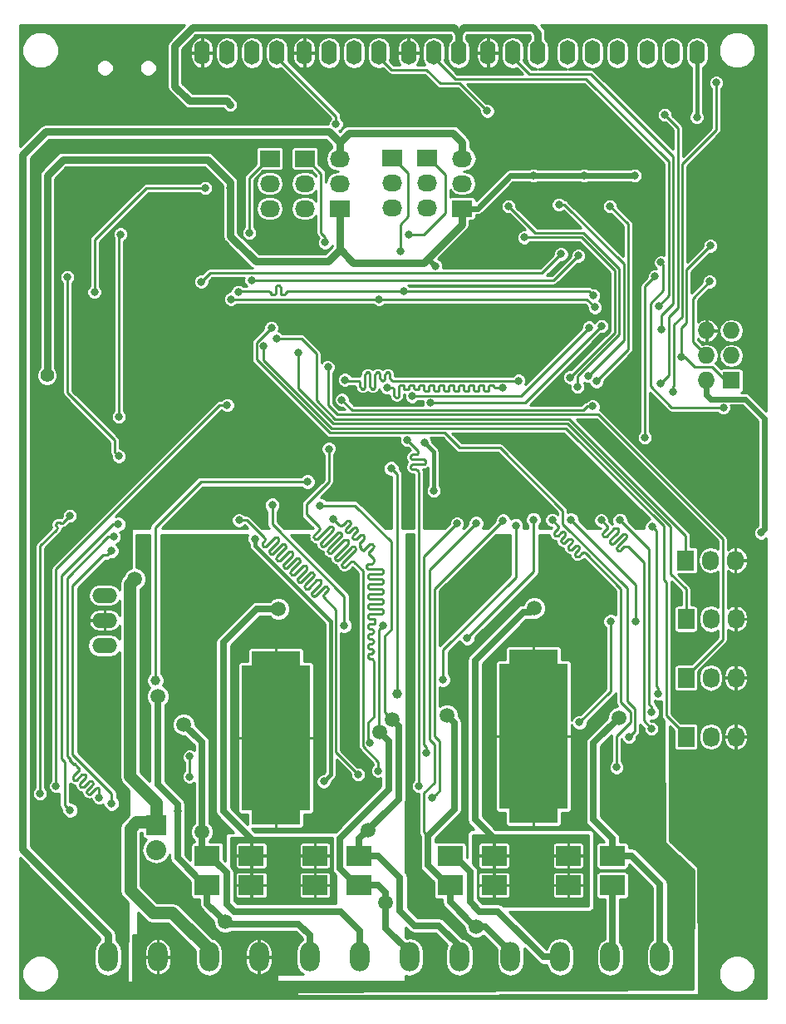
<source format=gbl>
G04 #@! TF.FileFunction,Copper,L2,Bot,Signal*
%FSLAX46Y46*%
G04 Gerber Fmt 4.6, Leading zero omitted, Abs format (unit mm)*
G04 Created by KiCad (PCBNEW 4.1.0-alpha+201608101232+7015~46~ubuntu14.04.1-product) date Fri Aug 19 12:09:27 2016*
%MOMM*%
%LPD*%
G01*
G04 APERTURE LIST*
%ADD10C,0.100000*%
%ADD11C,0.800000*%
%ADD12C,0.600000*%
%ADD13O,1.600000X2.500000*%
%ADD14R,2.500000X2.000000*%
%ADD15O,2.540000X1.524000*%
%ADD16O,2.000000X3.000000*%
%ADD17R,7.000000X14.800000*%
%ADD18R,5.000000X17.700000*%
%ADD19C,1.000000*%
%ADD20R,1.727200X2.032000*%
%ADD21O,1.727200X2.032000*%
%ADD22R,2.032000X1.727200*%
%ADD23O,2.032000X1.727200*%
%ADD24R,1.727200X1.727200*%
%ADD25O,1.727200X1.727200*%
%ADD26R,2.032000X2.032000*%
%ADD27O,2.032000X2.032000*%
%ADD28C,1.400000*%
%ADD29C,1.500000*%
%ADD30C,0.406400*%
%ADD31C,0.558800*%
%ADD32C,0.762000*%
%ADD33C,0.254000*%
%ADD34C,0.711200*%
%ADD35C,1.270000*%
G04 APERTURE END LIST*
D10*
D11*
X127920000Y-74840000D03*
X142660000Y-97560000D03*
D12*
X148660000Y-99600000D03*
D11*
X182000000Y-79870000D03*
D13*
X177905000Y-43275000D03*
X175365000Y-43275000D03*
X172825000Y-43275000D03*
D11*
X181920000Y-132640000D03*
X176130000Y-132660000D03*
X171590000Y-132660000D03*
X167290000Y-132660000D03*
X165560000Y-132660000D03*
X115880000Y-127910000D03*
X118220000Y-113660000D03*
X126210000Y-119120000D03*
X134880000Y-88000000D03*
X129860000Y-88000000D03*
X124830000Y-88000000D03*
X166700000Y-87410000D03*
X156630000Y-87410000D03*
X169030000Y-82660000D03*
X164850000Y-121560000D03*
X157620000Y-121530000D03*
X162730000Y-102920000D03*
X159710000Y-102920000D03*
X137010000Y-103010000D03*
X133030000Y-103010000D03*
X122310000Y-82640000D03*
X127330000Y-82640000D03*
X132320000Y-82640000D03*
X137420000Y-82640000D03*
X175890000Y-86830000D03*
X128430000Y-97740000D03*
X167930000Y-99340000D03*
X167930000Y-97800000D03*
X152700000Y-101440000D03*
X161610000Y-64500000D03*
X165580000Y-69800000D03*
X111340000Y-48230000D03*
X117820000Y-69510000D03*
X114790000Y-63620000D03*
X143870000Y-48420000D03*
X157800000Y-49870000D03*
D13*
X169815000Y-43275000D03*
X167275000Y-43275000D03*
X164735000Y-43275000D03*
X161705000Y-43275000D03*
X159165000Y-43275000D03*
X156625000Y-43275000D03*
X153605000Y-43275000D03*
X151065000Y-43275000D03*
X148525000Y-43275000D03*
D11*
X121680000Y-115250000D03*
X172220000Y-59300000D03*
X182610000Y-59720000D03*
X182000000Y-54810000D03*
X181990000Y-46280000D03*
X171570000Y-79240000D03*
X173610000Y-79270000D03*
X169720000Y-119960000D03*
X174040000Y-113210000D03*
X174090000Y-118840000D03*
X135780000Y-90990000D03*
X175580000Y-89860000D03*
X182220000Y-91290000D03*
X149970000Y-128550000D03*
X145840000Y-83650000D03*
X141380000Y-86570000D03*
X151120000Y-135990000D03*
X151120000Y-134270000D03*
X141760000Y-120490000D03*
X129250000Y-122150000D03*
X125000000Y-104040000D03*
X156170000Y-72260000D03*
X155530000Y-75400000D03*
X146250000Y-90970000D03*
X131300000Y-72130000D03*
X154150000Y-82650000D03*
X159050000Y-82660000D03*
X164190000Y-82660000D03*
X126180000Y-70830000D03*
X175610000Y-115940000D03*
X175640000Y-109920000D03*
X175640000Y-103920000D03*
X175640000Y-97950000D03*
X153700000Y-105440000D03*
X154760000Y-97840000D03*
X121725000Y-98900000D03*
X128440000Y-96270000D03*
X141760000Y-96760000D03*
D14*
X132500000Y-128000000D03*
X128000000Y-128000000D03*
X132500000Y-125000000D03*
X128000000Y-125000000D03*
X139000000Y-128000000D03*
X143500000Y-128000000D03*
X139000000Y-125000000D03*
X143500000Y-125000000D03*
X157250000Y-128000000D03*
X152750000Y-128000000D03*
X157250000Y-125000000D03*
X152750000Y-125000000D03*
X164800000Y-128000000D03*
X169300000Y-128000000D03*
X164800000Y-125000000D03*
X169300000Y-125000000D03*
D15*
X117550000Y-98500000D03*
X117550000Y-101040000D03*
X117550000Y-103580000D03*
D13*
X145525000Y-43275000D03*
X142985000Y-43275000D03*
X140445000Y-43275000D03*
X137905000Y-43275000D03*
X135125000Y-43275000D03*
X132585000Y-43275000D03*
X130045000Y-43275000D03*
X127505000Y-43275000D03*
D16*
X143550000Y-135300000D03*
X138470000Y-135300000D03*
X148630000Y-135300000D03*
X153710000Y-135300000D03*
X164000000Y-135300000D03*
X158920000Y-135300000D03*
X169080000Y-135300000D03*
X174160000Y-135300000D03*
X122980000Y-135300000D03*
X117900000Y-135300000D03*
X133270000Y-135300000D03*
X128190000Y-135300000D03*
D11*
X154760000Y-96570000D03*
X161450000Y-72660000D03*
D17*
X161250000Y-112825000D03*
D18*
X161250000Y-112825000D03*
D19*
X163250000Y-106825000D03*
X163250000Y-108825000D03*
X163250000Y-110825000D03*
X163250000Y-112825000D03*
X163250000Y-114825000D03*
X163250000Y-116825000D03*
X163250000Y-118825000D03*
X159250000Y-106825000D03*
X159250000Y-108825000D03*
X159250000Y-110825000D03*
X159250000Y-112825000D03*
X159250000Y-114825000D03*
X159250000Y-116825000D03*
X159250000Y-118825000D03*
D17*
X135000000Y-113000000D03*
D18*
X135000000Y-113000000D03*
D19*
X137000000Y-107000000D03*
X137000000Y-109000000D03*
X137000000Y-111000000D03*
X137000000Y-113000000D03*
X137000000Y-115000000D03*
X137000000Y-117000000D03*
X137000000Y-119000000D03*
X133000000Y-107000000D03*
X133000000Y-109000000D03*
X133000000Y-111000000D03*
X133000000Y-113000000D03*
X133000000Y-115000000D03*
X133000000Y-117000000D03*
X133000000Y-119000000D03*
D20*
X176790000Y-112890000D03*
D21*
X179330000Y-112890000D03*
X181870000Y-112890000D03*
D20*
X176790000Y-106890000D03*
D21*
X179330000Y-106890000D03*
X181870000Y-106890000D03*
D20*
X176790000Y-100890000D03*
D21*
X179330000Y-100890000D03*
X181870000Y-100890000D03*
D20*
X176760000Y-94930000D03*
D21*
X179300000Y-94930000D03*
X181840000Y-94930000D03*
D22*
X141525000Y-59130000D03*
D23*
X141525000Y-56590000D03*
X141525000Y-54050000D03*
D22*
X153980000Y-59115000D03*
D23*
X153980000Y-56575000D03*
X153980000Y-54035000D03*
D22*
X134375000Y-54050000D03*
D23*
X134375000Y-56590000D03*
X134375000Y-59130000D03*
D22*
X137950000Y-54050000D03*
D23*
X137950000Y-56590000D03*
X137950000Y-59130000D03*
D22*
X146830000Y-54020000D03*
D23*
X146830000Y-56560000D03*
X146830000Y-59100000D03*
D22*
X150405000Y-54020000D03*
D23*
X150405000Y-56560000D03*
X150405000Y-59100000D03*
D24*
X181420000Y-76620000D03*
D25*
X178880000Y-76620000D03*
X181420000Y-74080000D03*
X178880000Y-74080000D03*
X181420000Y-71540000D03*
X178880000Y-71540000D03*
D26*
X122800000Y-121860000D03*
D27*
X122800000Y-124400000D03*
D11*
X151237135Y-64961703D03*
X184430000Y-92130000D03*
X130368044Y-48578683D03*
X151077806Y-87839937D03*
X150150000Y-82980000D03*
X132850000Y-92750000D03*
X139880000Y-117440000D03*
X130370000Y-57040000D03*
X161250000Y-55770000D03*
X166390000Y-55770000D03*
X171600000Y-55770000D03*
D28*
X111680000Y-76100000D03*
D11*
X127800000Y-57040000D03*
X116510000Y-67600000D03*
X110980124Y-118691790D03*
X126227116Y-114900000D03*
X114030000Y-90400000D03*
X126200000Y-116950000D03*
X118471821Y-92541821D03*
X117005339Y-119118534D03*
X143388860Y-116730834D03*
X131240000Y-90850000D03*
X144605135Y-113503336D03*
X140880000Y-90730000D03*
D29*
X135288524Y-99882765D03*
X161354537Y-99763054D03*
X120586082Y-96850668D03*
D11*
X150312031Y-114490000D03*
X153450000Y-91190000D03*
X150931810Y-119130000D03*
X158150000Y-90878190D03*
X146310000Y-77370210D03*
X158100000Y-77370210D03*
X163160000Y-90820000D03*
X169710000Y-116000000D03*
X142015778Y-76569169D03*
X159730000Y-76640000D03*
X168160000Y-90860000D03*
X173270000Y-112060000D03*
X141730000Y-78600000D03*
X167290000Y-79250000D03*
D29*
X122960272Y-108755904D03*
D11*
X114026777Y-120364115D03*
X118940000Y-91250000D03*
X124980303Y-120431810D03*
D29*
X129850000Y-131750000D03*
X125633538Y-111619169D03*
X127483867Y-122580000D03*
D11*
X118220000Y-93970000D03*
X118268487Y-119675916D03*
X141970423Y-101568467D03*
D29*
X145602211Y-112438625D03*
D11*
X145920056Y-101563084D03*
D29*
X146200000Y-129730000D03*
D11*
X134630000Y-89320000D03*
D29*
X146864812Y-111148981D03*
D11*
X139499621Y-89339904D03*
D29*
X144388800Y-122400000D03*
X155405131Y-132190000D03*
D11*
X155410000Y-91170000D03*
D29*
X152433777Y-110720332D03*
D11*
X154507679Y-102819719D03*
X161250000Y-90800000D03*
X171644410Y-101146639D03*
X169141833Y-101147329D03*
X165080000Y-90820000D03*
X165950000Y-111430000D03*
D29*
X169952965Y-110931508D03*
D11*
X173303466Y-110400000D03*
X170070000Y-90860000D03*
X148514921Y-61756343D03*
X147700000Y-63440000D03*
X140027409Y-62577234D03*
X132289161Y-61590866D03*
X160330000Y-62070000D03*
X165000000Y-76310000D03*
X156540000Y-49200000D03*
X141133845Y-50500995D03*
X174290000Y-71430000D03*
X174000000Y-69040000D03*
X135067547Y-72353289D03*
X137310000Y-73820000D03*
X140300000Y-75270000D03*
X133749894Y-73090995D03*
X179300000Y-62910000D03*
X176330000Y-74240000D03*
X179210000Y-66560000D03*
X145530000Y-68350000D03*
X130420000Y-68350000D03*
X167520000Y-69180000D03*
X148020000Y-67578664D03*
X131170000Y-67619790D03*
X167351337Y-67978663D03*
X165803337Y-63926663D03*
X132520000Y-66430000D03*
X127410000Y-66570000D03*
X164070000Y-63770000D03*
X113760000Y-66120000D03*
X119000000Y-84340000D03*
X119170000Y-61750000D03*
X119010000Y-80340000D03*
X112598190Y-117929684D03*
X130040000Y-79120000D03*
X145442063Y-116360550D03*
X140397107Y-83583159D03*
X138220000Y-86940000D03*
D19*
X122723145Y-107163964D03*
X147339213Y-108548799D03*
D11*
X146750000Y-85580000D03*
X149581821Y-117929462D03*
X148400000Y-82670000D03*
X170982590Y-112930893D03*
X134540000Y-71250000D03*
X152034094Y-107080000D03*
X159440000Y-91380000D03*
X173969486Y-108477772D03*
X173380000Y-91540000D03*
X150740000Y-78913735D03*
X168195142Y-71105107D03*
X166926059Y-71238041D03*
X148880000Y-78230000D03*
X172610000Y-82450000D03*
X173650000Y-66030000D03*
X174240000Y-64610000D03*
X180600000Y-79400000D03*
X165750000Y-77250000D03*
X158720000Y-58890000D03*
X166829944Y-76159322D03*
X163840000Y-58720000D03*
X167662327Y-76719297D03*
X169060000Y-58880000D03*
X179900000Y-46320000D03*
X175470000Y-77800000D03*
X174649254Y-49611757D03*
X174230000Y-76900000D03*
X177891246Y-49818025D03*
D30*
X139880000Y-117440000D02*
X140588403Y-116731597D01*
X140588403Y-116731597D02*
X140588403Y-101169386D01*
X140588403Y-101169386D02*
X132850000Y-93430983D01*
X132850000Y-93430983D02*
X132850000Y-92750000D01*
D31*
X184430000Y-92130000D02*
X184810000Y-91750000D01*
X179250000Y-78510000D02*
X179250000Y-78500000D01*
X184810000Y-91750000D02*
X184810000Y-80510000D01*
X184810000Y-80510000D02*
X182810000Y-78510000D01*
X182810000Y-78510000D02*
X179250000Y-78510000D01*
X179250000Y-78500000D02*
X178880000Y-78130000D01*
X178880000Y-78130000D02*
X178880000Y-76620000D01*
X150650600Y-64375168D02*
X151237135Y-64961703D01*
X150650600Y-64070000D02*
X150650600Y-64375168D01*
D32*
X161162000Y-40720000D02*
X154148000Y-40720000D01*
X154148000Y-40720000D02*
X153605000Y-41263000D01*
X161705000Y-43275000D02*
X161705000Y-41263000D01*
X161705000Y-41263000D02*
X161162000Y-40720000D01*
X130368044Y-48578683D02*
X129968045Y-48178684D01*
X129968045Y-48178684D02*
X126188684Y-48178684D01*
X126188684Y-48178684D02*
X124690000Y-46680000D01*
X124690000Y-46680000D02*
X124690000Y-42550000D01*
X124690000Y-42550000D02*
X126500000Y-40740000D01*
X126500000Y-40740000D02*
X153082000Y-40740000D01*
X153082000Y-40740000D02*
X153605000Y-41263000D01*
X153605000Y-41263000D02*
X153605000Y-43275000D01*
D30*
X151077806Y-83907806D02*
X151077806Y-87839937D01*
X150150000Y-82980000D02*
X151077806Y-83907806D01*
D32*
X141519364Y-63259458D02*
X142878816Y-64618910D01*
X142878816Y-64618910D02*
X150101690Y-64618910D01*
X150101690Y-64618910D02*
X150650600Y-64070000D01*
X141525000Y-59130000D02*
X141525000Y-63304756D01*
X141525000Y-63304756D02*
X140309756Y-64520000D01*
X140309756Y-64520000D02*
X132960000Y-64520000D01*
X130370000Y-61930000D02*
X130370000Y-57040000D01*
X132960000Y-64520000D02*
X130370000Y-61930000D01*
X150650600Y-64070000D02*
X153980000Y-60740600D01*
X130370000Y-57040000D02*
X130370000Y-56440000D01*
X128060000Y-54130000D02*
X113310000Y-54130000D01*
X130370000Y-56440000D02*
X128060000Y-54130000D01*
X113310000Y-54130000D02*
X111680000Y-55760000D01*
X111680000Y-55760000D02*
X111680000Y-76100000D01*
D31*
X166390000Y-55770000D02*
X161250000Y-55770000D01*
X161250000Y-55770000D02*
X158899800Y-55770000D01*
X171600000Y-55770000D02*
X166390000Y-55770000D01*
X158899800Y-55770000D02*
X155554800Y-59115000D01*
X155554800Y-59115000D02*
X153980000Y-59115000D01*
D32*
X153980000Y-60740600D02*
X153980000Y-59115000D01*
D33*
X116510000Y-62330000D02*
X121800000Y-57040000D01*
X121800000Y-57040000D02*
X127800000Y-57040000D01*
X116510000Y-67600000D02*
X116510000Y-62330000D01*
X114030000Y-90400000D02*
X113330000Y-91100000D01*
X113330000Y-91100000D02*
X113290900Y-91131180D01*
X112698331Y-91099999D02*
X112654954Y-91143375D01*
X113290900Y-91131180D02*
X113245843Y-91152878D01*
X112590947Y-91276287D02*
X112590947Y-91326297D01*
X113245843Y-91152878D02*
X113197088Y-91164007D01*
X113197088Y-91164007D02*
X113147078Y-91164007D01*
X113147078Y-91164007D02*
X113098322Y-91152878D01*
X112602075Y-91227531D02*
X112590947Y-91276287D01*
X112686135Y-91735944D02*
X112654954Y-91775043D01*
X112930009Y-91047120D02*
X112881253Y-91035992D01*
X113098322Y-91152878D02*
X113053265Y-91131180D01*
X113053265Y-91131180D02*
X112975066Y-91068818D01*
X112737430Y-91068818D02*
X112698331Y-91099999D01*
X112975066Y-91068818D02*
X112930009Y-91047120D01*
X112782487Y-91047120D02*
X112737430Y-91068818D01*
X112881253Y-91035992D02*
X112831243Y-91035992D01*
X112707833Y-91690887D02*
X112686135Y-91735944D01*
X112654954Y-91143375D02*
X112623773Y-91182474D01*
X112590947Y-91326297D02*
X112602075Y-91375053D01*
X112831243Y-91035992D02*
X112782487Y-91047120D01*
X112686135Y-91498308D02*
X112707833Y-91543365D01*
X112623773Y-91182474D02*
X112602075Y-91227531D01*
X112602075Y-91375053D02*
X112623773Y-91420110D01*
X112654954Y-91775043D02*
X112622893Y-91807106D01*
X112623773Y-91420110D02*
X112686135Y-91498308D01*
X112707833Y-91543365D02*
X112718961Y-91592121D01*
X112622893Y-91807106D02*
X110980124Y-93449876D01*
X112718961Y-91592121D02*
X112718961Y-91642131D01*
X112718961Y-91642131D02*
X112707833Y-91690887D01*
X110980124Y-93449876D02*
X110980124Y-118691790D01*
X126200000Y-114927116D02*
X126227116Y-114900000D01*
X126200000Y-116950000D02*
X126200000Y-114927116D01*
X117005339Y-119118534D02*
X117005339Y-118175617D01*
X115948766Y-118737732D02*
X115893314Y-118725076D01*
X114363837Y-115668533D02*
X114353750Y-115663675D01*
X114042166Y-115327242D02*
X114044658Y-115316326D01*
X117005339Y-118175617D02*
X116960872Y-118140154D01*
X116960872Y-118140154D02*
X116909625Y-118115476D01*
X114385950Y-115671024D02*
X114374753Y-115671024D01*
X115737458Y-118569221D02*
X115724802Y-118513769D01*
X115241661Y-118030626D02*
X115186209Y-118017970D01*
X116253767Y-117433048D02*
X116202520Y-117408370D01*
X114323247Y-117155010D02*
X114310591Y-117099558D01*
X114406953Y-115663675D02*
X114396865Y-115668533D01*
X116286916Y-117816407D02*
X116322379Y-117771938D01*
X116741843Y-118115476D02*
X116690598Y-118140155D01*
X116909625Y-118115476D02*
X116854173Y-118102820D01*
X116286917Y-117457195D02*
X116298234Y-117468511D01*
X115405236Y-117993291D02*
X115353991Y-118017971D01*
X116156810Y-118664934D02*
X116112341Y-118700397D01*
X114347926Y-116935983D02*
X114383387Y-116891513D01*
X114383387Y-116891513D02*
X114872705Y-116402196D01*
X115030353Y-117862115D02*
X115017697Y-117806663D01*
X116854173Y-118102820D02*
X116797295Y-118102820D01*
X115724802Y-118513769D02*
X115724802Y-118456891D01*
X116202520Y-117408370D02*
X116147068Y-117395714D01*
X115893314Y-118725076D02*
X115842069Y-118700398D01*
X116797295Y-118102820D02*
X116741843Y-118115476D01*
X114884023Y-116054299D02*
X114777958Y-115948235D01*
X114353750Y-115663675D02*
X114344996Y-115656694D01*
X117906136Y-92541821D02*
X118471821Y-92541821D01*
X116359715Y-117665239D02*
X116359715Y-117608361D01*
X114396865Y-115668533D02*
X114385950Y-115671024D01*
X116690598Y-118140155D02*
X116646129Y-118175618D01*
X115298539Y-118030626D02*
X115241661Y-118030626D01*
X115186209Y-118017970D02*
X115134964Y-117993292D01*
X116005644Y-118737732D02*
X115948766Y-118737732D01*
X114646885Y-117310866D02*
X114591433Y-117323521D01*
X116646129Y-118175618D02*
X116156810Y-118664934D01*
X115737457Y-118401439D02*
X115762137Y-118350194D01*
X116112341Y-118700397D02*
X116061096Y-118725077D01*
X115842069Y-118700398D02*
X115797599Y-118664935D01*
X114424460Y-115649713D02*
X114406953Y-115663675D01*
X114068335Y-115278644D02*
X114070827Y-115267728D01*
X115652610Y-116958133D02*
X115652610Y-116901255D01*
X115353991Y-118017971D02*
X115298539Y-118030626D01*
X116061096Y-118725077D02*
X116005644Y-118737732D01*
X115797599Y-118664935D02*
X115762136Y-118620466D01*
X115762136Y-118620466D02*
X115737458Y-118569221D01*
X116347059Y-117720691D02*
X116359715Y-117665239D01*
X115724802Y-118456891D02*
X115737457Y-118401439D01*
X115762137Y-118350194D02*
X115797598Y-118305724D01*
X116322379Y-117771938D02*
X116347059Y-117720691D01*
X114049516Y-115306238D02*
X114063477Y-115288731D01*
X115055031Y-117913360D02*
X115030353Y-117862115D01*
X115797598Y-118305724D02*
X116286916Y-117816407D01*
X115652610Y-116901255D02*
X115639952Y-116845804D01*
X116359715Y-117608361D02*
X116347057Y-117552910D01*
X116347057Y-117552910D02*
X116322380Y-117501664D01*
X116322380Y-117501664D02*
X116286917Y-117457195D01*
X114427858Y-117286187D02*
X114383388Y-117250724D01*
X114445464Y-115642363D02*
X114434548Y-115644855D01*
X116298234Y-117468511D02*
X116253767Y-117433048D01*
X114945504Y-116194150D02*
X114932846Y-116138699D01*
X116147068Y-117395714D02*
X116090190Y-117395714D01*
X115276387Y-116725944D02*
X115231918Y-116761407D01*
X116090190Y-117395714D02*
X116034738Y-117408370D01*
X115134964Y-117993292D02*
X115090494Y-117957829D01*
X116034738Y-117408370D02*
X115983493Y-117433049D01*
X114908168Y-116357727D02*
X114932848Y-116306480D01*
X115983493Y-117433049D02*
X115939024Y-117468512D01*
X114456660Y-115642363D02*
X114445464Y-115642363D01*
X115939024Y-117468512D02*
X115449705Y-117957828D01*
X115449705Y-117957828D02*
X115405236Y-117993291D01*
X115090494Y-117957829D02*
X115055031Y-117913360D01*
X115639954Y-117013585D02*
X115652610Y-116958133D01*
X115017697Y-117806663D02*
X115017697Y-117749785D01*
X115579811Y-117109301D02*
X115615274Y-117064832D01*
X115055032Y-117643088D02*
X115090493Y-117598618D01*
X115017697Y-117749785D02*
X115030352Y-117694333D01*
X115030352Y-117694333D02*
X115055032Y-117643088D01*
X115546661Y-116725943D02*
X115495414Y-116701265D01*
X115090493Y-117598618D02*
X115579811Y-117109301D01*
X114383388Y-117250724D02*
X114347925Y-117206255D01*
X115615274Y-117064832D02*
X115639954Y-117013585D01*
X114056497Y-115226775D02*
X113728955Y-114899233D01*
X115639952Y-116845804D02*
X115615275Y-116794558D01*
X114323246Y-116987228D02*
X114347926Y-116935983D01*
X115615275Y-116794558D02*
X115579812Y-116750089D01*
X114063477Y-115235528D02*
X114056497Y-115226775D01*
X115579812Y-116750089D02*
X115591129Y-116761404D01*
X114932846Y-116138699D02*
X114908169Y-116087453D01*
X114908169Y-116087453D02*
X114872706Y-116042984D01*
X115591129Y-116761404D02*
X115591128Y-116761406D01*
X115591128Y-116761406D02*
X115546661Y-116725943D01*
X114042166Y-115338438D02*
X114042166Y-115327242D01*
X115495414Y-116701265D02*
X115439962Y-116688609D01*
X114479103Y-117310865D02*
X114427858Y-117286187D01*
X115439962Y-116688609D02*
X115383084Y-116688609D01*
X114044658Y-115349354D02*
X114042166Y-115338438D01*
X115383084Y-116688609D02*
X115327632Y-116701265D01*
X115327632Y-116701265D02*
X115276387Y-116725944D01*
X115231918Y-116761407D02*
X114742599Y-117250723D01*
X114742599Y-117250723D02*
X114698130Y-117286186D01*
X114932848Y-116306480D02*
X114945504Y-116251028D01*
X114698130Y-117286186D02*
X114646885Y-117310866D01*
X114591433Y-117323521D02*
X114534555Y-117323521D01*
X114534555Y-117323521D02*
X114479103Y-117310865D01*
X114347925Y-117206255D02*
X114323247Y-117155010D01*
X114310591Y-117099558D02*
X114310591Y-117042680D01*
X114310591Y-117042680D02*
X114323246Y-116987228D01*
X114872705Y-116402196D02*
X114908168Y-116357727D01*
X114945504Y-116251028D02*
X114945504Y-116194150D01*
X114056497Y-115368195D02*
X114049516Y-115359441D01*
X114872706Y-116042984D02*
X114884023Y-116054299D01*
X114777958Y-115948235D02*
X114486417Y-115656694D01*
X114486417Y-115656694D02*
X114477663Y-115649713D01*
X114477663Y-115649713D02*
X114467576Y-115644855D01*
X114467576Y-115644855D02*
X114456660Y-115642363D01*
X114434548Y-115644855D02*
X114424460Y-115649713D01*
X114070827Y-115267728D02*
X114070827Y-115256532D01*
X114374753Y-115671024D02*
X114363837Y-115668533D01*
X114344996Y-115656694D02*
X114056497Y-115368195D01*
X114049516Y-115359441D02*
X114044658Y-115349354D01*
X114044658Y-115316326D02*
X114049516Y-115306238D01*
X114063477Y-115288731D02*
X114068335Y-115278644D01*
X114070827Y-115256532D02*
X114068335Y-115245616D01*
X114068335Y-115245616D02*
X114063477Y-115235528D01*
X113728955Y-114899233D02*
X113728955Y-96719002D01*
X113728955Y-96719002D02*
X117906136Y-92541821D01*
X133883497Y-92838044D02*
X133870841Y-92893496D01*
X136152236Y-95667594D02*
X136196705Y-95632132D01*
X135301716Y-92856662D02*
X135289060Y-92912114D01*
X138162732Y-95785786D02*
X138138053Y-95837031D01*
X136570041Y-94025313D02*
X136621286Y-94049992D01*
X133622100Y-93381163D02*
X133646779Y-93432409D01*
X135163545Y-94949176D02*
X135214791Y-94973855D01*
X131240000Y-90850000D02*
X132030700Y-90850000D01*
X132030700Y-90850000D02*
X133810700Y-92630000D01*
X140293307Y-97992285D02*
X140257844Y-98036753D01*
X138162732Y-95618004D02*
X138175388Y-95673456D01*
X137069432Y-94768410D02*
X137120677Y-94743731D01*
X134400659Y-93836086D02*
X134365197Y-93880555D01*
X137238869Y-97024499D02*
X137274331Y-97068968D01*
X133682242Y-93117667D02*
X133646779Y-93162136D01*
X133883497Y-92781166D02*
X133883497Y-92838044D01*
X137589072Y-97104430D02*
X137633541Y-97068968D01*
X135083615Y-94869245D02*
X135119077Y-94913714D01*
X135228918Y-93007827D02*
X134400659Y-93836086D01*
X134914178Y-92613156D02*
X134965423Y-92588477D01*
X139574888Y-97003593D02*
X139599568Y-97054840D01*
X133810700Y-92630000D02*
X133846162Y-92674468D01*
X138638370Y-98354638D02*
X138651026Y-98410090D01*
X133846162Y-92674468D02*
X133870841Y-92725714D01*
X135588128Y-93367037D02*
X135632596Y-93331574D01*
X136514589Y-94012657D02*
X136570041Y-94025313D01*
X137633541Y-97068968D02*
X138461800Y-96240709D01*
X133870841Y-92725714D02*
X133883497Y-92781166D01*
X133870841Y-92893496D02*
X133846162Y-92944741D01*
X135264380Y-92693085D02*
X135289060Y-92744332D01*
X133646779Y-93162136D02*
X133622100Y-93213382D01*
X133609444Y-93268834D02*
X133609444Y-93325712D01*
X133833408Y-93549675D02*
X133890286Y-93549675D01*
X133846162Y-92944741D02*
X133810700Y-92989210D01*
X136665754Y-94085453D02*
X136701216Y-94129921D01*
X135777354Y-95536418D02*
X135802033Y-95587663D01*
X135837495Y-95632132D02*
X135881963Y-95667594D01*
X135228918Y-92648617D02*
X135264380Y-92693085D01*
X136100991Y-95692273D02*
X136152236Y-95667594D01*
X137214190Y-96805472D02*
X137201534Y-96860924D01*
X133810700Y-92989210D02*
X133682242Y-93117667D01*
X136483116Y-96199384D02*
X136495772Y-96254836D01*
X133622100Y-93213382D02*
X133609444Y-93268834D01*
X136701216Y-94129921D02*
X136725896Y-94181168D01*
X137992749Y-97787386D02*
X138037217Y-97822848D01*
X134327862Y-94044130D02*
X134340518Y-94099582D01*
X134869710Y-92648619D02*
X134914178Y-92613156D01*
X134340518Y-93931800D02*
X134327862Y-93987252D01*
X138711167Y-98146594D02*
X138675705Y-98191063D01*
X133609444Y-93325712D02*
X133622100Y-93381163D01*
X135133205Y-92588477D02*
X135184450Y-92613156D01*
X133646779Y-93432409D02*
X133682242Y-93476878D01*
X140330642Y-97885588D02*
X140317986Y-97941040D01*
X133682242Y-93476878D02*
X133726710Y-93512340D01*
X136402259Y-94025313D02*
X136457711Y-94012657D01*
X136045539Y-95704929D02*
X136100991Y-95692273D01*
X139494958Y-96923664D02*
X139539426Y-96959125D01*
X137274331Y-96709758D02*
X137238869Y-96754227D01*
X136763957Y-96423347D02*
X136819409Y-96410691D01*
X134496373Y-94255437D02*
X134551825Y-94268093D01*
X133945738Y-93537019D02*
X133996983Y-93512340D01*
X139898636Y-97677545D02*
X139943104Y-97642082D01*
X133996983Y-93512340D02*
X134041452Y-93476878D01*
X134664155Y-94255437D02*
X134715400Y-94230758D01*
X133726710Y-93512340D02*
X133777956Y-93537019D01*
X135184450Y-92613156D02*
X135228918Y-92648617D01*
X133777956Y-93537019D02*
X133833408Y-93549675D01*
X137214190Y-96973254D02*
X137238869Y-97024499D01*
X135683841Y-93306895D02*
X135739293Y-93294239D01*
X135382573Y-94973855D02*
X135433818Y-94949176D01*
X138461800Y-96240709D02*
X138506268Y-96205246D01*
X136495772Y-96087054D02*
X136483116Y-96142506D01*
X133890286Y-93549675D02*
X133945738Y-93537019D01*
X136725896Y-94181168D02*
X136738552Y-94236620D01*
X134041452Y-93476878D02*
X134349514Y-93168814D01*
X135119077Y-94913714D02*
X135163545Y-94949176D01*
X134349514Y-93168814D02*
X134869710Y-92648619D01*
X135327121Y-94986511D02*
X135382573Y-94973855D01*
X135020875Y-92575821D02*
X135077753Y-92575821D01*
X137787850Y-95486828D02*
X137839095Y-95462149D01*
X135289060Y-92912114D02*
X135264381Y-92963359D01*
X136020134Y-93575080D02*
X136007478Y-93630532D01*
X135119077Y-94554504D02*
X135083615Y-94598973D01*
X135077753Y-92575821D02*
X135133205Y-92588477D01*
X137288459Y-94743731D02*
X137339704Y-94768410D01*
X134965423Y-92588477D02*
X135020875Y-92575821D01*
X135988661Y-95704929D02*
X136045539Y-95704929D01*
X135289060Y-92744332D02*
X135301716Y-92799784D01*
X135301716Y-92799784D02*
X135301716Y-92856662D01*
X138821008Y-96240707D02*
X138856470Y-96285175D01*
X135264381Y-92963359D02*
X135228918Y-93007827D01*
X140317986Y-97941040D02*
X140293307Y-97992285D01*
X137456970Y-94955038D02*
X137456970Y-95011916D01*
X134365197Y-93880555D02*
X134340518Y-93931800D01*
X139025908Y-98541266D02*
X139070377Y-98505804D01*
X134327862Y-93987252D02*
X134327862Y-94044130D01*
X136738552Y-94293498D02*
X136725896Y-94348950D01*
X137339704Y-94768410D02*
X137384172Y-94803871D01*
X134551825Y-94268093D02*
X134608703Y-94268093D01*
X136020134Y-93518202D02*
X136020134Y-93575080D01*
X139994349Y-97617403D02*
X140049801Y-97604747D01*
X134340518Y-94099582D02*
X134365197Y-94150827D01*
X138651026Y-98410090D02*
X138675705Y-98461335D01*
X137024964Y-94803873D02*
X137069432Y-94768410D01*
X135058936Y-94818000D02*
X135083615Y-94869245D01*
X138037217Y-97822848D02*
X138088463Y-97847527D01*
X134365197Y-94150827D02*
X134400659Y-94195296D01*
X137176129Y-94731075D02*
X137233007Y-94731075D01*
X138725295Y-96180567D02*
X138776540Y-96205246D01*
X134400659Y-94195296D02*
X134445127Y-94230758D01*
X135851623Y-93306895D02*
X135902868Y-93331574D01*
X134445127Y-94230758D02*
X134496373Y-94255437D01*
X138862333Y-98578601D02*
X138919211Y-98578601D01*
X138821008Y-96599917D02*
X137992749Y-97428176D01*
X135947336Y-93367035D02*
X135982798Y-93411503D01*
X134608703Y-94268093D02*
X134664155Y-94255437D01*
X135982799Y-93681777D02*
X135947336Y-93726245D01*
X134715400Y-94230758D02*
X134759869Y-94195296D01*
X135632596Y-93331574D02*
X135683841Y-93306895D01*
X138856471Y-96555449D02*
X138821008Y-96599917D01*
X134759869Y-94195296D02*
X135588128Y-93367037D01*
X135947336Y-93726245D02*
X135119077Y-94554504D01*
X135739293Y-93294239D02*
X135796171Y-93294239D01*
X135933209Y-95692273D02*
X135988661Y-95704929D01*
X139599568Y-97222622D02*
X139574889Y-97273867D01*
X139881792Y-98421812D02*
X139857112Y-98473057D01*
X135796171Y-93294239D02*
X135851623Y-93306895D01*
X136738552Y-94236620D02*
X136738552Y-94293498D01*
X137444314Y-94899586D02*
X137456970Y-94955038D01*
X136007478Y-93462750D02*
X136020134Y-93518202D01*
X135902868Y-93331574D02*
X135947336Y-93367035D01*
X135982798Y-93411503D02*
X136007478Y-93462750D01*
X136007478Y-93630532D02*
X135982799Y-93681777D01*
X138175388Y-95730334D02*
X138162732Y-95785786D01*
X135083615Y-94598973D02*
X135058936Y-94650218D01*
X140330642Y-97828710D02*
X140330642Y-97885588D01*
X137384172Y-94803871D02*
X137419634Y-94848339D01*
X135058936Y-94650218D02*
X135046280Y-94705670D01*
X138893806Y-96448752D02*
X138881150Y-96504204D01*
X135046280Y-94705670D02*
X135046280Y-94762548D01*
X135046280Y-94762548D02*
X135058936Y-94818000D01*
X135214791Y-94973855D02*
X135270243Y-94986511D01*
X138058122Y-95486828D02*
X138102590Y-95522289D01*
X135270243Y-94986511D02*
X135327121Y-94986511D01*
X135433818Y-94949176D02*
X135478287Y-94913714D01*
X135478287Y-94913714D02*
X136306546Y-94085455D01*
X136306546Y-94085455D02*
X136351014Y-94049992D01*
X136351014Y-94049992D02*
X136402259Y-94025313D01*
X135881963Y-95667594D02*
X135933209Y-95692273D01*
X136457711Y-94012657D02*
X136514589Y-94012657D01*
X136621286Y-94049992D02*
X136665754Y-94085453D01*
X136725896Y-94348950D02*
X136701217Y-94400195D01*
X137370045Y-97129109D02*
X137425497Y-97141765D01*
X136701217Y-94400195D02*
X136665754Y-94444663D01*
X136665754Y-94444663D02*
X135837495Y-95272922D01*
X135802033Y-95587663D02*
X135837495Y-95632132D01*
X135837495Y-95272922D02*
X135802033Y-95317391D01*
X135802033Y-95317391D02*
X135777354Y-95368636D01*
X135777354Y-95368636D02*
X135764698Y-95424088D01*
X135764698Y-95424088D02*
X135764698Y-95480966D01*
X138755635Y-98541266D02*
X138806881Y-98565945D01*
X135764698Y-95480966D02*
X135777354Y-95536418D01*
X136196705Y-95632132D02*
X137024964Y-94803873D01*
X137201534Y-96917802D02*
X137214190Y-96973254D01*
X138102590Y-95881499D02*
X137274331Y-96709758D01*
X138856470Y-96285175D02*
X138881150Y-96336422D01*
X137120677Y-94743731D02*
X137176129Y-94731075D01*
X137233007Y-94731075D02*
X137288459Y-94743731D01*
X137456970Y-95011916D02*
X137444314Y-95067368D01*
X139331383Y-96886329D02*
X139388261Y-96886329D01*
X137419634Y-94848339D02*
X137444314Y-94899586D01*
X137444314Y-95067368D02*
X137419635Y-95118613D01*
X137419635Y-95118613D02*
X137384172Y-95163081D01*
X137384172Y-95163081D02*
X136555913Y-95991340D01*
X136555913Y-95991340D02*
X136520451Y-96035809D01*
X139943104Y-97642082D02*
X139994349Y-97617403D01*
X136520451Y-96035809D02*
X136495772Y-96087054D01*
X138919211Y-98578601D02*
X138974663Y-98565945D01*
X136483116Y-96142506D02*
X136483116Y-96199384D01*
X136555913Y-96350550D02*
X136600381Y-96386012D01*
X136495772Y-96254836D02*
X136520451Y-96306081D01*
X136520451Y-96306081D02*
X136555913Y-96350550D01*
X136600381Y-96386012D02*
X136651627Y-96410691D01*
X137957287Y-97742917D02*
X137992749Y-97787386D01*
X139917254Y-98377344D02*
X139881792Y-98421812D01*
X138506268Y-96205246D02*
X138557513Y-96180567D01*
X136651627Y-96410691D02*
X136707079Y-96423347D01*
X136707079Y-96423347D02*
X136763957Y-96423347D01*
X136819409Y-96410691D02*
X136870654Y-96386012D01*
X136870654Y-96386012D02*
X136915123Y-96350550D01*
X139612224Y-97110292D02*
X139612224Y-97167170D01*
X136915123Y-96350550D02*
X137743382Y-95522291D01*
X139539426Y-97318335D02*
X138711167Y-98146594D01*
X137743382Y-95522291D02*
X137787850Y-95486828D01*
X137839095Y-95462149D02*
X137894547Y-95449493D01*
X137894547Y-95449493D02*
X137951425Y-95449493D01*
X137951425Y-95449493D02*
X138006877Y-95462149D01*
X138893806Y-96391874D02*
X138893806Y-96448752D01*
X138006877Y-95462149D02*
X138058122Y-95486828D01*
X138088463Y-97847527D02*
X138143915Y-97860183D01*
X138102590Y-95522289D02*
X138138052Y-95566757D01*
X138138052Y-95566757D02*
X138162732Y-95618004D01*
X138175388Y-95673456D02*
X138175388Y-95730334D01*
X137537827Y-97129109D02*
X137589072Y-97104430D01*
X137274331Y-97068968D02*
X137318799Y-97104430D01*
X138138053Y-95837031D02*
X138102590Y-95881499D01*
X137238869Y-96754227D02*
X137214190Y-96805472D01*
X138351959Y-97787386D02*
X139180218Y-96959127D01*
X137201534Y-96860924D02*
X137201534Y-96917802D01*
X138612965Y-96167911D02*
X138669843Y-96167911D01*
X137318799Y-97104430D02*
X137370045Y-97129109D01*
X137425497Y-97141765D02*
X137482375Y-97141765D01*
X137482375Y-97141765D02*
X137537827Y-97129109D01*
X138557513Y-96180567D02*
X138612965Y-96167911D01*
X138669843Y-96167911D02*
X138725295Y-96180567D01*
X138307490Y-97822848D02*
X138351959Y-97787386D01*
X138776540Y-96205246D02*
X138821008Y-96240707D01*
X138881150Y-96336422D02*
X138893806Y-96391874D01*
X138881150Y-96504204D02*
X138856471Y-96555449D01*
X137992749Y-97428176D02*
X137957287Y-97472645D01*
X137957287Y-97472645D02*
X137932608Y-97523890D01*
X137932608Y-97523890D02*
X137919952Y-97579342D01*
X137919952Y-97579342D02*
X137919952Y-97636220D01*
X137919952Y-97636220D02*
X137932608Y-97691672D01*
X137932608Y-97691672D02*
X137957287Y-97742917D01*
X138143915Y-97860183D02*
X138200793Y-97860183D01*
X138200793Y-97860183D02*
X138256245Y-97847527D01*
X138256245Y-97847527D02*
X138307490Y-97822848D01*
X139180218Y-96959127D02*
X139224686Y-96923664D01*
X138651026Y-98242308D02*
X138638370Y-98297760D01*
X139224686Y-96923664D02*
X139275931Y-96898985D01*
X139275931Y-96898985D02*
X139331383Y-96886329D01*
X139388261Y-96886329D02*
X139443713Y-96898985D01*
X139443713Y-96898985D02*
X139494958Y-96923664D01*
X139539426Y-96959125D02*
X139574888Y-97003593D01*
X139599568Y-97054840D02*
X139612224Y-97110292D01*
X138711167Y-98505804D02*
X138755635Y-98541266D01*
X139612224Y-97167170D02*
X139599568Y-97222622D01*
X139574889Y-97273867D02*
X139539426Y-97318335D01*
X138675705Y-98191063D02*
X138651026Y-98242308D01*
X138638370Y-98297760D02*
X138638370Y-98354638D01*
X138675705Y-98461335D02*
X138711167Y-98505804D01*
X138806881Y-98565945D02*
X138862333Y-98578601D01*
X139844456Y-98528509D02*
X139844456Y-98585387D01*
X138974663Y-98565945D02*
X139025908Y-98541266D01*
X139070377Y-98505804D02*
X139898636Y-97677545D01*
X140049801Y-97604747D02*
X140106679Y-97604747D01*
X140106679Y-97604747D02*
X140162131Y-97617403D01*
X140257844Y-97677543D02*
X140293306Y-97722011D01*
X140162131Y-97617403D02*
X140213376Y-97642082D01*
X140213376Y-97642082D02*
X140257844Y-97677543D01*
X140293306Y-97722011D02*
X140317986Y-97773258D01*
X140317986Y-97773258D02*
X140330642Y-97828710D01*
X140257844Y-98036753D02*
X139917254Y-98377344D01*
X139857112Y-98473057D02*
X139844456Y-98528509D01*
X139844456Y-98585387D02*
X139857112Y-98640839D01*
X139857112Y-98640839D02*
X139881791Y-98692084D01*
X139881791Y-98692084D02*
X139917254Y-98736554D01*
X139917254Y-98736554D02*
X141121814Y-99941114D01*
X141121814Y-99941114D02*
X141121814Y-114463788D01*
X141121814Y-114463788D02*
X143388860Y-116730834D01*
X144314415Y-95369414D02*
X144274196Y-95409633D01*
X140880000Y-90730000D02*
X141470000Y-91320000D01*
X143602631Y-93093421D02*
X143567168Y-93137890D01*
X144960000Y-110890000D02*
X144420401Y-111429599D01*
X145807425Y-96863153D02*
X145855585Y-96893414D01*
X142322061Y-90905514D02*
X142378939Y-90905514D01*
X144512575Y-104908846D02*
X144566261Y-104927631D01*
X144274196Y-95409633D02*
X144243935Y-95457793D01*
X141565713Y-91380140D02*
X141621165Y-91392796D01*
X144393935Y-103569793D02*
X144375150Y-103623479D01*
X144566261Y-98863631D02*
X144622782Y-98870000D01*
X144816206Y-102959153D02*
X144864366Y-102989414D01*
X144904585Y-105029633D02*
X144934846Y-105077793D01*
X141733495Y-91380140D02*
X141784740Y-91355461D01*
X142602903Y-91129479D02*
X142602903Y-91186357D01*
X145951218Y-98108000D02*
X145944850Y-98164520D01*
X143793151Y-92319726D02*
X143848604Y-92332384D01*
X144919524Y-93376736D02*
X144944202Y-93427981D01*
X141470000Y-91320000D02*
X141514468Y-91355462D01*
X144816206Y-104959153D02*
X144864366Y-104989414D01*
X143591318Y-93641030D02*
X143850672Y-93900384D01*
X142115621Y-91830375D02*
X142115621Y-91887253D01*
X144706000Y-95314000D02*
X144472782Y-95314000D01*
X141514468Y-91355462D02*
X141565713Y-91380140D01*
X142266610Y-90918172D02*
X142322061Y-90905514D01*
X144464415Y-103481414D02*
X144424196Y-103521633D01*
X145753739Y-97860368D02*
X145807425Y-97879153D01*
X142928680Y-92769674D02*
X142979925Y-92794352D01*
X143567168Y-93137890D02*
X143542489Y-93189134D01*
X141621165Y-91392796D02*
X141678043Y-91392796D01*
X144762520Y-101924368D02*
X144816206Y-101943153D01*
X142434392Y-90918172D02*
X142485636Y-90942849D01*
X143736273Y-92319726D02*
X143793151Y-92319726D01*
X144953631Y-95116520D02*
X144934846Y-95170206D01*
X141678043Y-91392796D02*
X141733495Y-91380140D01*
X144512575Y-97828846D02*
X144566261Y-97847631D01*
X142152956Y-91723678D02*
X142128277Y-91774922D01*
X142152956Y-91993950D02*
X142188419Y-92038419D01*
X141784740Y-91355461D02*
X141829210Y-91320000D01*
X141829210Y-91320000D02*
X142170895Y-90978312D01*
X142170895Y-90978312D02*
X142215364Y-90942849D01*
X142215364Y-90942849D02*
X142266610Y-90918172D01*
X144393935Y-97489793D02*
X144375150Y-97543479D01*
X144512575Y-99403153D02*
X144464415Y-99433414D01*
X145085814Y-101383414D02*
X145074633Y-101394595D01*
X144017115Y-92543691D02*
X144017115Y-92600569D01*
X145061246Y-100908992D02*
X145074633Y-100917404D01*
X145855585Y-97909414D02*
X145895804Y-97949633D01*
X145926065Y-98218206D02*
X145895804Y-98266366D01*
X143237211Y-91685418D02*
X143272673Y-91729886D01*
X143938166Y-93910242D02*
X143950528Y-93900384D01*
X144243935Y-95457793D02*
X144225150Y-95511479D01*
X145094226Y-101370027D02*
X145085814Y-101383414D01*
X142590247Y-91241809D02*
X142565568Y-91293054D01*
X144464415Y-104878585D02*
X144512575Y-104908846D01*
X142440601Y-92087246D02*
X142491846Y-92062567D01*
X142378939Y-90905514D02*
X142434392Y-90918172D01*
X143581459Y-93553535D02*
X143574599Y-93567781D01*
X145074633Y-101394595D02*
X145061246Y-101403007D01*
X144934846Y-102282206D02*
X144904585Y-102330366D01*
X145753739Y-98355631D02*
X145697218Y-98362000D01*
X142485636Y-90942849D02*
X142530105Y-90978312D01*
X142895525Y-92386315D02*
X142860062Y-92430784D01*
X144506911Y-94347904D02*
X144542374Y-94392373D01*
X142530105Y-90978312D02*
X142565567Y-91022780D01*
X145944850Y-96132520D02*
X145926065Y-96186206D01*
X143908505Y-93920620D02*
X143923920Y-93917102D01*
X143272674Y-92000160D02*
X143237211Y-92044628D01*
X142565567Y-91022780D02*
X142590247Y-91074027D01*
X142128277Y-91774922D02*
X142115621Y-91830375D01*
X142590247Y-91074027D02*
X142602903Y-91129479D01*
X143608036Y-93467925D02*
X143611554Y-93483340D01*
X142884212Y-92734212D02*
X142928680Y-92769674D01*
X143243422Y-92734212D02*
X143585107Y-92392524D01*
X142602903Y-91186357D02*
X142590247Y-91241809D01*
X145855585Y-96893414D02*
X145895804Y-96933633D01*
X143297353Y-91948915D02*
X143272674Y-92000160D01*
X143529833Y-93244587D02*
X143529833Y-93301465D01*
X143601176Y-93453679D02*
X143608036Y-93467925D01*
X142565568Y-91293054D02*
X142530105Y-91337522D01*
X142188419Y-91679209D02*
X142152956Y-91723678D01*
X143529833Y-93301465D02*
X143542489Y-93356916D01*
X144816206Y-103400846D02*
X144762520Y-103419631D01*
X142272819Y-92087246D02*
X142328271Y-92099902D01*
X144375150Y-104623479D02*
X144368782Y-104680000D01*
X144676016Y-93259469D02*
X144732894Y-93259469D01*
X142530105Y-91337522D02*
X142188419Y-91679209D01*
X143608036Y-93514566D02*
X143601176Y-93528812D01*
X142115621Y-91887253D02*
X142128277Y-91942704D01*
X145807425Y-98895153D02*
X145855585Y-98925414D01*
X144512575Y-98387153D02*
X144464415Y-98417414D01*
X143147707Y-92794352D02*
X143198952Y-92769673D01*
X142128277Y-91942704D02*
X142152956Y-91993950D01*
X143979780Y-92707266D02*
X143944317Y-92751734D01*
X143877279Y-93917102D02*
X143892694Y-93920620D01*
X144393935Y-98726206D02*
X144424196Y-98774366D01*
X144393935Y-96473793D02*
X144375150Y-96527479D01*
X142188419Y-92038419D02*
X142177106Y-92027106D01*
X142177106Y-92027106D02*
X142221574Y-92062568D01*
X144864366Y-101973414D02*
X144904585Y-102013633D01*
X143574599Y-93614422D02*
X143581459Y-93628668D01*
X145753739Y-99371631D02*
X145697218Y-99378000D01*
X142221574Y-92062568D02*
X142272819Y-92087246D01*
X144762520Y-102940368D02*
X144816206Y-102959153D01*
X142328271Y-92099902D02*
X142385149Y-92099902D01*
X143944317Y-92751734D02*
X143602631Y-93093421D01*
X144762520Y-104419631D02*
X144706000Y-104426000D01*
X145944850Y-96019479D02*
X145951218Y-96076000D01*
X142536316Y-92027106D02*
X142878001Y-91685418D01*
X145697218Y-96330000D02*
X144622782Y-96330000D01*
X143198952Y-92769673D02*
X143243422Y-92734212D01*
X143542489Y-93189134D02*
X143529833Y-93244587D01*
X145807425Y-98336846D02*
X145753739Y-98355631D01*
X142860062Y-92701056D02*
X142895525Y-92745525D01*
X143310009Y-91893463D02*
X143297353Y-91948915D01*
X142385149Y-92099902D02*
X142440601Y-92087246D01*
X142491846Y-92062567D02*
X142536316Y-92027106D01*
X143192742Y-91649955D02*
X143237211Y-91685418D01*
X144960000Y-95060000D02*
X144953631Y-95116520D01*
X143297353Y-91781133D02*
X143310009Y-91836585D01*
X143574599Y-93567781D02*
X143571081Y-93583196D01*
X144464415Y-104481414D02*
X144424196Y-104521633D01*
X142822727Y-92594359D02*
X142835383Y-92649810D01*
X142878001Y-91685418D02*
X142922470Y-91649955D01*
X144512575Y-103908846D02*
X144566261Y-103927631D01*
X144225150Y-95624520D02*
X144243935Y-95678206D01*
X144944202Y-93427981D02*
X144956858Y-93483433D01*
X144960000Y-103172000D02*
X144953631Y-103228520D01*
X143611554Y-93483340D02*
X143611554Y-93499151D01*
X142922470Y-91649955D02*
X142973716Y-91625278D01*
X144375150Y-98672520D02*
X144393935Y-98726206D01*
X143141498Y-91625278D02*
X143192742Y-91649955D01*
X144566261Y-102927631D02*
X144622782Y-102934000D01*
X142973716Y-91625278D02*
X143029167Y-91612620D01*
X143591318Y-93441318D02*
X143601176Y-93453679D01*
X143601176Y-93528812D02*
X143581459Y-93553535D01*
X143272673Y-91729886D02*
X143297353Y-91781133D01*
X144000456Y-93850455D02*
X144003560Y-93853560D01*
X143029167Y-91612620D02*
X143086045Y-91612620D01*
X144839593Y-93296805D02*
X144884062Y-93332268D01*
X144864366Y-103370585D02*
X144816206Y-103400846D01*
X143086045Y-91612620D02*
X143141498Y-91625278D01*
X145944850Y-100083479D02*
X145951218Y-100140000D01*
X144512575Y-98844846D02*
X144566261Y-98863631D01*
X143310009Y-91836585D02*
X143310009Y-91893463D01*
X144424196Y-100806366D02*
X144464415Y-100846585D01*
X143237211Y-92044628D02*
X142895525Y-92386315D01*
X144225150Y-95511479D02*
X144218782Y-95568000D01*
X144706000Y-101918000D02*
X144762520Y-101924368D01*
X142860062Y-92430784D02*
X142835383Y-92482028D01*
X144884062Y-93332268D02*
X144919524Y-93376736D01*
X144314415Y-95766585D02*
X144362575Y-95796846D01*
X144566261Y-104432368D02*
X144512575Y-104451153D01*
X142835383Y-92482028D02*
X142822727Y-92537481D01*
X142822727Y-92537481D02*
X142822727Y-92594359D01*
X144566261Y-104927631D02*
X144622782Y-104934000D01*
X144243935Y-95678206D02*
X144274196Y-95726366D01*
X142835383Y-92649810D02*
X142860062Y-92701056D01*
X142895525Y-92745525D02*
X142884212Y-92734212D01*
X145697218Y-95822000D02*
X145753739Y-95828368D01*
X144375150Y-101607479D02*
X144368782Y-101664000D01*
X142979925Y-92794352D02*
X143035377Y-92807008D01*
X143035377Y-92807008D02*
X143092255Y-92807008D01*
X144464415Y-97798585D02*
X144512575Y-97828846D01*
X143092255Y-92807008D02*
X143147707Y-92794352D01*
X144004459Y-92488239D02*
X144017115Y-92543691D01*
X143850672Y-93900384D02*
X143863033Y-93910242D01*
X144424196Y-103521633D02*
X144393935Y-103569793D01*
X143585107Y-92392524D02*
X143629576Y-92357061D01*
X144622782Y-103426000D02*
X144566261Y-103432368D01*
X143629576Y-92357061D02*
X143680822Y-92332384D01*
X145951218Y-96076000D02*
X145944850Y-96132520D01*
X144524852Y-93332269D02*
X144569319Y-93296804D01*
X144934846Y-102061793D02*
X144953631Y-102115479D01*
X143680822Y-92332384D02*
X143736273Y-92319726D01*
X143848604Y-92332384D02*
X143899848Y-92357061D01*
X143899848Y-92357061D02*
X143944317Y-92392524D01*
X145855585Y-97290585D02*
X145807425Y-97320846D01*
X144904585Y-95218366D02*
X144864366Y-95258585D01*
X143944317Y-92392524D02*
X143979779Y-92436992D01*
X143979779Y-92436992D02*
X144004459Y-92488239D01*
X144218782Y-95568000D02*
X144225150Y-95624520D01*
X144956858Y-93483433D02*
X144956858Y-93540311D01*
X144416261Y-95320368D02*
X144362575Y-95339153D01*
X144017115Y-92600569D02*
X144004459Y-92656021D01*
X144944202Y-93595763D02*
X144919523Y-93647008D01*
X144004459Y-92656021D02*
X143979780Y-92707266D01*
X143542489Y-93356916D02*
X143567168Y-93408162D01*
X144512575Y-101892846D02*
X144566261Y-101911631D01*
X143567168Y-93408162D02*
X143602631Y-93452631D01*
X143602631Y-93452631D02*
X143591318Y-93441318D01*
X144620566Y-93272126D02*
X144676016Y-93259469D01*
X144464415Y-99830585D02*
X144512575Y-99860846D01*
X143611554Y-93499151D02*
X143608036Y-93514566D01*
X144368782Y-100648000D02*
X144375150Y-100704520D01*
X144953631Y-104228520D02*
X144934846Y-104282206D01*
X143571081Y-93583196D02*
X143571081Y-93599007D01*
X144622782Y-97346000D02*
X144566261Y-97352368D01*
X144622782Y-102426000D02*
X144566261Y-102432368D01*
X145855585Y-98306585D02*
X145807425Y-98336846D01*
X143571081Y-93599007D02*
X143574599Y-93614422D01*
X143581459Y-93628668D02*
X143591318Y-93641030D01*
X143923920Y-93917102D02*
X143938166Y-93910242D01*
X143863033Y-93910242D02*
X143877279Y-93917102D01*
X144393935Y-99521793D02*
X144375150Y-99575479D01*
X143892694Y-93920620D02*
X143908505Y-93920620D01*
X143950528Y-93900384D02*
X144000456Y-93850455D01*
X144424196Y-96425633D02*
X144393935Y-96473793D01*
X144788346Y-93272125D02*
X144839593Y-93296805D01*
X144003560Y-93853560D02*
X144524852Y-93332269D01*
X144569319Y-93296804D02*
X144620566Y-93272126D01*
X144762520Y-102419631D02*
X144706000Y-102426000D01*
X144934846Y-95170206D02*
X144904585Y-95218366D01*
X144732894Y-93259469D02*
X144788346Y-93272125D01*
X144956858Y-93540311D02*
X144944202Y-93595763D01*
X144919523Y-93647008D02*
X144884062Y-93691478D01*
X144884062Y-93691478D02*
X144542374Y-94033163D01*
X145753739Y-96323631D02*
X145697218Y-96330000D01*
X144542374Y-94033163D02*
X144506911Y-94077632D01*
X145855585Y-98925414D02*
X145895804Y-98965633D01*
X144506911Y-94077632D02*
X144482234Y-94128878D01*
X144482234Y-94128878D02*
X144469576Y-94184329D01*
X145697218Y-98870000D02*
X145753739Y-98876368D01*
X144469576Y-94184329D02*
X144469576Y-94241207D01*
X145895804Y-100298366D02*
X145855585Y-100338585D01*
X144953631Y-103228520D02*
X144934846Y-103282206D01*
X144469576Y-94241207D02*
X144482234Y-94296660D01*
X144482234Y-94296660D02*
X144506911Y-94347904D01*
X144542374Y-94392373D02*
X144960000Y-94810000D01*
X145855585Y-100338585D02*
X145807425Y-100368846D01*
X144960000Y-94810000D02*
X144960000Y-95060000D01*
X144393935Y-96694206D02*
X144424196Y-96742366D01*
X144864366Y-95258585D02*
X144816206Y-95288846D01*
X144816206Y-95288846D02*
X144762520Y-95307631D01*
X144762520Y-95307631D02*
X144706000Y-95314000D01*
X144375150Y-101720520D02*
X144393935Y-101774206D01*
X144472782Y-95314000D02*
X144416261Y-95320368D01*
X144362575Y-95339153D02*
X144314415Y-95369414D01*
X144622782Y-98362000D02*
X144566261Y-98368368D01*
X144274196Y-95726366D02*
X144314415Y-95766585D01*
X144362575Y-95796846D02*
X144416261Y-95815631D01*
X144375150Y-97656520D02*
X144393935Y-97710206D01*
X144424196Y-102521633D02*
X144393935Y-102569793D01*
X144416261Y-95815631D02*
X144472782Y-95822000D01*
X144472782Y-95822000D02*
X145697218Y-95822000D01*
X144393935Y-99742206D02*
X144424196Y-99790366D01*
X144904585Y-103330366D02*
X144864366Y-103370585D01*
X145753739Y-95828368D02*
X145807425Y-95847153D01*
X145807425Y-95847153D02*
X145855585Y-95877414D01*
X144762520Y-103419631D02*
X144706000Y-103426000D01*
X144464415Y-98417414D02*
X144424196Y-98457633D01*
X145855585Y-95877414D02*
X145895804Y-95917633D01*
X145101218Y-101339391D02*
X145099448Y-101355102D01*
X144375150Y-104736520D02*
X144393935Y-104790206D01*
X145895804Y-95917633D02*
X145926065Y-95965793D01*
X144953631Y-104131479D02*
X144960000Y-104188000D01*
X145926065Y-95965793D02*
X145944850Y-96019479D01*
X145944850Y-99180520D02*
X145926065Y-99234206D01*
X145926065Y-96186206D02*
X145895804Y-96234366D01*
X144464415Y-99433414D02*
X144424196Y-99473633D01*
X145895804Y-96234366D02*
X145855585Y-96274585D01*
X144375150Y-98559479D02*
X144368782Y-98616000D01*
X145855585Y-96274585D02*
X145807425Y-96304846D01*
X144424196Y-104838366D02*
X144464415Y-104878585D01*
X145807425Y-96304846D02*
X145753739Y-96323631D01*
X144424196Y-101822366D02*
X144464415Y-101862585D01*
X144393935Y-98505793D02*
X144375150Y-98559479D01*
X144622782Y-96330000D02*
X144566261Y-96336368D01*
X144904585Y-104330366D02*
X144864366Y-104370585D01*
X144566261Y-96336368D02*
X144512575Y-96355153D01*
X144464415Y-100449414D02*
X144424196Y-100489633D01*
X144512575Y-96355153D02*
X144464415Y-96385414D01*
X144464415Y-96385414D02*
X144424196Y-96425633D01*
X144368782Y-101664000D02*
X144375150Y-101720520D01*
X144375150Y-96527479D02*
X144368782Y-96584000D01*
X145951218Y-100140000D02*
X145944850Y-100196520D01*
X144566261Y-101416368D02*
X144512575Y-101435153D01*
X144512575Y-102908846D02*
X144566261Y-102927631D01*
X144420401Y-111429599D02*
X144420401Y-113318602D01*
X144368782Y-96584000D02*
X144375150Y-96640520D01*
X144375150Y-96640520D02*
X144393935Y-96694206D01*
X144424196Y-96742366D02*
X144464415Y-96782585D01*
X144464415Y-96782585D02*
X144512575Y-96812846D01*
X144904585Y-104029633D02*
X144934846Y-104077793D01*
X144512575Y-96812846D02*
X144566261Y-96831631D01*
X144566261Y-96831631D02*
X144622782Y-96838000D01*
X144464415Y-98814585D02*
X144512575Y-98844846D01*
X145926065Y-97202206D02*
X145895804Y-97250366D01*
X145697218Y-99886000D02*
X145753739Y-99892368D01*
X145753739Y-99892368D02*
X145807425Y-99911153D01*
X144622782Y-96838000D02*
X145697218Y-96838000D01*
X144424196Y-99790366D02*
X144464415Y-99830585D01*
X144393935Y-103790206D02*
X144424196Y-103838366D01*
X145697218Y-96838000D02*
X145753739Y-96844368D01*
X144622782Y-103934000D02*
X144706000Y-103934000D01*
X145753739Y-96844368D02*
X145807425Y-96863153D01*
X145895804Y-96933633D02*
X145926065Y-96981793D01*
X145094226Y-100941972D02*
X145099448Y-100956897D01*
X145895804Y-97949633D02*
X145926065Y-97997793D01*
X145926065Y-96981793D02*
X145944850Y-97035479D01*
X145944850Y-97035479D02*
X145951218Y-97092000D01*
X145951218Y-97092000D02*
X145944850Y-97148520D01*
X145944850Y-97148520D02*
X145926065Y-97202206D01*
X145895804Y-97250366D02*
X145855585Y-97290585D01*
X145807425Y-97320846D02*
X145753739Y-97339631D01*
X144622782Y-101410000D02*
X144566261Y-101416368D01*
X145753739Y-97339631D02*
X145697218Y-97346000D01*
X145697218Y-97346000D02*
X144622782Y-97346000D01*
X144622782Y-101918000D02*
X144706000Y-101918000D01*
X144566261Y-97352368D02*
X144512575Y-97371153D01*
X145944850Y-98164520D02*
X145926065Y-98218206D01*
X144512575Y-97371153D02*
X144464415Y-97401414D01*
X144464415Y-102481414D02*
X144424196Y-102521633D01*
X144464415Y-97401414D02*
X144424196Y-97441633D01*
X144424196Y-97441633D02*
X144393935Y-97489793D01*
X144375150Y-97543479D02*
X144368782Y-97600000D01*
X144368782Y-99632000D02*
X144375150Y-99688520D01*
X144368782Y-97600000D02*
X144375150Y-97656520D01*
X144953631Y-102228520D02*
X144934846Y-102282206D01*
X144393935Y-97710206D02*
X144424196Y-97758366D01*
X144424196Y-97758366D02*
X144464415Y-97798585D01*
X144368782Y-104680000D02*
X144375150Y-104736520D01*
X144566261Y-97847631D02*
X144622782Y-97854000D01*
X144622782Y-97854000D02*
X145697218Y-97854000D01*
X145697218Y-97854000D02*
X145753739Y-97860368D01*
X144762520Y-103940368D02*
X144816206Y-103959153D01*
X145807425Y-97879153D02*
X145855585Y-97909414D01*
X145926065Y-97997793D02*
X145944850Y-98051479D01*
X145753739Y-100387631D02*
X145697218Y-100394000D01*
X144424196Y-98457633D02*
X144393935Y-98505793D01*
X145944850Y-98051479D02*
X145951218Y-98108000D01*
X145895804Y-98266366D02*
X145855585Y-98306585D01*
X144375150Y-99688520D02*
X144393935Y-99742206D01*
X145697218Y-98362000D02*
X144622782Y-98362000D01*
X144566261Y-98368368D02*
X144512575Y-98387153D01*
X144816206Y-101943153D02*
X144864366Y-101973414D01*
X144368782Y-98616000D02*
X144375150Y-98672520D01*
X144424196Y-98774366D02*
X144464415Y-98814585D01*
X144375150Y-99575479D02*
X144368782Y-99632000D01*
X144706000Y-104934000D02*
X144762520Y-104940368D01*
X144622782Y-98870000D02*
X145697218Y-98870000D01*
X145753739Y-98876368D02*
X145807425Y-98895153D01*
X144375150Y-100704520D02*
X144393935Y-100758206D01*
X145895804Y-98965633D02*
X145926065Y-99013793D01*
X145926065Y-99013793D02*
X145944850Y-99067479D01*
X145944850Y-99067479D02*
X145951218Y-99124000D01*
X145951218Y-99124000D02*
X145944850Y-99180520D01*
X145926065Y-99234206D02*
X145895804Y-99282366D01*
X145895804Y-99282366D02*
X145855585Y-99322585D01*
X145855585Y-99322585D02*
X145807425Y-99352846D01*
X144512575Y-100876846D02*
X144566261Y-100895631D01*
X145807425Y-99352846D02*
X145753739Y-99371631D01*
X144960000Y-102172000D02*
X144953631Y-102228520D01*
X145697218Y-99378000D02*
X144622782Y-99378000D01*
X144622782Y-99378000D02*
X144566261Y-99384368D01*
X144566261Y-99384368D02*
X144512575Y-99403153D01*
X144424196Y-99473633D02*
X144393935Y-99521793D01*
X144512575Y-99860846D02*
X144566261Y-99879631D01*
X144566261Y-99879631D02*
X144622782Y-99886000D01*
X144622782Y-99886000D02*
X145697218Y-99886000D01*
X145807425Y-99911153D02*
X145855585Y-99941414D01*
X144464415Y-102878585D02*
X144512575Y-102908846D01*
X145855585Y-99941414D02*
X145895804Y-99981633D01*
X144424196Y-102838366D02*
X144464415Y-102878585D01*
X145895804Y-99981633D02*
X145926065Y-100029793D01*
X144566261Y-100400368D02*
X144512575Y-100419153D01*
X145926065Y-100029793D02*
X145944850Y-100083479D01*
X145944850Y-100196520D02*
X145926065Y-100250206D01*
X145926065Y-100250206D02*
X145895804Y-100298366D01*
X145807425Y-100368846D02*
X145753739Y-100387631D01*
X145697218Y-100394000D02*
X144622782Y-100394000D01*
X144622782Y-100394000D02*
X144566261Y-100400368D01*
X144512575Y-100419153D02*
X144464415Y-100449414D01*
X144424196Y-100489633D02*
X144393935Y-100537793D01*
X145030609Y-100902000D02*
X145046321Y-100903770D01*
X144393935Y-100537793D02*
X144375150Y-100591479D01*
X144375150Y-100591479D02*
X144368782Y-100648000D01*
X144393935Y-100758206D02*
X144424196Y-100806366D01*
X144464415Y-100846585D02*
X144512575Y-100876846D01*
X144464415Y-101862585D02*
X144512575Y-101892846D01*
X144953631Y-103131479D02*
X144960000Y-103188000D01*
X144566261Y-100895631D02*
X144622782Y-100902000D01*
X144864366Y-104370585D02*
X144816206Y-104400846D01*
X144622782Y-100902000D02*
X145030609Y-100902000D01*
X145046321Y-100903770D02*
X145061246Y-100908992D01*
X145074633Y-100917404D02*
X145085814Y-100928585D01*
X145085814Y-100928585D02*
X145094226Y-100941972D01*
X144375150Y-103623479D02*
X144368782Y-103680000D01*
X145099448Y-100956897D02*
X145101218Y-100972609D01*
X145101218Y-100972609D02*
X145101218Y-101339391D01*
X144622782Y-104426000D02*
X144566261Y-104432368D01*
X145099448Y-101355102D02*
X145094226Y-101370027D01*
X145061246Y-101403007D02*
X145046321Y-101408229D01*
X145046321Y-101408229D02*
X145030609Y-101410000D01*
X145030609Y-101410000D02*
X144622782Y-101410000D01*
X144512575Y-101435153D02*
X144464415Y-101465414D01*
X144464415Y-101465414D02*
X144424196Y-101505633D01*
X144424196Y-101505633D02*
X144393935Y-101553793D01*
X144393935Y-101553793D02*
X144375150Y-101607479D01*
X144393935Y-101774206D02*
X144424196Y-101822366D01*
X144512575Y-102451153D02*
X144464415Y-102481414D01*
X144566261Y-101911631D02*
X144622782Y-101918000D01*
X144904585Y-102013633D02*
X144934846Y-102061793D01*
X144393935Y-102569793D02*
X144375150Y-102623479D01*
X144953631Y-102115479D02*
X144960000Y-102172000D01*
X144904585Y-102330366D02*
X144864366Y-102370585D01*
X144864366Y-102370585D02*
X144816206Y-102400846D01*
X144816206Y-102400846D02*
X144762520Y-102419631D01*
X144512575Y-103451153D02*
X144464415Y-103481414D01*
X144706000Y-102426000D02*
X144622782Y-102426000D01*
X144393935Y-104569793D02*
X144375150Y-104623479D01*
X144566261Y-102432368D02*
X144512575Y-102451153D01*
X144375150Y-102623479D02*
X144368782Y-102680000D01*
X144368782Y-102680000D02*
X144375150Y-102736520D01*
X144375150Y-102736520D02*
X144393935Y-102790206D01*
X144393935Y-102790206D02*
X144424196Y-102838366D01*
X144622782Y-102934000D02*
X144706000Y-102934000D01*
X144706000Y-102934000D02*
X144762520Y-102940368D01*
X144864366Y-102989414D02*
X144904585Y-103029633D01*
X144904585Y-103029633D02*
X144934846Y-103077793D01*
X144934846Y-103077793D02*
X144953631Y-103131479D01*
X144424196Y-103838366D02*
X144464415Y-103878585D01*
X144960000Y-103188000D02*
X144960000Y-103172000D01*
X144934846Y-103282206D02*
X144904585Y-103330366D01*
X144512575Y-104451153D02*
X144464415Y-104481414D01*
X144706000Y-103426000D02*
X144622782Y-103426000D01*
X144566261Y-103432368D02*
X144512575Y-103451153D01*
X144368782Y-103680000D02*
X144375150Y-103736520D01*
X144375150Y-103736520D02*
X144393935Y-103790206D01*
X144464415Y-103878585D02*
X144512575Y-103908846D01*
X144566261Y-103927631D02*
X144622782Y-103934000D01*
X144706000Y-103934000D02*
X144762520Y-103940368D01*
X144816206Y-103959153D02*
X144864366Y-103989414D01*
X144864366Y-103989414D02*
X144904585Y-104029633D01*
X144934846Y-104077793D02*
X144953631Y-104131479D01*
X144960000Y-104188000D02*
X144960000Y-104172000D01*
X144960000Y-104172000D02*
X144953631Y-104228520D01*
X144934846Y-104282206D02*
X144904585Y-104330366D01*
X144953631Y-105131479D02*
X144960000Y-105188000D01*
X144816206Y-104400846D02*
X144762520Y-104419631D01*
X144706000Y-104426000D02*
X144622782Y-104426000D01*
X144424196Y-104521633D02*
X144393935Y-104569793D01*
X144393935Y-104790206D02*
X144424196Y-104838366D01*
X144622782Y-104934000D02*
X144706000Y-104934000D01*
X144762520Y-104940368D02*
X144816206Y-104959153D01*
X144864366Y-104989414D02*
X144904585Y-105029633D01*
X144934846Y-105077793D02*
X144953631Y-105131479D01*
X144960000Y-105188000D02*
X144960000Y-110890000D01*
X144420401Y-113318602D02*
X144605135Y-113503336D01*
D34*
X133066527Y-99865812D02*
X135271571Y-99865812D01*
X132500000Y-123288800D02*
X129648106Y-120436906D01*
X129648106Y-120436906D02*
X129648106Y-103284233D01*
X129648106Y-103284233D02*
X133066527Y-99865812D01*
X135271571Y-99865812D02*
X135288524Y-99882765D01*
X157250000Y-123288800D02*
X155288800Y-121327600D01*
X155288800Y-121327600D02*
X155288800Y-105132330D01*
X155288800Y-105132330D02*
X160204218Y-100216912D01*
X160204218Y-100216912D02*
X160900679Y-100216912D01*
X160900679Y-100216912D02*
X161354537Y-99763054D01*
D35*
X122800000Y-121860000D02*
X122800000Y-119574000D01*
X122800000Y-119574000D02*
X120123810Y-116897810D01*
X120123810Y-116897810D02*
X120123810Y-97312940D01*
X120123810Y-97312940D02*
X120586082Y-96850668D01*
X128190000Y-135300000D02*
X128190000Y-134540000D01*
X120150000Y-128500000D02*
X120150000Y-122224000D01*
X128190000Y-134540000D02*
X124450000Y-130800000D01*
X124450000Y-130800000D02*
X122450000Y-130800000D01*
X122450000Y-130800000D02*
X120150000Y-128500000D01*
X120150000Y-122224000D02*
X120800000Y-121574000D01*
X120800000Y-121574000D02*
X122514000Y-121574000D01*
X122514000Y-121574000D02*
X122800000Y-121860000D01*
D33*
X150084662Y-113696946D02*
X150312031Y-113924315D01*
X153450000Y-91190000D02*
X150084662Y-94555338D01*
X150084662Y-94555338D02*
X150084662Y-113696946D01*
X150312031Y-113924315D02*
X150312031Y-114490000D01*
X151702643Y-118359167D02*
X151331809Y-118730001D01*
X158150000Y-90878190D02*
X151202284Y-97825906D01*
X151702643Y-113372365D02*
X151702643Y-118359167D01*
X151202284Y-112872006D02*
X151702643Y-113372365D01*
X151331809Y-118730001D02*
X150931810Y-119130000D01*
X151202284Y-97825906D02*
X151202284Y-112872006D01*
X146920206Y-77395363D02*
X146968366Y-77425624D01*
X146310000Y-77370210D02*
X146810000Y-77370210D01*
X149616378Y-77190975D02*
X149631271Y-77167274D01*
X154193330Y-77621139D02*
X154214179Y-77654320D01*
X147575134Y-77217395D02*
X147584378Y-77190975D01*
X147038846Y-77514003D02*
X147057631Y-77567689D01*
X147546846Y-78226416D02*
X147565631Y-78172730D01*
X149096000Y-77445210D02*
X149097880Y-77461899D01*
X150581820Y-77654320D02*
X150602669Y-77621139D01*
X148067621Y-77190975D02*
X148076865Y-77217395D01*
X148713000Y-77120210D02*
X148971000Y-77120210D01*
X146810000Y-77370210D02*
X146866520Y-77376578D01*
X150690764Y-77132589D02*
X150717184Y-77123345D01*
X152144000Y-77545210D02*
X152148387Y-77584151D01*
X148052728Y-77167274D02*
X148067621Y-77190975D01*
X147057631Y-77567689D02*
X147064000Y-77624210D01*
X153225889Y-77682030D02*
X153259070Y-77702879D01*
X153156865Y-77217395D02*
X153160000Y-77245210D01*
X149112362Y-77491971D02*
X149124238Y-77503847D01*
X148089903Y-77513598D02*
X148101816Y-77532558D01*
X151706764Y-77132589D02*
X151733184Y-77123345D01*
X146866520Y-77376578D02*
X146920206Y-77395363D01*
X147261479Y-78363841D02*
X147318000Y-78370210D01*
X147070368Y-78172730D02*
X147089153Y-78226416D01*
X156208000Y-77245210D02*
X156208000Y-77545210D01*
X147565631Y-78172730D02*
X147572000Y-78116210D01*
X148578096Y-77513598D02*
X148585492Y-77492462D01*
X146968366Y-77425624D02*
X147008585Y-77465843D01*
X147008585Y-77465843D02*
X147038846Y-77514003D01*
X148550348Y-77548393D02*
X148566183Y-77532558D01*
X151631612Y-77584151D02*
X151636000Y-77545210D01*
X148117651Y-77548393D02*
X148136611Y-77560306D01*
X150745000Y-77120210D02*
X151003000Y-77120210D01*
X147572000Y-78116210D02*
X147572000Y-77245210D01*
X154241889Y-77682030D02*
X154275070Y-77702879D01*
X157220865Y-77217395D02*
X157227134Y-77273026D01*
X147064000Y-78116210D02*
X147070368Y-78172730D01*
X151683063Y-77147482D02*
X151706764Y-77132589D01*
X147064000Y-77624210D02*
X147064000Y-78116210D01*
X149545689Y-77518329D02*
X149561541Y-77512782D01*
X148600378Y-77190975D02*
X148615271Y-77167274D01*
X147089153Y-78226416D02*
X147119414Y-78274576D01*
X156728378Y-77190975D02*
X156743271Y-77167274D01*
X147119414Y-78274576D02*
X147159633Y-78314795D01*
X151030815Y-77123345D02*
X151057235Y-77132589D01*
X147516585Y-78274576D02*
X147546846Y-78226416D01*
X154180387Y-77584151D02*
X154193330Y-77621139D01*
X147159633Y-78314795D02*
X147207793Y-78345056D01*
X148588000Y-77470210D02*
X148588000Y-77245210D01*
X148566183Y-77532558D02*
X148578096Y-77513598D01*
X152161330Y-77621139D02*
X152182179Y-77654320D01*
X149103427Y-77477751D02*
X149112362Y-77491971D01*
X147207793Y-78345056D02*
X147261479Y-78363841D01*
X147955000Y-77120210D02*
X147982815Y-77123345D01*
X150177889Y-77682030D02*
X150211070Y-77702879D01*
X147318000Y-78370210D02*
X147374520Y-78363841D01*
X155121235Y-77132589D02*
X155144936Y-77147482D01*
X147374520Y-78363841D02*
X147428206Y-78345056D01*
X147428206Y-78345056D02*
X147476366Y-78314795D01*
X151761000Y-77120210D02*
X152019000Y-77120210D01*
X149604000Y-77245210D02*
X149607134Y-77217395D01*
X147476366Y-78314795D02*
X147516585Y-78274576D01*
X148585492Y-77492462D02*
X148588000Y-77470210D01*
X147572000Y-77245210D02*
X147575134Y-77217395D01*
X153296058Y-77715822D02*
X153335000Y-77720210D01*
X154172865Y-77217395D02*
X154176000Y-77245210D01*
X152243070Y-77702879D02*
X152280058Y-77715822D01*
X148009235Y-77132589D02*
X148032936Y-77147482D01*
X147584378Y-77190975D02*
X147599271Y-77167274D01*
X147599271Y-77167274D02*
X147619063Y-77147482D01*
X148080000Y-77470210D02*
X148082507Y-77492462D01*
X147669184Y-77123345D02*
X147697000Y-77120210D01*
X149048936Y-77147482D02*
X149068728Y-77167274D01*
X157196728Y-77167274D02*
X157211621Y-77190975D01*
X151597820Y-77654320D02*
X151618669Y-77621139D01*
X156246179Y-77654320D02*
X156273889Y-77682030D01*
X147619063Y-77147482D02*
X147642764Y-77132589D01*
X151100728Y-77167274D02*
X151115621Y-77190975D01*
X150112000Y-77545210D02*
X150116387Y-77584151D01*
X147642764Y-77132589D02*
X147669184Y-77123345D01*
X155700000Y-77245210D02*
X155703134Y-77217395D01*
X147697000Y-77120210D02*
X147955000Y-77120210D01*
X148998815Y-77123345D02*
X149025235Y-77132589D01*
X148082507Y-77492462D02*
X148089903Y-77513598D01*
X153663612Y-77584151D02*
X153668000Y-77545210D01*
X147982815Y-77123345D02*
X148009235Y-77132589D01*
X148032936Y-77147482D02*
X148052728Y-77167274D01*
X148076865Y-77217395D02*
X148080000Y-77245210D01*
X149651063Y-77147482D02*
X149674764Y-77132589D01*
X148591134Y-77217395D02*
X148600378Y-77190975D01*
X149729000Y-77120210D02*
X149987000Y-77120210D01*
X151648378Y-77190975D02*
X151663271Y-77167274D01*
X148080000Y-77245210D02*
X148080000Y-77470210D01*
X154809000Y-77120210D02*
X155067000Y-77120210D01*
X150041235Y-77132589D02*
X150064936Y-77147482D01*
X148101816Y-77532558D02*
X148117651Y-77548393D01*
X148136611Y-77560306D02*
X148157747Y-77567702D01*
X149083621Y-77190975D02*
X149092865Y-77217395D01*
X153147621Y-77190975D02*
X153156865Y-77217395D01*
X148157747Y-77567702D02*
X148180000Y-77570210D01*
X149604000Y-77445210D02*
X149604000Y-77245210D01*
X148180000Y-77570210D02*
X148488000Y-77570210D01*
X150620000Y-77245210D02*
X150623134Y-77217395D01*
X155230179Y-77654320D02*
X155257889Y-77682030D01*
X149575761Y-77503847D02*
X149587637Y-77491971D01*
X153035000Y-77120210D02*
X153062815Y-77123345D01*
X148488000Y-77570210D02*
X148510252Y-77567702D01*
X154163621Y-77190975D02*
X154172865Y-77217395D01*
X151636000Y-77545210D02*
X151636000Y-77245210D01*
X148510252Y-77567702D02*
X148531388Y-77560306D01*
X148531388Y-77560306D02*
X148550348Y-77548393D01*
X148588000Y-77245210D02*
X148591134Y-77217395D01*
X151128000Y-77245210D02*
X151128000Y-77545210D01*
X154509000Y-77720210D02*
X154547941Y-77715822D01*
X150717184Y-77123345D02*
X150745000Y-77120210D01*
X148658764Y-77132589D02*
X148685184Y-77123345D01*
X148615271Y-77167274D02*
X148635063Y-77147482D01*
X148635063Y-77147482D02*
X148658764Y-77132589D01*
X150099621Y-77190975D02*
X150108865Y-77217395D01*
X150129330Y-77621139D02*
X150150179Y-77654320D01*
X148685184Y-77123345D02*
X148713000Y-77120210D01*
X153089235Y-77132589D02*
X153112936Y-77147482D01*
X148971000Y-77120210D02*
X148998815Y-77123345D01*
X149025235Y-77132589D02*
X149048936Y-77147482D01*
X155747063Y-77147482D02*
X155770764Y-77132589D01*
X149068728Y-77167274D02*
X149083621Y-77190975D01*
X149092865Y-77217395D02*
X149096000Y-77245210D01*
X151193889Y-77682030D02*
X151227070Y-77702879D01*
X150445000Y-77720210D02*
X150483941Y-77715822D01*
X149096000Y-77245210D02*
X149096000Y-77445210D01*
X151663271Y-77167274D02*
X151683063Y-77147482D01*
X149097880Y-77461899D02*
X149103427Y-77477751D01*
X149124238Y-77503847D02*
X149138458Y-77512782D01*
X149138458Y-77512782D02*
X149154310Y-77518329D01*
X152655134Y-77217395D02*
X152664378Y-77190975D01*
X150150179Y-77654320D02*
X150177889Y-77682030D01*
X149154310Y-77518329D02*
X149171000Y-77520210D01*
X153695271Y-77167274D02*
X153715063Y-77147482D01*
X149171000Y-77520210D02*
X149529000Y-77520210D01*
X149529000Y-77520210D02*
X149545689Y-77518329D01*
X154584929Y-77702879D02*
X154618110Y-77682030D01*
X149561541Y-77512782D02*
X149575761Y-77503847D01*
X150112000Y-77245210D02*
X150112000Y-77545210D01*
X150116387Y-77584151D02*
X150129330Y-77621139D01*
X153493000Y-77720210D02*
X153531941Y-77715822D01*
X149587637Y-77491971D02*
X149596572Y-77477751D01*
X153668000Y-77245210D02*
X153671134Y-77217395D01*
X149596572Y-77477751D02*
X149602119Y-77461899D01*
X150287000Y-77720210D02*
X150445000Y-77720210D01*
X149602119Y-77461899D02*
X149604000Y-77445210D01*
X149607134Y-77217395D02*
X149616378Y-77190975D01*
X152652000Y-77245210D02*
X152655134Y-77217395D01*
X149631271Y-77167274D02*
X149651063Y-77147482D01*
X154731063Y-77147482D02*
X154754764Y-77132589D01*
X152046815Y-77123345D02*
X152073235Y-77132589D01*
X149674764Y-77132589D02*
X149701184Y-77123345D01*
X155825000Y-77120210D02*
X156083000Y-77120210D01*
X149701184Y-77123345D02*
X149729000Y-77120210D01*
X152280058Y-77715822D02*
X152319000Y-77720210D01*
X151080936Y-77147482D02*
X151100728Y-77167274D01*
X149987000Y-77120210D02*
X150014815Y-77123345D01*
X152699063Y-77147482D02*
X152722764Y-77132589D01*
X157874802Y-77370210D02*
X158100000Y-77370210D01*
X150667063Y-77147482D02*
X150690764Y-77132589D01*
X150014815Y-77123345D02*
X150041235Y-77132589D01*
X150483941Y-77715822D02*
X150520929Y-77702879D01*
X157126815Y-77123345D02*
X157153235Y-77132589D01*
X157294764Y-77357832D02*
X157321184Y-77367076D01*
X154275070Y-77702879D02*
X154312058Y-77715822D01*
X153177330Y-77621139D02*
X153198179Y-77654320D01*
X150064936Y-77147482D02*
X150084728Y-77167274D01*
X150520929Y-77702879D02*
X150554110Y-77682030D01*
X150084728Y-77167274D02*
X150099621Y-77190975D01*
X150632378Y-77190975D02*
X150647271Y-77167274D01*
X153062815Y-77123345D02*
X153089235Y-77132589D01*
X154176000Y-77545210D02*
X154180387Y-77584151D01*
X150108865Y-77217395D02*
X150112000Y-77245210D01*
X150211070Y-77702879D02*
X150248058Y-77715822D01*
X150554110Y-77682030D02*
X150581820Y-77654320D01*
X150248058Y-77715822D02*
X150287000Y-77720210D01*
X151264058Y-77715822D02*
X151303000Y-77720210D01*
X150602669Y-77621139D02*
X150615612Y-77584151D01*
X150615612Y-77584151D02*
X150620000Y-77545210D01*
X152148387Y-77584151D02*
X152161330Y-77621139D01*
X153715063Y-77147482D02*
X153738764Y-77132589D01*
X150620000Y-77545210D02*
X150620000Y-77245210D01*
X150623134Y-77217395D02*
X150632378Y-77190975D01*
X150647271Y-77167274D02*
X150667063Y-77147482D01*
X151003000Y-77120210D02*
X151030815Y-77123345D01*
X151057235Y-77132589D02*
X151080936Y-77147482D01*
X154351000Y-77720210D02*
X154509000Y-77720210D01*
X151115621Y-77190975D02*
X151124865Y-77217395D01*
X151124865Y-77217395D02*
X151128000Y-77245210D01*
X157153235Y-77132589D02*
X157176936Y-77147482D01*
X151303000Y-77720210D02*
X151461000Y-77720210D01*
X151128000Y-77545210D02*
X151132387Y-77584151D01*
X151639134Y-77217395D02*
X151648378Y-77190975D01*
X152777000Y-77120210D02*
X153035000Y-77120210D01*
X151132387Y-77584151D02*
X151145330Y-77621139D01*
X151145330Y-77621139D02*
X151166179Y-77654320D01*
X151166179Y-77654320D02*
X151193889Y-77682030D01*
X154645820Y-77654320D02*
X154666669Y-77621139D01*
X153793000Y-77120210D02*
X154051000Y-77120210D01*
X151227070Y-77702879D02*
X151264058Y-77715822D01*
X151461000Y-77720210D02*
X151499941Y-77715822D01*
X151499941Y-77715822D02*
X151536929Y-77702879D01*
X151536929Y-77702879D02*
X151570110Y-77682030D01*
X154666669Y-77621139D02*
X154679612Y-77584151D01*
X151570110Y-77682030D02*
X151597820Y-77654320D01*
X151618669Y-77621139D02*
X151631612Y-77584151D01*
X151636000Y-77245210D02*
X151639134Y-77217395D01*
X151733184Y-77123345D02*
X151761000Y-77120210D01*
X152019000Y-77120210D02*
X152046815Y-77123345D01*
X156716000Y-77245210D02*
X156719134Y-77217395D01*
X157227134Y-77273026D02*
X157236378Y-77299446D01*
X152073235Y-77132589D02*
X152096936Y-77147482D01*
X153650669Y-77621139D02*
X153663612Y-77584151D01*
X152096936Y-77147482D02*
X152116728Y-77167274D01*
X153160000Y-77545210D02*
X153164387Y-77584151D01*
X152116728Y-77167274D02*
X152131621Y-77190975D01*
X155712378Y-77190975D02*
X155727271Y-77167274D01*
X152131621Y-77190975D02*
X152140865Y-77217395D01*
X154051000Y-77120210D02*
X154078815Y-77123345D01*
X152140865Y-77217395D02*
X152144000Y-77245210D01*
X152144000Y-77245210D02*
X152144000Y-77545210D01*
X152182179Y-77654320D02*
X152209889Y-77682030D01*
X156307070Y-77702879D02*
X156344058Y-77715822D01*
X152209889Y-77682030D02*
X152243070Y-77702879D01*
X152319000Y-77720210D02*
X152477000Y-77720210D01*
X155770764Y-77132589D02*
X155797184Y-77123345D01*
X154547941Y-77715822D02*
X154584929Y-77702879D01*
X152477000Y-77720210D02*
X152515941Y-77715822D01*
X156204865Y-77217395D02*
X156208000Y-77245210D01*
X156273889Y-77682030D02*
X156307070Y-77702879D01*
X152515941Y-77715822D02*
X152552929Y-77702879D01*
X152552929Y-77702879D02*
X152586110Y-77682030D01*
X154687134Y-77217395D02*
X154696378Y-77190975D01*
X156137235Y-77132589D02*
X156160936Y-77147482D01*
X152586110Y-77682030D02*
X152613820Y-77654320D01*
X152613820Y-77654320D02*
X152634669Y-77621139D01*
X154781184Y-77123345D02*
X154809000Y-77120210D01*
X152634669Y-77621139D02*
X152647612Y-77584151D01*
X152647612Y-77584151D02*
X152652000Y-77545210D01*
X152652000Y-77545210D02*
X152652000Y-77245210D01*
X152664378Y-77190975D02*
X152679271Y-77167274D01*
X152679271Y-77167274D02*
X152699063Y-77147482D01*
X152722764Y-77132589D02*
X152749184Y-77123345D01*
X152749184Y-77123345D02*
X152777000Y-77120210D01*
X153112936Y-77147482D02*
X153132728Y-77167274D01*
X153132728Y-77167274D02*
X153147621Y-77190975D01*
X153160000Y-77245210D02*
X153160000Y-77545210D01*
X153164387Y-77584151D02*
X153177330Y-77621139D01*
X153198179Y-77654320D02*
X153225889Y-77682030D01*
X153259070Y-77702879D02*
X153296058Y-77715822D01*
X153335000Y-77720210D02*
X153493000Y-77720210D01*
X153531941Y-77715822D02*
X153568929Y-77702879D01*
X154105235Y-77132589D02*
X154128936Y-77147482D01*
X153568929Y-77702879D02*
X153602110Y-77682030D01*
X156786764Y-77132589D02*
X156813184Y-77123345D01*
X154176000Y-77245210D02*
X154176000Y-77545210D01*
X153765184Y-77123345D02*
X153793000Y-77120210D01*
X153602110Y-77682030D02*
X153629820Y-77654320D01*
X153629820Y-77654320D02*
X153650669Y-77621139D01*
X155525000Y-77720210D02*
X155563941Y-77715822D01*
X156195621Y-77190975D02*
X156204865Y-77217395D01*
X154214179Y-77654320D02*
X154241889Y-77682030D01*
X153668000Y-77545210D02*
X153668000Y-77245210D01*
X153671134Y-77217395D02*
X153680378Y-77190975D01*
X156541000Y-77720210D02*
X156579941Y-77715822D01*
X153680378Y-77190975D02*
X153695271Y-77167274D01*
X153738764Y-77132589D02*
X153765184Y-77123345D01*
X156180728Y-77167274D02*
X156195621Y-77190975D01*
X154078815Y-77123345D02*
X154105235Y-77132589D01*
X154128936Y-77147482D02*
X154148728Y-77167274D01*
X154148728Y-77167274D02*
X154163621Y-77190975D01*
X155600929Y-77702879D02*
X155634110Y-77682030D01*
X155727271Y-77167274D02*
X155747063Y-77147482D01*
X154312058Y-77715822D02*
X154351000Y-77720210D01*
X154618110Y-77682030D02*
X154645820Y-77654320D01*
X154679612Y-77584151D02*
X154684000Y-77545210D01*
X156579941Y-77715822D02*
X156616929Y-77702879D01*
X154684000Y-77545210D02*
X154684000Y-77245210D01*
X154684000Y-77245210D02*
X154687134Y-77217395D01*
X154696378Y-77190975D02*
X154711271Y-77167274D01*
X156743271Y-77167274D02*
X156763063Y-77147482D01*
X154711271Y-77167274D02*
X154731063Y-77147482D01*
X155188865Y-77217395D02*
X155192000Y-77245210D01*
X154754764Y-77132589D02*
X154781184Y-77123345D01*
X155257889Y-77682030D02*
X155291070Y-77702879D01*
X155067000Y-77120210D02*
X155094815Y-77123345D01*
X155094815Y-77123345D02*
X155121235Y-77132589D01*
X155144936Y-77147482D02*
X155164728Y-77167274D01*
X155164728Y-77167274D02*
X155179621Y-77190975D01*
X155328058Y-77715822D02*
X155367000Y-77720210D01*
X155179621Y-77190975D02*
X155188865Y-77217395D01*
X155192000Y-77245210D02*
X155192000Y-77545210D01*
X156677820Y-77654320D02*
X156698669Y-77621139D01*
X155192000Y-77545210D02*
X155196387Y-77584151D01*
X155196387Y-77584151D02*
X155209330Y-77621139D01*
X155209330Y-77621139D02*
X155230179Y-77654320D01*
X155291070Y-77702879D02*
X155328058Y-77715822D01*
X155367000Y-77720210D02*
X155525000Y-77720210D01*
X155563941Y-77715822D02*
X155600929Y-77702879D01*
X155634110Y-77682030D02*
X155661820Y-77654320D01*
X155661820Y-77654320D02*
X155682669Y-77621139D01*
X155682669Y-77621139D02*
X155695612Y-77584151D01*
X155695612Y-77584151D02*
X155700000Y-77545210D01*
X155700000Y-77545210D02*
X155700000Y-77245210D01*
X155703134Y-77217395D02*
X155712378Y-77190975D01*
X155797184Y-77123345D02*
X155825000Y-77120210D01*
X156083000Y-77120210D02*
X156110815Y-77123345D01*
X156110815Y-77123345D02*
X156137235Y-77132589D01*
X156160936Y-77147482D02*
X156180728Y-77167274D01*
X156208000Y-77545210D02*
X156212387Y-77584151D01*
X156212387Y-77584151D02*
X156225330Y-77621139D01*
X156225330Y-77621139D02*
X156246179Y-77654320D01*
X156344058Y-77715822D02*
X156383000Y-77720210D01*
X156383000Y-77720210D02*
X156541000Y-77720210D01*
X156616929Y-77702879D02*
X156650110Y-77682030D01*
X156650110Y-77682030D02*
X156677820Y-77654320D01*
X156698669Y-77621139D02*
X156711612Y-77584151D01*
X156711612Y-77584151D02*
X156716000Y-77545210D01*
X156716000Y-77545210D02*
X156716000Y-77245210D01*
X156719134Y-77217395D02*
X156728378Y-77190975D01*
X156763063Y-77147482D02*
X156786764Y-77132589D01*
X156813184Y-77123345D02*
X156841000Y-77120210D01*
X156841000Y-77120210D02*
X157099000Y-77120210D01*
X157099000Y-77120210D02*
X157126815Y-77123345D01*
X157176936Y-77147482D02*
X157196728Y-77167274D01*
X157211621Y-77190975D02*
X157220865Y-77217395D01*
X157236378Y-77299446D02*
X157251271Y-77323147D01*
X157251271Y-77323147D02*
X157271063Y-77342939D01*
X157271063Y-77342939D02*
X157294764Y-77357832D01*
X157321184Y-77367076D02*
X157349000Y-77370210D01*
X157349000Y-77370210D02*
X157874802Y-77370210D01*
X163160000Y-90820000D02*
X163720000Y-91380000D01*
X163424760Y-92034449D02*
X163389297Y-92078918D01*
X163469228Y-92429121D02*
X163520474Y-92453800D01*
X163720000Y-91380000D02*
X163755462Y-91424468D01*
X164287253Y-92025621D02*
X164342705Y-92038278D01*
X163755462Y-91694741D02*
X163720000Y-91739210D01*
X164883440Y-93843333D02*
X164934686Y-93868012D01*
X163364619Y-92130163D02*
X163351962Y-92185615D01*
X165047016Y-93880668D02*
X165102468Y-93868012D01*
X163755462Y-91424468D02*
X163780141Y-91475714D01*
X164427106Y-92087106D02*
X164462568Y-92131574D01*
X164071725Y-93005051D02*
X164096403Y-93056296D01*
X163780141Y-91475714D02*
X163792797Y-91531166D01*
X164174923Y-92038278D02*
X164230375Y-92025621D01*
X164446607Y-93136227D02*
X164491076Y-93100765D01*
X165876780Y-93545786D02*
X165901459Y-93597032D01*
X163792797Y-91531166D02*
X163792797Y-91588044D01*
X164131866Y-92741555D02*
X164096403Y-92786024D01*
X163792797Y-91588044D02*
X163780141Y-91643496D01*
X164937481Y-92732727D02*
X164994359Y-92732727D01*
X164393950Y-92062956D02*
X164438419Y-92098419D01*
X165194353Y-93057708D02*
X165169674Y-93108953D01*
X163389297Y-92078918D02*
X163364619Y-92130163D01*
X163389297Y-92349190D02*
X163424760Y-92393659D01*
X164487247Y-92182820D02*
X164499903Y-92238272D01*
X165473280Y-94306933D02*
X165473280Y-94363811D01*
X165809574Y-94575118D02*
X165860819Y-94550439D01*
X163424760Y-92393659D02*
X163469228Y-92429121D01*
X164096403Y-92786024D02*
X164071725Y-92837269D01*
X165756917Y-93452490D02*
X165808162Y-93477168D01*
X163780141Y-91643496D02*
X163755462Y-91694741D01*
X164934686Y-93868012D02*
X164990138Y-93880668D01*
X163364619Y-92297945D02*
X163389297Y-92349190D01*
X164227580Y-93160906D02*
X164283032Y-93173562D01*
X163720000Y-91739210D02*
X163424760Y-92034449D01*
X166200527Y-94219737D02*
X166244996Y-94184274D01*
X165207009Y-93002256D02*
X165194353Y-93057708D01*
X164342705Y-92038278D02*
X164393950Y-92062956D01*
X163351962Y-92242493D02*
X163364619Y-92297945D01*
X164786315Y-92805525D02*
X164830784Y-92770062D01*
X165510615Y-94200236D02*
X165485937Y-94251481D01*
X165134212Y-93153422D02*
X164838972Y-93448661D01*
X163351962Y-92185615D02*
X163351962Y-92242493D01*
X164487247Y-92350602D02*
X164462568Y-92401847D01*
X165049811Y-92745384D02*
X165101056Y-92770062D01*
X165905288Y-94514977D02*
X166200527Y-94219737D01*
X165644587Y-93439833D02*
X165701465Y-93439833D01*
X163520474Y-92453800D02*
X163575926Y-92466456D01*
X163575926Y-92466456D02*
X163632804Y-92466456D01*
X164096403Y-93056296D02*
X164131866Y-93100765D01*
X165198182Y-93807871D02*
X165493421Y-93512631D01*
X165537890Y-93477168D02*
X165589135Y-93452490D01*
X163632804Y-92466456D02*
X163688256Y-92453800D01*
X163688256Y-92453800D02*
X163739501Y-92429121D01*
X166559737Y-94219737D02*
X170160000Y-97820000D01*
X163739501Y-92429121D02*
X163783970Y-92393659D01*
X163783970Y-92393659D02*
X164079209Y-92098419D01*
X164230375Y-92025621D02*
X164287253Y-92025621D01*
X164079209Y-92098419D02*
X164123678Y-92062956D01*
X164123678Y-92062956D02*
X164174923Y-92038278D01*
X165194353Y-92889926D02*
X165207009Y-92945378D01*
X164339910Y-93173562D02*
X164395362Y-93160906D01*
X164395362Y-93160906D02*
X164446607Y-93136227D01*
X165153713Y-93843333D02*
X165198182Y-93807871D01*
X164438419Y-92098419D02*
X164427106Y-92087106D01*
X165510615Y-94470508D02*
X165546078Y-94514977D01*
X165754122Y-94587774D02*
X165809574Y-94575118D01*
X164462568Y-92131574D02*
X164487247Y-92182820D01*
X166296241Y-94159596D02*
X166351693Y-94146939D01*
X165102468Y-93868012D02*
X165153713Y-93843333D01*
X164499903Y-92238272D02*
X164499903Y-92295150D01*
X164499903Y-92295150D02*
X164487247Y-92350602D01*
X164071725Y-92837269D02*
X164059068Y-92892721D01*
X164462568Y-92401847D02*
X164427106Y-92446316D01*
X164830784Y-92770062D02*
X164882029Y-92745384D01*
X164427106Y-92446316D02*
X164131866Y-92741555D01*
X165134212Y-92794212D02*
X165169674Y-92838680D01*
X165876780Y-93816059D02*
X165841318Y-93860528D01*
X164803509Y-93763402D02*
X164838972Y-93807871D01*
X164059068Y-92892721D02*
X164059068Y-92949599D01*
X164059068Y-92949599D02*
X164071725Y-93005051D01*
X165841318Y-93501318D02*
X165876780Y-93545786D01*
X164131866Y-93100765D02*
X164176334Y-93136227D01*
X164176334Y-93136227D02*
X164227580Y-93160906D01*
X164283032Y-93173562D02*
X164339910Y-93173562D01*
X164491076Y-93100765D02*
X164786315Y-92805525D01*
X164882029Y-92745384D02*
X164937481Y-92732727D01*
X164994359Y-92732727D02*
X165049811Y-92745384D01*
X165101056Y-92770062D02*
X165145525Y-92805525D01*
X165145525Y-92805525D02*
X165134212Y-92794212D01*
X165485937Y-94419263D02*
X165510615Y-94470508D01*
X165169674Y-92838680D02*
X165194353Y-92889926D01*
X165207009Y-92945378D02*
X165207009Y-93002256D01*
X165169674Y-93108953D02*
X165134212Y-93153422D01*
X164838972Y-93448661D02*
X164803509Y-93493130D01*
X164778831Y-93712157D02*
X164803509Y-93763402D01*
X164803509Y-93493130D02*
X164778831Y-93544375D01*
X165901459Y-93764814D02*
X165876780Y-93816059D01*
X164778831Y-93544375D02*
X164766174Y-93599827D01*
X164766174Y-93656705D02*
X164778831Y-93712157D01*
X164766174Y-93599827D02*
X164766174Y-93656705D01*
X164838972Y-93807871D02*
X164883440Y-93843333D01*
X164990138Y-93880668D02*
X165047016Y-93880668D01*
X165493421Y-93512631D02*
X165537890Y-93477168D01*
X165589135Y-93452490D02*
X165644587Y-93439833D01*
X165701465Y-93439833D02*
X165756917Y-93452490D01*
X165808162Y-93477168D02*
X165852631Y-93512631D01*
X165852631Y-93512631D02*
X165841318Y-93501318D01*
X165901459Y-93597032D02*
X165914115Y-93652484D01*
X165914115Y-93652484D02*
X165914115Y-93709362D01*
X165914115Y-93709362D02*
X165901459Y-93764814D01*
X165841318Y-93860528D02*
X165546078Y-94155767D01*
X165546078Y-94155767D02*
X165510615Y-94200236D01*
X169710000Y-112854767D02*
X169710000Y-116000000D01*
X165485937Y-94251481D02*
X165473280Y-94306933D01*
X171134767Y-110364242D02*
X171134767Y-111430000D01*
X165473280Y-94363811D02*
X165485937Y-94419263D01*
X165546078Y-94514977D02*
X165590546Y-94550439D01*
X165590546Y-94550439D02*
X165641792Y-94575118D01*
X165641792Y-94575118D02*
X165697244Y-94587774D01*
X170160000Y-109389475D02*
X171134767Y-110364242D01*
X165697244Y-94587774D02*
X165754122Y-94587774D01*
X165860819Y-94550439D02*
X165905288Y-94514977D01*
X166244996Y-94184274D02*
X166296241Y-94159596D01*
X166351693Y-94146939D02*
X166408571Y-94146939D01*
X166408571Y-94146939D02*
X166464023Y-94159596D01*
X166464023Y-94159596D02*
X166515268Y-94184274D01*
X166515268Y-94184274D02*
X166559737Y-94219737D01*
X170160000Y-97820000D02*
X170160000Y-109389475D01*
X171134767Y-111430000D02*
X169710000Y-112854767D01*
X142015778Y-76569169D02*
X142086609Y-76640000D01*
X146498206Y-75811255D02*
X146546366Y-75841516D01*
X145261793Y-75811255D02*
X145315479Y-75792470D01*
X144753793Y-77468745D02*
X144807479Y-77487530D01*
X143498366Y-76695414D02*
X143538585Y-76735633D01*
X146667153Y-76496207D02*
X146697414Y-76544367D01*
X144705633Y-77438484D02*
X144753793Y-77468745D01*
X144157414Y-75881735D02*
X144197633Y-75841516D01*
X144665414Y-77398265D02*
X144705633Y-77438484D01*
X144466206Y-75811255D02*
X144514366Y-75841516D01*
X142086609Y-76640000D02*
X143340000Y-76640000D01*
X145213633Y-75841516D02*
X145261793Y-75811255D01*
X143538585Y-76735633D02*
X143568846Y-76783793D01*
X145315479Y-75792470D02*
X145372000Y-75786101D01*
X144514366Y-75841516D02*
X144554585Y-75881735D01*
X144046585Y-77398265D02*
X144076846Y-77350105D01*
X143848000Y-77493899D02*
X143904520Y-77487530D01*
X143340000Y-76640000D02*
X143396520Y-76646368D01*
X143396520Y-76646368D02*
X143450206Y-76665153D01*
X144584846Y-75929895D02*
X144603631Y-75983581D01*
X144102000Y-77239899D02*
X144102000Y-76040101D01*
X143450206Y-76665153D02*
X143498366Y-76695414D01*
X143958206Y-77468745D02*
X144006366Y-77438484D01*
X146038366Y-76584586D02*
X146078585Y-76544367D01*
X143649414Y-77398265D02*
X143689633Y-77438484D01*
X146444520Y-75792470D02*
X146498206Y-75811255D01*
X144412520Y-75792470D02*
X144466206Y-75811255D01*
X143737793Y-77468745D02*
X143791479Y-77487530D01*
X143568846Y-76783793D02*
X143587631Y-76837479D01*
X143587631Y-76837479D02*
X143594000Y-76894000D01*
X146140368Y-75983581D02*
X146159153Y-75929895D01*
X144974206Y-77468745D02*
X145022366Y-77438484D01*
X143594000Y-76894000D02*
X143594000Y-77239899D01*
X145173414Y-75881735D02*
X145213633Y-75841516D01*
X145092846Y-77350105D02*
X145111631Y-77296419D01*
X145022366Y-77438484D02*
X145062585Y-77398265D01*
X143600368Y-77296419D02*
X143619153Y-77350105D01*
X143594000Y-77239899D02*
X143600368Y-77296419D01*
X143619153Y-77350105D02*
X143649414Y-77398265D01*
X144197633Y-75841516D02*
X144245793Y-75811255D01*
X144610000Y-76040101D02*
X144610000Y-77239899D01*
X145880000Y-76640000D02*
X145936520Y-76633632D01*
X143689633Y-77438484D02*
X143737793Y-77468745D01*
X143791479Y-77487530D02*
X143848000Y-77493899D01*
X143904520Y-77487530D02*
X143958206Y-77468745D01*
X144006366Y-77438484D02*
X144046585Y-77398265D01*
X144635153Y-77350105D02*
X144665414Y-77398265D01*
X146737633Y-76584586D02*
X146785793Y-76614847D01*
X144076846Y-77350105D02*
X144095631Y-77296419D01*
X144095631Y-77296419D02*
X144102000Y-77239899D01*
X144102000Y-76040101D02*
X144108368Y-75983581D01*
X144864000Y-77493899D02*
X144920520Y-77487530D01*
X144108368Y-75983581D02*
X144127153Y-75929895D01*
X146616846Y-75929895D02*
X146635631Y-75983581D01*
X145124368Y-75983581D02*
X145143153Y-75929895D01*
X144554585Y-75881735D02*
X144584846Y-75929895D01*
X145111631Y-77296419D02*
X145118000Y-77239899D01*
X144127153Y-75929895D02*
X144157414Y-75881735D01*
X144245793Y-75811255D02*
X144299479Y-75792470D01*
X145530366Y-75841516D02*
X145570585Y-75881735D01*
X144299479Y-75792470D02*
X144356000Y-75786101D01*
X144356000Y-75786101D02*
X144412520Y-75792470D01*
X145118000Y-77239899D02*
X145118000Y-76040101D01*
X145936520Y-76633632D02*
X145990206Y-76614847D01*
X144603631Y-75983581D02*
X144610000Y-76040101D01*
X146277793Y-75811255D02*
X146331479Y-75792470D01*
X144610000Y-77239899D02*
X144616368Y-77296419D01*
X144616368Y-77296419D02*
X144635153Y-77350105D01*
X144807479Y-77487530D02*
X144864000Y-77493899D01*
X144920520Y-77487530D02*
X144974206Y-77468745D01*
X145681414Y-76544367D02*
X145721633Y-76584586D01*
X145062585Y-77398265D02*
X145092846Y-77350105D01*
X146134000Y-76386000D02*
X146134000Y-76040101D01*
X146189414Y-75881735D02*
X146229633Y-75841516D01*
X145118000Y-76040101D02*
X145124368Y-75983581D01*
X145570585Y-75881735D02*
X145600846Y-75929895D01*
X145632368Y-76442521D02*
X145651153Y-76496207D01*
X145143153Y-75929895D02*
X145173414Y-75881735D01*
X145372000Y-75786101D02*
X145428520Y-75792470D01*
X145428520Y-75792470D02*
X145482206Y-75811255D01*
X146078585Y-76544367D02*
X146108846Y-76496207D01*
X145482206Y-75811255D02*
X145530366Y-75841516D01*
X146229633Y-75841516D02*
X146277793Y-75811255D01*
X145600846Y-75929895D02*
X145619631Y-75983581D01*
X146586585Y-75881735D02*
X146616846Y-75929895D01*
X145619631Y-75983581D02*
X145626000Y-76040101D01*
X145626000Y-76040101D02*
X145626000Y-76386000D01*
X145626000Y-76386000D02*
X145632368Y-76442521D01*
X145651153Y-76496207D02*
X145681414Y-76544367D01*
X145721633Y-76584586D02*
X145769793Y-76614847D01*
X145769793Y-76614847D02*
X145823479Y-76633632D01*
X145823479Y-76633632D02*
X145880000Y-76640000D01*
X145990206Y-76614847D02*
X146038366Y-76584586D01*
X146108846Y-76496207D02*
X146127631Y-76442521D01*
X146388000Y-75786101D02*
X146444520Y-75792470D01*
X146127631Y-76442521D02*
X146134000Y-76386000D01*
X146134000Y-76040101D02*
X146140368Y-75983581D01*
X146159153Y-75929895D02*
X146189414Y-75881735D01*
X146785793Y-76614847D02*
X146839479Y-76633632D01*
X146331479Y-75792470D02*
X146388000Y-75786101D01*
X146546366Y-75841516D02*
X146586585Y-75881735D01*
X146635631Y-75983581D02*
X146642000Y-76040101D01*
X146642000Y-76040101D02*
X146642000Y-76386000D01*
X146642000Y-76386000D02*
X146648368Y-76442521D01*
X146648368Y-76442521D02*
X146667153Y-76496207D01*
X146697414Y-76544367D02*
X146737633Y-76584586D01*
X146839479Y-76633632D02*
X146896000Y-76640000D01*
X146896000Y-76640000D02*
X147876201Y-76640000D01*
X147876201Y-76640000D02*
X159730000Y-76640000D01*
X169910414Y-91802277D02*
X169923070Y-91857729D01*
X168160000Y-90860000D02*
X168710000Y-91410000D01*
X169397670Y-93227786D02*
X169442139Y-93192324D01*
X169127397Y-93227786D02*
X169178643Y-93252465D01*
X169442139Y-93192324D02*
X170315547Y-92318916D01*
X168710000Y-91410000D02*
X168745462Y-91454468D01*
X168770141Y-91673496D02*
X168745462Y-91724741D01*
X168460226Y-92534048D02*
X168515678Y-92546704D01*
X169699106Y-91633765D02*
X169754558Y-91646421D01*
X168745462Y-91454468D02*
X168770141Y-91505714D01*
X170674757Y-92678125D02*
X169801346Y-93551531D01*
X168329049Y-92429438D02*
X168364512Y-92473907D01*
X168782797Y-91618044D02*
X168770141Y-91673496D01*
X170674757Y-92318915D02*
X170710219Y-92363383D01*
X169022788Y-92928828D02*
X169010131Y-92984280D01*
X168770141Y-91505714D02*
X168782797Y-91561166D01*
X168782797Y-91561166D02*
X168782797Y-91618044D01*
X168408980Y-92509369D02*
X168460226Y-92534048D01*
X168710000Y-91769210D02*
X168364512Y-92114697D01*
X168745462Y-91724741D02*
X168710000Y-91769210D01*
X168364512Y-92114697D02*
X168329049Y-92159166D01*
X170734897Y-92582410D02*
X170710218Y-92633655D01*
X169910414Y-91970059D02*
X169885735Y-92021304D01*
X169290973Y-93265121D02*
X169346425Y-93252465D01*
X169754558Y-91646421D02*
X169805805Y-91671101D01*
X170411261Y-92258773D02*
X170466711Y-92246116D01*
X168329049Y-92159166D02*
X168304371Y-92210411D01*
X168291714Y-92322741D02*
X168304371Y-92378193D01*
X169047466Y-92877583D02*
X169022788Y-92928828D01*
X169178643Y-93252465D02*
X169234095Y-93265121D01*
X168723722Y-92473907D02*
X169491064Y-91706565D01*
X169845814Y-93946203D02*
X169897060Y-93970882D01*
X168304371Y-92210411D02*
X168291714Y-92265863D01*
X169801346Y-93551531D02*
X169765883Y-93596000D01*
X169491064Y-91706565D02*
X169535531Y-91671100D01*
X170360014Y-92283451D02*
X170411261Y-92258773D01*
X168291714Y-92265863D02*
X168291714Y-92322741D01*
X169850274Y-91706564D02*
X169885736Y-91751032D01*
X170769539Y-93505112D02*
X170820784Y-93529790D01*
X169010131Y-93041158D02*
X169022788Y-93096610D01*
X168304371Y-92378193D02*
X168329049Y-92429438D01*
X169805805Y-91671101D02*
X169850274Y-91706564D01*
X168364512Y-92473907D02*
X168408980Y-92509369D01*
X168515678Y-92546704D02*
X168572556Y-92546704D01*
X170315547Y-92318916D02*
X170360014Y-92283451D01*
X170710219Y-92363383D02*
X170734897Y-92414628D01*
X168572556Y-92546704D02*
X168628008Y-92534048D01*
X168679253Y-92509369D02*
X168723722Y-92473907D01*
X169047466Y-93147855D02*
X169082929Y-93192324D01*
X168628008Y-92534048D02*
X168679253Y-92509369D01*
X169535531Y-91671100D02*
X169586778Y-91646422D01*
X169586778Y-91646422D02*
X169642228Y-91633765D01*
X169642228Y-91633765D02*
X169699106Y-91633765D01*
X170657209Y-93492455D02*
X170714087Y-93492455D01*
X169885736Y-91751032D02*
X169910414Y-91802277D01*
X169923070Y-91857729D02*
X169923070Y-91914607D01*
X169923070Y-91914607D02*
X169910414Y-91970059D01*
X169885735Y-92021304D02*
X169850274Y-92065774D01*
X169850274Y-92065774D02*
X169608022Y-92308022D01*
X169608022Y-92308022D02*
X169082929Y-92833114D01*
X169082929Y-92833114D02*
X169047466Y-92877583D01*
X169010131Y-92984280D02*
X169010131Y-93041158D01*
X169022788Y-93096610D02*
X169047466Y-93147855D01*
X169082929Y-93192324D02*
X169127397Y-93227786D01*
X169234095Y-93265121D02*
X169290973Y-93265121D01*
X170466711Y-92246116D02*
X170523589Y-92246116D01*
X169346425Y-93252465D02*
X169397670Y-93227786D01*
X169897060Y-93970882D02*
X169952512Y-93983538D01*
X170160556Y-93910741D02*
X170506043Y-93565253D01*
X170523589Y-92246116D02*
X170579041Y-92258772D01*
X170579041Y-92258772D02*
X170630288Y-92283452D01*
X170714087Y-93492455D02*
X170769539Y-93505112D01*
X170630288Y-92283452D02*
X170674757Y-92318915D01*
X172476212Y-101545905D02*
X172471656Y-101550461D01*
X170734897Y-92414628D02*
X170747553Y-92470080D01*
X170747553Y-92470080D02*
X170747553Y-92526958D01*
X170747553Y-92526958D02*
X170734897Y-92582410D01*
X170710218Y-92633655D02*
X170674757Y-92678125D01*
X169765883Y-93596000D02*
X169741205Y-93647245D01*
X169741205Y-93647245D02*
X169728548Y-93702697D01*
X169728548Y-93702697D02*
X169728548Y-93759575D01*
X170820784Y-93529790D02*
X170865253Y-93565253D01*
X169728548Y-93759575D02*
X169741205Y-93815027D01*
X169741205Y-93815027D02*
X169765883Y-93866272D01*
X169765883Y-93866272D02*
X169801346Y-93910741D01*
X169801346Y-93910741D02*
X169845814Y-93946203D01*
X169952512Y-93983538D02*
X170009390Y-93983538D01*
X170009390Y-93983538D02*
X170064842Y-93970882D01*
X170064842Y-93970882D02*
X170116087Y-93946203D01*
X170116087Y-93946203D02*
X170160556Y-93910741D01*
X170506043Y-93565253D02*
X170550512Y-93529790D01*
X170550512Y-93529790D02*
X170601757Y-93505112D01*
X172471656Y-101550461D02*
X172471656Y-111261656D01*
X170601757Y-93505112D02*
X170657209Y-93492455D01*
X170865253Y-93565253D02*
X172476212Y-95176212D01*
X172476212Y-95176212D02*
X172476212Y-101545905D01*
X172471656Y-111261656D02*
X173270000Y-112060000D01*
X142773945Y-79643945D02*
X141730000Y-78600000D01*
X166330370Y-79643945D02*
X142773945Y-79643945D01*
X167290000Y-79250000D02*
X166724315Y-79250000D01*
X166724315Y-79250000D02*
X166330370Y-79643945D01*
X114026777Y-120364115D02*
X113490774Y-119828112D01*
X113490774Y-119828112D02*
X113490774Y-115451330D01*
X113490774Y-115451330D02*
X113170144Y-115130700D01*
X118374315Y-91250000D02*
X118940000Y-91250000D01*
X113170144Y-115130700D02*
X113170144Y-96454171D01*
X113170144Y-96454171D02*
X118374315Y-91250000D01*
D34*
X128000000Y-129900560D02*
X129000000Y-130900560D01*
X129000000Y-130900560D02*
X130049440Y-131950000D01*
X129850000Y-131750000D02*
X129000560Y-130900560D01*
X129000560Y-130900560D02*
X129000000Y-130900560D01*
X128000000Y-128000000D02*
X128000000Y-129900560D01*
X130049440Y-131950000D02*
X137331200Y-131950000D01*
X137331200Y-131950000D02*
X138470000Y-133088800D01*
X138470000Y-133088800D02*
X138470000Y-135300000D01*
X122960272Y-117748506D02*
X122960272Y-108755904D01*
X124980303Y-119768537D02*
X122960272Y-117748506D01*
X124980303Y-120431810D02*
X124980303Y-119768537D01*
D33*
X114094472Y-120431810D02*
X114026777Y-120364115D01*
D34*
X128000000Y-128000000D02*
X127750000Y-128000000D01*
X124980303Y-125230303D02*
X124980303Y-120431810D01*
X127750000Y-128000000D02*
X124980303Y-125230303D01*
X127483867Y-113469498D02*
X125633538Y-111619169D01*
X127483867Y-122580000D02*
X127483867Y-113469498D01*
X127483867Y-124483867D02*
X127483867Y-122580000D01*
X128000000Y-125000000D02*
X127483867Y-124483867D01*
D33*
X114287766Y-114667766D02*
X118268487Y-118648487D01*
X114287766Y-97512234D02*
X114287766Y-114667766D01*
X117430001Y-94369999D02*
X114287766Y-97512234D01*
X118220000Y-93970000D02*
X117820001Y-94369999D01*
X117820001Y-94369999D02*
X117430001Y-94369999D01*
X118268487Y-118648487D02*
X118268487Y-119675916D01*
D34*
X130000000Y-129900000D02*
X130800000Y-130700000D01*
X141600000Y-130700000D02*
X143550000Y-132650000D01*
X130000000Y-126750000D02*
X130000000Y-129900000D01*
X130800000Y-130700000D02*
X141600000Y-130700000D01*
X128250000Y-125000000D02*
X130000000Y-126750000D01*
X128000000Y-125000000D02*
X128250000Y-125000000D01*
X143550000Y-132650000D02*
X143550000Y-135300000D01*
X143500000Y-128000000D02*
X143250000Y-128000000D01*
X143250000Y-128000000D02*
X141522124Y-126272124D01*
X141522124Y-126272124D02*
X141522124Y-123229059D01*
X141522124Y-123229059D02*
X146502465Y-118248718D01*
X146502465Y-118248718D02*
X146502465Y-113338879D01*
X146502465Y-113338879D02*
X145602211Y-112438625D01*
D33*
X134630000Y-89320000D02*
X134630000Y-91235432D01*
X134630000Y-91235432D02*
X141970423Y-98575855D01*
X141970423Y-98575855D02*
X141970423Y-101568467D01*
D34*
X146200000Y-129730000D02*
X146200000Y-128738800D01*
D33*
X145520057Y-101963083D02*
X145520057Y-112356471D01*
X145920056Y-101563084D02*
X145520057Y-101963083D01*
X145520057Y-112356471D02*
X145602211Y-112438625D01*
D34*
X146200000Y-129730000D02*
X146200000Y-132370000D01*
X143500000Y-128000000D02*
X145461200Y-128000000D01*
X145461200Y-128000000D02*
X146200000Y-128738800D01*
X146200000Y-132370000D02*
X148630000Y-134800000D01*
X148630000Y-134800000D02*
X148630000Y-135300000D01*
X144388800Y-122400000D02*
X143500000Y-123288800D01*
X143500000Y-125000000D02*
X143500000Y-123288800D01*
X143500000Y-123288800D02*
X147520746Y-119268054D01*
X147520746Y-119268054D02*
X147520746Y-111804915D01*
X147520746Y-111804915D02*
X146864812Y-111148981D01*
D33*
X139499621Y-89339904D02*
X143019904Y-89339904D01*
X146758553Y-101163818D02*
X146758553Y-101962350D01*
X146758553Y-101962350D02*
X146114813Y-102606090D01*
X146738460Y-101143725D02*
X146758553Y-101163818D01*
X143019904Y-89339904D02*
X146738460Y-93058460D01*
X146114813Y-102606090D02*
X146114813Y-110398982D01*
X146114813Y-110398982D02*
X146864812Y-111148981D01*
X146738460Y-93058460D02*
X146738460Y-101143725D01*
D34*
X143500000Y-125000000D02*
X145461200Y-125000000D01*
X145461200Y-125000000D02*
X147650000Y-127188800D01*
X147650000Y-127188800D02*
X147650000Y-130600000D01*
X147650000Y-130600000D02*
X149150000Y-132100000D01*
X149150000Y-132100000D02*
X151618902Y-132100000D01*
X151618902Y-132100000D02*
X153710000Y-134191098D01*
X153710000Y-134191098D02*
X153710000Y-135300000D01*
D33*
X150100000Y-122560000D02*
X150100000Y-118609684D01*
X155010001Y-91569999D02*
X155410000Y-91170000D01*
X150643473Y-95936527D02*
X155010001Y-91569999D01*
X150643473Y-113163473D02*
X150643473Y-95936527D01*
X151143832Y-117565852D02*
X151143832Y-113663832D01*
X150500000Y-122960000D02*
X150100000Y-122560000D01*
D34*
X153183776Y-111470331D02*
X152433777Y-110720332D01*
D33*
X150100000Y-118609684D02*
X151143832Y-117565852D01*
D34*
X150500000Y-122960000D02*
X153183776Y-120276224D01*
X153183776Y-120276224D02*
X153183776Y-111470331D01*
D33*
X151143832Y-113663832D02*
X150643473Y-113163473D01*
D34*
X155228800Y-132190000D02*
X155405131Y-132190000D01*
X156310000Y-132190000D02*
X155405131Y-132190000D01*
X152750000Y-128000000D02*
X152750000Y-129711200D01*
X158920000Y-134800000D02*
X156310000Y-132190000D01*
X152750000Y-129711200D02*
X155228800Y-132190000D01*
X158920000Y-135300000D02*
X158920000Y-134800000D01*
X152750000Y-128000000D02*
X152500000Y-128000000D01*
X150500000Y-126000000D02*
X150500000Y-122960000D01*
X152500000Y-128000000D02*
X150500000Y-126000000D01*
X152750000Y-125000000D02*
X153169283Y-125000000D01*
X153169283Y-125000000D02*
X154830366Y-126661083D01*
X155784330Y-130658136D02*
X157646936Y-130658136D01*
X154830366Y-126661083D02*
X154830366Y-129704172D01*
X154830366Y-129704172D02*
X155784330Y-130658136D01*
X157646936Y-130658136D02*
X162288800Y-135300000D01*
X162288800Y-135300000D02*
X164000000Y-135300000D01*
D33*
X161250000Y-96077398D02*
X154507679Y-102819719D01*
X161250000Y-90800000D02*
X161250000Y-96077398D01*
X171644410Y-97384410D02*
X171644410Y-100580954D01*
X171644410Y-100580954D02*
X171644410Y-101146639D01*
X165080000Y-90820000D02*
X171644410Y-97384410D01*
X169141833Y-108238167D02*
X169141833Y-101147329D01*
X165950000Y-111430000D02*
X169141833Y-108238167D01*
D34*
X169300000Y-128000000D02*
X169300000Y-135080000D01*
X169300000Y-135080000D02*
X169080000Y-135300000D01*
D33*
X173303466Y-109834315D02*
X173303466Y-110400000D01*
X173035023Y-109565872D02*
X173303466Y-109834315D01*
X170070000Y-90860000D02*
X173035023Y-93825023D01*
X173035023Y-93825023D02*
X173035023Y-109565872D01*
D34*
X167338800Y-113545673D02*
X169952965Y-110931508D01*
X169300000Y-123288800D02*
X167338800Y-121327600D01*
X167338800Y-121327600D02*
X167338800Y-113545673D01*
X169300000Y-125000000D02*
X169300000Y-123288800D01*
X169300000Y-125000000D02*
X171261200Y-125000000D01*
X171261200Y-125000000D02*
X174160000Y-127898800D01*
X174160000Y-127898800D02*
X174160000Y-135300000D01*
D33*
X150405000Y-54020000D02*
X150557400Y-54020000D01*
X150557400Y-54020000D02*
X152240000Y-55702600D01*
X152240000Y-55702600D02*
X152240000Y-59595847D01*
X152240000Y-59595847D02*
X150079504Y-61756343D01*
X150079504Y-61756343D02*
X148514921Y-61756343D01*
X147700000Y-63440000D02*
X147700000Y-60751560D01*
X147700000Y-60751560D02*
X148491560Y-59960000D01*
X148491560Y-59960000D02*
X148491560Y-55529160D01*
X148491560Y-55529160D02*
X146982400Y-54020000D01*
X146982400Y-54020000D02*
X146830000Y-54020000D01*
X137950000Y-54050000D02*
X138102400Y-54050000D01*
X138102400Y-54050000D02*
X139612958Y-55560558D01*
X139612958Y-55560558D02*
X139612958Y-61597098D01*
X139612958Y-61597098D02*
X140027409Y-62011549D01*
X140027409Y-62011549D02*
X140027409Y-62577234D01*
X132289161Y-55983439D02*
X132289161Y-61590866D01*
X134222600Y-54050000D02*
X132289161Y-55983439D01*
X134375000Y-54050000D02*
X134222600Y-54050000D01*
X166160218Y-62070000D02*
X160330000Y-62070000D01*
X169529434Y-71780566D02*
X169529434Y-65439216D01*
X165000000Y-76310000D02*
X169529434Y-71780566D01*
X169529434Y-65439216D02*
X166160218Y-62070000D01*
X145525000Y-43725000D02*
X146790000Y-44990000D01*
X151770000Y-46407211D02*
X153748595Y-46407211D01*
X146790000Y-44990000D02*
X150352789Y-44990000D01*
X150352789Y-44990000D02*
X151770000Y-46407211D01*
X156079091Y-48737707D02*
X156079091Y-48739091D01*
X156079091Y-48739091D02*
X156540000Y-49200000D01*
X145525000Y-43275000D02*
X145525000Y-43725000D01*
X153748595Y-46407211D02*
X156079091Y-48737707D01*
D32*
X109200000Y-53690000D02*
X109200000Y-124338000D01*
X140418174Y-51317574D02*
X111572426Y-51317574D01*
X109200000Y-124338000D02*
X117900000Y-133038000D01*
X141525000Y-52424400D02*
X140418174Y-51317574D01*
X111572426Y-51317574D02*
X109200000Y-53690000D01*
X117900000Y-133038000D02*
X117900000Y-135300000D01*
X153980000Y-52409400D02*
X153980600Y-52409400D01*
X141525000Y-54050000D02*
X141525000Y-52424400D01*
X141525000Y-52424400D02*
X142479400Y-51470000D01*
X142479400Y-51470000D02*
X151262600Y-51470000D01*
X151262600Y-51470000D02*
X151272600Y-51460000D01*
X151272600Y-51460000D02*
X153030600Y-51460000D01*
X153030600Y-51460000D02*
X153980000Y-52409400D01*
X153980000Y-52409400D02*
X153980000Y-54035000D01*
D33*
X135125000Y-43725000D02*
X141133845Y-49733845D01*
X141133845Y-49733845D02*
X141133845Y-50500995D01*
X135125000Y-43275000D02*
X135125000Y-43725000D01*
X174290000Y-70020000D02*
X174290000Y-71430000D01*
X159165000Y-43275000D02*
X159165000Y-43725000D01*
X175498367Y-53858367D02*
X175498367Y-68811633D01*
X175498367Y-68811633D02*
X174290000Y-70020000D01*
X159165000Y-43725000D02*
X160870000Y-45430000D01*
X167070000Y-45430000D02*
X175498367Y-53858367D01*
X160870000Y-45430000D02*
X167070000Y-45430000D01*
X175041156Y-54371156D02*
X175041156Y-67998844D01*
X166620000Y-45950000D02*
X175041156Y-54371156D01*
X153290000Y-45950000D02*
X166620000Y-45950000D01*
X151065000Y-43725000D02*
X153290000Y-45950000D01*
X151065000Y-43275000D02*
X151065000Y-43725000D01*
X175041156Y-67998844D02*
X174000000Y-69040000D01*
X137629881Y-72353289D02*
X135067547Y-72353289D01*
X139150000Y-73873408D02*
X137629881Y-72353289D01*
X139150000Y-78660224D02*
X139150000Y-73873408D01*
X141048143Y-80558367D02*
X139150000Y-78660224D01*
X164922621Y-80558367D02*
X141048143Y-80558367D01*
X176760000Y-94930000D02*
X176760000Y-92395746D01*
X176760000Y-92395746D02*
X164922621Y-80558367D01*
X176790000Y-97871302D02*
X176790000Y-100890000D01*
X175241503Y-91523842D02*
X175241503Y-96322805D01*
X137310000Y-77466816D02*
X140858762Y-81015578D01*
X137310000Y-73820000D02*
X137310000Y-77466816D01*
X140858762Y-81015578D02*
X164733239Y-81015578D01*
X164733239Y-81015578D02*
X175241503Y-91523842D01*
X175241503Y-96322805D02*
X176790000Y-97871302D01*
X180523810Y-103003790D02*
X176790000Y-106737600D01*
X141237524Y-80101156D02*
X167861156Y-80101156D01*
X140300000Y-79163632D02*
X141237524Y-80101156D01*
X176790000Y-106737600D02*
X176790000Y-106890000D01*
X180523810Y-92763810D02*
X180523810Y-103003790D01*
X140300000Y-75270000D02*
X140300000Y-79163632D01*
X167861156Y-80101156D02*
X180523810Y-92763810D01*
X174801296Y-110748896D02*
X174801296Y-97200740D01*
X176790000Y-112737600D02*
X174801296Y-110748896D01*
X174801296Y-97200740D02*
X174516017Y-96915461D01*
X176790000Y-112890000D02*
X176790000Y-112737600D01*
X174516017Y-96915461D02*
X174516017Y-91444949D01*
X133749894Y-74553302D02*
X133749894Y-73090995D01*
X140669381Y-81472789D02*
X133749894Y-74553302D01*
X174516017Y-91444949D02*
X164543857Y-81472789D01*
X164543857Y-81472789D02*
X140669381Y-81472789D01*
X179300000Y-62910000D02*
X176870000Y-65340000D01*
X176870000Y-65340000D02*
X176870000Y-70750000D01*
X176870000Y-70750000D02*
X176330000Y-71290000D01*
X176330000Y-71290000D02*
X176330000Y-74240000D01*
X177653801Y-75273801D02*
X176620000Y-74240000D01*
X176620000Y-74240000D02*
X176330000Y-74240000D01*
X180810000Y-76620000D02*
X179463801Y-75273801D01*
X179463801Y-75273801D02*
X177653801Y-75273801D01*
X181420000Y-76620000D02*
X180810000Y-76620000D01*
X179210000Y-66560000D02*
X177490000Y-68280000D01*
X177490000Y-68280000D02*
X177490000Y-72690000D01*
X177490000Y-72690000D02*
X178880000Y-74080000D01*
X166690000Y-68350000D02*
X145530000Y-68350000D01*
X145530000Y-68350000D02*
X130420000Y-68350000D01*
X167520000Y-69180000D02*
X166690000Y-68350000D01*
X134952052Y-67815495D02*
X134969431Y-67787836D01*
X135858122Y-67870420D02*
X135890582Y-67866762D01*
X136018446Y-67661247D02*
X136035825Y-67633588D01*
X134988000Y-67578664D02*
X134988000Y-67190908D01*
X131170000Y-67619790D02*
X131211126Y-67578664D01*
X134589295Y-67866762D02*
X134621756Y-67870420D01*
X134621756Y-67870420D02*
X134838000Y-67870420D01*
X135949075Y-67838594D02*
X135972174Y-67815495D01*
X134362460Y-67582321D02*
X134393294Y-67593110D01*
X131211126Y-67578664D02*
X134330000Y-67578664D01*
X134928953Y-67838594D02*
X134952052Y-67815495D01*
X134444052Y-67633588D02*
X134461431Y-67661247D01*
X134330000Y-67578664D02*
X134362460Y-67582321D01*
X135298520Y-66943277D02*
X135352206Y-66962062D01*
X134994368Y-67134388D02*
X135013153Y-67080702D01*
X135470846Y-67080702D02*
X135489631Y-67134388D01*
X136086583Y-67593110D02*
X136117417Y-67582321D01*
X135013153Y-67080702D02*
X135043414Y-67032542D01*
X134393294Y-67593110D02*
X134420953Y-67610489D01*
X135489631Y-67134388D02*
X135496000Y-67190908D01*
X134420953Y-67610489D02*
X134444052Y-67633588D01*
X134461431Y-67661247D02*
X134472220Y-67692081D01*
X135496000Y-67190908D02*
X135496000Y-67724542D01*
X135131793Y-66962062D02*
X135185479Y-66943277D01*
X134472220Y-67692081D02*
X134479535Y-67757002D01*
X134507703Y-67815495D02*
X134530802Y-67838594D01*
X134479535Y-67757002D02*
X134490324Y-67787836D01*
X135440585Y-67032542D02*
X135470846Y-67080702D01*
X134490324Y-67787836D02*
X134507703Y-67815495D01*
X134870460Y-67866762D02*
X134901294Y-67855973D01*
X135510446Y-67787836D02*
X135527825Y-67815495D01*
X134530802Y-67838594D02*
X134558461Y-67855973D01*
X134558461Y-67855973D02*
X134589295Y-67866762D01*
X134838000Y-67870420D02*
X134870460Y-67866762D01*
X134901294Y-67855973D02*
X134928953Y-67838594D01*
X134969431Y-67787836D02*
X134980220Y-67757002D01*
X135890582Y-67866762D02*
X135921416Y-67855973D01*
X136058924Y-67610489D02*
X136086583Y-67593110D01*
X134980220Y-67757002D02*
X134983878Y-67724542D01*
X134983878Y-67724542D02*
X134983878Y-67578664D01*
X135527825Y-67815495D02*
X135550924Y-67838594D01*
X134983878Y-67578664D02*
X134988000Y-67578664D01*
X134988000Y-67190908D02*
X134994368Y-67134388D01*
X135609417Y-67866762D02*
X135641878Y-67870420D01*
X135043414Y-67032542D02*
X135083633Y-66992323D01*
X136035825Y-67633588D02*
X136058924Y-67610489D01*
X136149878Y-67578664D02*
X147070000Y-67578664D01*
X135083633Y-66992323D02*
X135131793Y-66962062D01*
X135185479Y-66943277D02*
X135242000Y-66936908D01*
X135242000Y-66936908D02*
X135298520Y-66943277D01*
X135352206Y-66962062D02*
X135400366Y-66992323D01*
X135400366Y-66992323D02*
X135440585Y-67032542D01*
X135496000Y-67724542D02*
X135499657Y-67757002D01*
X135499657Y-67757002D02*
X135510446Y-67787836D01*
X135550924Y-67838594D02*
X135578583Y-67855973D01*
X135641878Y-67870420D02*
X135858122Y-67870420D01*
X135578583Y-67855973D02*
X135609417Y-67866762D01*
X135921416Y-67855973D02*
X135949075Y-67838594D01*
X135972174Y-67815495D02*
X135989553Y-67787836D01*
X147070000Y-67578664D02*
X148020000Y-67578664D01*
X135989553Y-67787836D02*
X136000342Y-67757002D01*
X136000342Y-67757002D02*
X136007657Y-67692081D01*
X136007657Y-67692081D02*
X136018446Y-67661247D01*
X136117417Y-67582321D02*
X136149878Y-67578664D01*
X166951338Y-67578664D02*
X148020000Y-67578664D01*
X167351337Y-67978663D02*
X166951338Y-67578664D01*
X132520000Y-66430000D02*
X163300000Y-66430000D01*
X163300000Y-66430000D02*
X165803337Y-63926663D01*
X128280689Y-65699311D02*
X127410000Y-66570000D01*
X164070000Y-63770000D02*
X162140689Y-65699311D01*
X162140689Y-65699311D02*
X128280689Y-65699311D01*
X113760000Y-77870000D02*
X113760000Y-66120000D01*
X118600001Y-82710001D02*
X113760000Y-77870000D01*
X119000000Y-84340000D02*
X118600001Y-83940001D01*
X118600001Y-83940001D02*
X118600001Y-82710001D01*
X119010000Y-80340000D02*
X119010000Y-61910000D01*
X119010000Y-61910000D02*
X119170000Y-61750000D01*
X112598190Y-95801532D02*
X112598190Y-117929684D01*
X130040000Y-79120000D02*
X129279722Y-79120000D01*
X129279722Y-79120000D02*
X112598190Y-95801532D01*
X140397107Y-83583159D02*
X140397107Y-86928282D01*
X141840875Y-95620208D02*
X141892121Y-95644887D01*
X140397107Y-86928282D02*
X138115779Y-89209610D01*
X142959078Y-93547801D02*
X143010322Y-93572478D01*
X140674312Y-94183372D02*
X140718781Y-94147910D01*
X139390000Y-91525389D02*
X139425462Y-91569857D01*
X138115779Y-89209610D02*
X138115779Y-90251168D01*
X140000363Y-93429492D02*
X141258747Y-92171107D01*
X139450141Y-91621103D02*
X139462797Y-91676555D01*
X138115779Y-90251168D02*
X139390000Y-91525389D01*
X140866269Y-91709920D02*
X140866269Y-91766798D01*
X143010322Y-93572478D02*
X143054791Y-93607941D01*
X139425462Y-91840130D02*
X139390000Y-91884599D01*
X143054791Y-93967151D02*
X141796407Y-95225535D01*
X140324108Y-94103441D02*
X140359571Y-94147910D01*
X139425462Y-91569857D02*
X139450141Y-91621103D01*
X141017847Y-94602832D02*
X141005191Y-94658283D01*
X139462797Y-91676555D02*
X139462797Y-91733433D01*
X139685621Y-93464954D02*
X139736867Y-93489633D01*
X139462797Y-91733433D02*
X139450141Y-91788885D01*
X142291904Y-92854060D02*
X142336373Y-92889523D01*
X142409171Y-93097568D02*
X142396515Y-93153020D01*
X140793471Y-91917963D02*
X139641153Y-93070281D01*
X138922735Y-92351863D02*
X138887272Y-92396332D01*
X139736867Y-93489633D02*
X139792319Y-93502289D01*
X142886377Y-95057340D02*
X142937622Y-95082018D01*
X139450141Y-91788885D02*
X139425462Y-91840130D01*
X139390000Y-91884599D02*
X138922735Y-92351863D01*
X138967203Y-92746535D02*
X139018449Y-92771214D01*
X138887272Y-92396332D02*
X138862594Y-92447577D01*
X141617955Y-92530315D02*
X140359571Y-93788699D01*
X139018449Y-92771214D02*
X139073901Y-92783870D01*
X141892121Y-95644887D02*
X141947573Y-95657543D01*
X143127589Y-93759108D02*
X143127589Y-93815986D01*
X142409171Y-93040690D02*
X142409171Y-93097568D01*
X142667350Y-95082018D02*
X142718595Y-95057340D01*
X138862594Y-92447577D02*
X138849937Y-92503029D01*
X142830925Y-95044683D02*
X142886377Y-95057340D01*
X140299429Y-93884414D02*
X140286773Y-93939865D01*
X138887272Y-92666604D02*
X138922735Y-92711073D01*
X140299429Y-94052195D02*
X140324108Y-94103441D01*
X141392730Y-94901790D02*
X141437199Y-94866328D01*
X139186231Y-92771214D02*
X139237476Y-92746535D01*
X138849937Y-92503029D02*
X138849937Y-92559907D01*
X140529976Y-91498613D02*
X140585427Y-91485955D01*
X138849937Y-92559907D02*
X138862594Y-92615359D01*
X142371835Y-92933991D02*
X142396515Y-92985238D01*
X138862594Y-92615359D02*
X138887272Y-92666604D01*
X140828934Y-91873495D02*
X140793471Y-91917963D01*
X139605690Y-93114750D02*
X139581011Y-93165996D01*
X141258747Y-92171107D02*
X141303214Y-92135642D01*
X138922735Y-92711073D02*
X138967203Y-92746535D01*
X139568355Y-93221447D02*
X139568355Y-93278325D01*
X139073901Y-92783870D02*
X139130779Y-92783870D01*
X142155617Y-95584746D02*
X142622881Y-95117481D01*
X139130779Y-92783870D02*
X139186231Y-92771214D01*
X139792319Y-93502289D02*
X139849197Y-93502289D01*
X139237476Y-92746535D02*
X139281945Y-92711073D01*
X139281945Y-92711073D02*
X140434263Y-91558755D01*
X140434263Y-91558755D02*
X140478730Y-91523290D01*
X139568355Y-93278325D02*
X139581011Y-93333777D01*
X140478730Y-91523290D02*
X140529976Y-91498613D01*
X140585427Y-91485955D02*
X140642305Y-91485955D01*
X139581011Y-93165996D02*
X139568355Y-93221447D01*
X140642305Y-91485955D02*
X140697758Y-91498613D01*
X140697758Y-91498613D02*
X140749002Y-91523290D01*
X140749002Y-91523290D02*
X140793471Y-91558753D01*
X140793471Y-91558753D02*
X140828933Y-91603221D01*
X140510737Y-94220707D02*
X140567615Y-94220707D01*
X140853613Y-91654468D02*
X140866269Y-91709920D01*
X140866269Y-91766798D02*
X140853613Y-91822250D01*
X141466789Y-92098307D02*
X141522242Y-92110965D01*
X142072878Y-92829383D02*
X142128329Y-92816725D01*
X140828933Y-91603221D02*
X140853613Y-91654468D01*
X142622881Y-95117481D02*
X142667350Y-95082018D01*
X140853613Y-91822250D02*
X140828934Y-91873495D01*
X140567615Y-94220707D02*
X140623067Y-94208051D01*
X141573486Y-92135642D02*
X141617955Y-92171105D01*
X139641153Y-93070281D02*
X139605690Y-93114750D01*
X139904649Y-93489633D02*
X139955894Y-93464954D01*
X140286773Y-93996743D02*
X140299429Y-94052195D01*
X139581011Y-93333777D02*
X139605690Y-93385023D01*
X139605690Y-93385023D02*
X139641153Y-93429492D01*
X143054791Y-93607941D02*
X143090253Y-93652409D01*
X142846747Y-93535143D02*
X142903625Y-93535143D01*
X139641153Y-93429492D02*
X139685621Y-93464954D01*
X139849197Y-93502289D02*
X139904649Y-93489633D01*
X139955894Y-93464954D02*
X140000363Y-93429492D01*
X141303214Y-92135642D02*
X141354460Y-92110965D01*
X141354460Y-92110965D02*
X141409911Y-92098307D01*
X141409911Y-92098307D02*
X141466789Y-92098307D01*
X141760944Y-95540277D02*
X141796407Y-95584746D01*
X141522242Y-92110965D02*
X141573486Y-92135642D01*
X141617955Y-92171105D02*
X141653417Y-92215573D01*
X141653417Y-92215573D02*
X141678097Y-92266820D01*
X141678097Y-92266820D02*
X141690753Y-92322272D01*
X141437199Y-94866328D02*
X142695583Y-93607943D01*
X141690753Y-92322272D02*
X141690753Y-92379150D01*
X141005191Y-94658283D02*
X141005191Y-94715161D01*
X141690753Y-92379150D02*
X141678097Y-92434602D01*
X141678097Y-92434602D02*
X141653418Y-92485847D01*
X141653418Y-92485847D02*
X141617955Y-92530315D01*
X140359571Y-93788699D02*
X140324108Y-93833168D01*
X140324108Y-93833168D02*
X140299429Y-93884414D01*
X142185207Y-92816725D02*
X142240660Y-92829383D01*
X140286773Y-93939865D02*
X140286773Y-93996743D01*
X141341485Y-94926469D02*
X141392730Y-94901790D01*
X140359571Y-94147910D02*
X140404039Y-94183372D01*
X140404039Y-94183372D02*
X140455285Y-94208051D01*
X140455285Y-94208051D02*
X140510737Y-94220707D01*
X142059903Y-95644887D02*
X142111148Y-95620208D01*
X140623067Y-94208051D02*
X140674312Y-94183372D01*
X141042526Y-94551586D02*
X141017847Y-94602832D01*
X140718781Y-94147910D02*
X141977165Y-92889525D01*
X141977165Y-92889525D02*
X142021632Y-92854060D01*
X142371836Y-93204265D02*
X142336373Y-93248733D01*
X142021632Y-92854060D02*
X142072878Y-92829383D01*
X143114933Y-93703656D02*
X143127589Y-93759108D01*
X142695583Y-93607943D02*
X142740050Y-93572478D01*
X142128329Y-92816725D02*
X142185207Y-92816725D01*
X142240660Y-92829383D02*
X142291904Y-92854060D01*
X141286033Y-94939125D02*
X141341485Y-94926469D01*
X142336373Y-92889523D02*
X142371835Y-92933991D01*
X142396515Y-92985238D02*
X142409171Y-93040690D01*
X142396515Y-93153020D02*
X142371836Y-93204265D01*
X143874925Y-113860000D02*
X145440000Y-115425075D01*
X142336373Y-93248733D02*
X141077989Y-94507117D01*
X142937622Y-95082018D02*
X142982091Y-95117481D01*
X141077989Y-94507117D02*
X141042526Y-94551586D01*
X141736265Y-95321250D02*
X141723609Y-95376701D01*
X141005191Y-94715161D02*
X141017847Y-94770613D01*
X141017847Y-94770613D02*
X141042526Y-94821859D01*
X143090254Y-93922683D02*
X143054791Y-93967151D01*
X141042526Y-94821859D02*
X141077989Y-94866328D01*
X141077989Y-94866328D02*
X141122457Y-94901790D01*
X141122457Y-94901790D02*
X141173703Y-94926469D01*
X141229155Y-94939125D02*
X141286033Y-94939125D01*
X141173703Y-94926469D02*
X141229155Y-94939125D01*
X142740050Y-93572478D02*
X142791296Y-93547801D01*
X142791296Y-93547801D02*
X142846747Y-93535143D01*
X142903625Y-93535143D02*
X142959078Y-93547801D01*
X143090253Y-93652409D02*
X143114933Y-93703656D01*
X143127589Y-93815986D02*
X143114933Y-93871438D01*
X143114933Y-93871438D02*
X143090254Y-93922683D01*
X141796407Y-95225535D02*
X141760944Y-95270004D01*
X141760944Y-95270004D02*
X141736265Y-95321250D01*
X141796407Y-95584746D02*
X141840875Y-95620208D01*
X142718595Y-95057340D02*
X142774047Y-95044683D01*
X141723609Y-95376701D02*
X141723609Y-95433579D01*
X141723609Y-95433579D02*
X141736265Y-95489031D01*
X141736265Y-95489031D02*
X141760944Y-95540277D01*
X141947573Y-95657543D02*
X142004451Y-95657543D01*
X142004451Y-95657543D02*
X142059903Y-95644887D01*
X142111148Y-95620208D02*
X142155617Y-95584746D01*
X142774047Y-95044683D02*
X142830925Y-95044683D01*
X142982091Y-95117481D02*
X143874925Y-96010314D01*
X143874925Y-96010314D02*
X143874925Y-113860000D01*
X145440000Y-115425075D02*
X145440000Y-115792802D01*
X145440000Y-115792802D02*
X145442063Y-115794865D01*
X145442063Y-115794865D02*
X145442063Y-116360550D01*
X138220000Y-86940000D02*
X127354912Y-86940000D01*
X127354912Y-86940000D02*
X122723145Y-91571767D01*
X122723145Y-91571767D02*
X122723145Y-107163964D01*
X147341018Y-97360000D02*
X147341018Y-86171018D01*
X147341018Y-97528982D02*
X147341018Y-97360000D01*
X147339213Y-97609213D02*
X147339213Y-97750000D01*
X147341018Y-97360000D02*
X147341018Y-97748195D01*
X147339213Y-97750000D02*
X147339213Y-108548799D01*
X147341018Y-97748195D02*
X147339213Y-97750000D01*
X147341018Y-86171018D02*
X146750000Y-85580000D01*
X148828479Y-84616585D02*
X148876639Y-84646846D01*
X150171827Y-84727414D02*
X150212046Y-84767633D01*
X150212046Y-85084366D02*
X150171827Y-85124585D01*
X148757999Y-85323793D02*
X148739214Y-85377479D01*
X150013460Y-85180000D02*
X148986846Y-85180000D01*
X150013460Y-84672000D02*
X150069981Y-84678368D01*
X150069981Y-84678368D02*
X150123667Y-84697153D01*
X149302673Y-85694368D02*
X149356359Y-85713153D01*
X149474999Y-85831793D02*
X149493784Y-85885479D01*
X150171827Y-85124585D02*
X150123667Y-85154846D01*
X150242307Y-85036206D02*
X150212046Y-85084366D01*
X149404519Y-84108585D02*
X149356359Y-84138846D01*
X149444738Y-85783633D02*
X149474999Y-85831793D01*
X148739214Y-84361479D02*
X148732846Y-84418000D01*
X148876639Y-84189153D02*
X148828479Y-84219414D01*
X148876639Y-84646846D02*
X148930325Y-84665631D01*
X149581821Y-117292800D02*
X149581821Y-117929462D01*
X148986846Y-84672000D02*
X150013460Y-84672000D01*
X149474999Y-84020206D02*
X149444738Y-84068366D01*
X150261092Y-84869479D02*
X150267460Y-84926000D01*
X150261092Y-84982520D02*
X150242307Y-85036206D01*
X148757999Y-84528206D02*
X148788260Y-84576366D01*
X149356359Y-84138846D02*
X149302673Y-84157631D01*
X148828479Y-84219414D02*
X148788260Y-84259633D01*
X148400000Y-82670000D02*
X149500153Y-83770153D01*
X149500153Y-83770153D02*
X149500153Y-83910000D01*
X149500153Y-83910000D02*
X149493784Y-83966520D01*
X148739214Y-85377479D02*
X148732846Y-85434000D01*
X149444738Y-84068366D02*
X149404519Y-84108585D01*
X149493784Y-83966520D02*
X149474999Y-84020206D01*
X149302673Y-84157631D02*
X149246153Y-84164000D01*
X149246153Y-84164000D02*
X148986846Y-84164000D01*
X148986846Y-84164000D02*
X148930325Y-84170368D01*
X148930325Y-84170368D02*
X148876639Y-84189153D01*
X148788260Y-84259633D02*
X148757999Y-84307793D01*
X150069981Y-85173631D02*
X150013460Y-85180000D01*
X148757999Y-84307793D02*
X148739214Y-84361479D01*
X148732846Y-84418000D02*
X148739214Y-84474520D01*
X148876639Y-85662846D02*
X148930325Y-85681631D01*
X148739214Y-84474520D02*
X148757999Y-84528206D01*
X148788260Y-84576366D02*
X148828479Y-84616585D01*
X148930325Y-84665631D02*
X148986846Y-84672000D01*
X150123667Y-84697153D02*
X150171827Y-84727414D01*
X150123667Y-85154846D02*
X150069981Y-85173631D01*
X150212046Y-84767633D02*
X150242307Y-84815793D01*
X150242307Y-84815793D02*
X150261092Y-84869479D01*
X150267460Y-84926000D02*
X150261092Y-84982520D01*
X148828479Y-85632585D02*
X148876639Y-85662846D01*
X149500153Y-85942000D02*
X149581821Y-86023668D01*
X148986846Y-85180000D02*
X148930325Y-85186368D01*
X148930325Y-85186368D02*
X148876639Y-85205153D01*
X148876639Y-85205153D02*
X148828479Y-85235414D01*
X148828479Y-85235414D02*
X148788260Y-85275633D01*
X148788260Y-85275633D02*
X148757999Y-85323793D01*
X148732846Y-85434000D02*
X148739214Y-85490520D01*
X148739214Y-85490520D02*
X148757999Y-85544206D01*
X148757999Y-85544206D02*
X148788260Y-85592366D01*
X148788260Y-85592366D02*
X148828479Y-85632585D01*
X149493784Y-85885479D02*
X149500153Y-85942000D01*
X148930325Y-85681631D02*
X148986846Y-85688000D01*
X148986846Y-85688000D02*
X149246153Y-85688000D01*
X149246153Y-85688000D02*
X149302673Y-85694368D01*
X149356359Y-85713153D02*
X149404519Y-85743414D01*
X149404519Y-85743414D02*
X149444738Y-85783633D01*
X149581821Y-86023668D02*
X149581821Y-117292800D01*
X134540000Y-71250000D02*
X133019124Y-72770876D01*
X133019124Y-72770876D02*
X133019124Y-74469124D01*
X133019124Y-74469124D02*
X140480000Y-81930000D01*
X140480000Y-81930000D02*
X152201302Y-81930000D01*
X152201302Y-81930000D02*
X153751503Y-83480201D01*
X153751503Y-83480201D02*
X157840201Y-83480201D01*
X157840201Y-83480201D02*
X164248198Y-89888198D01*
X164248198Y-89888198D02*
X164248198Y-91219266D01*
X170812600Y-109272600D02*
X171609655Y-110069655D01*
X164248198Y-91219266D02*
X170812600Y-97783668D01*
X170812600Y-97783668D02*
X170812600Y-109272600D01*
X171609655Y-110069655D02*
X171609655Y-112303828D01*
X171609655Y-112303828D02*
X170982590Y-112930893D01*
X152034094Y-106514315D02*
X152034094Y-107080000D01*
X159440000Y-96656332D02*
X152034094Y-104062238D01*
X159440000Y-91380000D02*
X159440000Y-96656332D01*
X152034094Y-104062238D02*
X152034094Y-106514315D01*
X173969486Y-107912087D02*
X173779999Y-107722600D01*
X173779999Y-91939999D02*
X173380000Y-91540000D01*
X173779999Y-107722600D02*
X173779999Y-91939999D01*
X173969486Y-108477772D02*
X173969486Y-107912087D01*
X160386514Y-78913735D02*
X150740000Y-78913735D01*
X168195142Y-71105107D02*
X160386514Y-78913735D01*
X159980567Y-78183533D02*
X166926059Y-71238041D01*
X149445685Y-78230000D02*
X149492152Y-78183533D01*
X149492152Y-78183533D02*
X159980567Y-78183533D01*
X148880000Y-78230000D02*
X149445685Y-78230000D01*
X172610000Y-67070000D02*
X172610000Y-82450000D01*
X173650000Y-66030000D02*
X172610000Y-67070000D01*
X174490000Y-67450000D02*
X174490000Y-64860000D01*
X174490000Y-64860000D02*
X174240000Y-64610000D01*
X173150000Y-68790000D02*
X174490000Y-67450000D01*
X173150000Y-77200000D02*
X173150000Y-68790000D01*
X175330000Y-79380000D02*
X173150000Y-77200000D01*
X180014315Y-79380000D02*
X175330000Y-79380000D01*
X180600000Y-79400000D02*
X180034315Y-79400000D01*
X180034315Y-79400000D02*
X180014315Y-79380000D01*
X165750000Y-76206593D02*
X165750000Y-77250000D01*
X169986645Y-65249834D02*
X169986645Y-71969948D01*
X166349600Y-61612789D02*
X169986645Y-65249834D01*
X161442789Y-61612789D02*
X166349600Y-61612789D01*
X158720000Y-58890000D02*
X161442789Y-61612789D01*
X169986645Y-71969948D02*
X165750000Y-76206593D01*
X170443856Y-72545410D02*
X166829944Y-76159322D01*
X164405685Y-58720000D02*
X170443856Y-64758171D01*
X163840000Y-58720000D02*
X164405685Y-58720000D01*
X170443856Y-64758171D02*
X170443856Y-72545410D01*
X170901067Y-73480557D02*
X167662327Y-76719297D01*
X169060000Y-58880000D02*
X170901067Y-60721067D01*
X170901067Y-60721067D02*
X170901067Y-73480557D01*
X179900000Y-46320000D02*
X179900000Y-51112789D01*
X179900000Y-51112789D02*
X176412789Y-54600000D01*
X176412789Y-54600000D02*
X176412789Y-70147211D01*
X176412789Y-70147211D02*
X175599798Y-70960202D01*
X175599798Y-77104517D02*
X175470000Y-77234315D01*
X175599798Y-70960202D02*
X175599798Y-77104517D01*
X175470000Y-77234315D02*
X175470000Y-77800000D01*
X175955578Y-50918081D02*
X174649254Y-49611757D01*
X174230000Y-76900000D02*
X175074800Y-76055200D01*
X175955578Y-69264422D02*
X175955578Y-50918081D01*
X175074800Y-70145200D02*
X175955578Y-69264422D01*
X175074800Y-76055200D02*
X175074800Y-70145200D01*
D30*
X177905000Y-43275000D02*
X177905000Y-49804271D01*
X177905000Y-49804271D02*
X177891246Y-49818025D01*
D33*
G36*
X124151185Y-42011185D02*
X123986004Y-42258395D01*
X123928000Y-42550000D01*
X123928000Y-46680000D01*
X123986004Y-46971605D01*
X124072554Y-47101136D01*
X124151185Y-47218815D01*
X125649868Y-48717499D01*
X125834386Y-48840790D01*
X125897079Y-48882680D01*
X126188684Y-48940684D01*
X129652415Y-48940684D01*
X129686772Y-48975041D01*
X129705558Y-49020506D01*
X129925065Y-49240397D01*
X130212012Y-49359547D01*
X130522713Y-49359819D01*
X130809867Y-49241169D01*
X131029758Y-49021662D01*
X131148908Y-48734715D01*
X131149180Y-48424014D01*
X131030530Y-48136860D01*
X130811023Y-47916969D01*
X130764743Y-47897752D01*
X130506859Y-47639868D01*
X130259650Y-47474688D01*
X129968045Y-47416684D01*
X126504315Y-47416684D01*
X125452000Y-46364370D01*
X125452000Y-43300400D01*
X126324000Y-43300400D01*
X126324000Y-43750400D01*
X126423618Y-44200416D01*
X126687867Y-44578054D01*
X127076517Y-44825822D01*
X127295206Y-44887217D01*
X127479600Y-44810453D01*
X127479600Y-43300400D01*
X127530400Y-43300400D01*
X127530400Y-44810453D01*
X127714794Y-44887217D01*
X127933483Y-44825822D01*
X128322133Y-44578054D01*
X128586382Y-44200416D01*
X128686000Y-43750400D01*
X128686000Y-43300400D01*
X127530400Y-43300400D01*
X127479600Y-43300400D01*
X126324000Y-43300400D01*
X125452000Y-43300400D01*
X125452000Y-42865630D01*
X125518030Y-42799600D01*
X126324000Y-42799600D01*
X126324000Y-43249600D01*
X127479600Y-43249600D01*
X127479600Y-41739547D01*
X127530400Y-41739547D01*
X127530400Y-43249600D01*
X128686000Y-43249600D01*
X128686000Y-42799600D01*
X128684550Y-42793047D01*
X128864000Y-42793047D01*
X128864000Y-43756953D01*
X128953898Y-44208902D01*
X129209907Y-44592046D01*
X129593051Y-44848055D01*
X130045000Y-44937953D01*
X130496949Y-44848055D01*
X130880093Y-44592046D01*
X131136102Y-44208902D01*
X131226000Y-43756953D01*
X131226000Y-42793047D01*
X131404000Y-42793047D01*
X131404000Y-43756953D01*
X131493898Y-44208902D01*
X131749907Y-44592046D01*
X132133051Y-44848055D01*
X132585000Y-44937953D01*
X133036949Y-44848055D01*
X133420093Y-44592046D01*
X133676102Y-44208902D01*
X133766000Y-43756953D01*
X133766000Y-42793047D01*
X133676102Y-42341098D01*
X133420093Y-41957954D01*
X133036949Y-41701945D01*
X132585000Y-41612047D01*
X132133051Y-41701945D01*
X131749907Y-41957954D01*
X131493898Y-42341098D01*
X131404000Y-42793047D01*
X131226000Y-42793047D01*
X131136102Y-42341098D01*
X130880093Y-41957954D01*
X130496949Y-41701945D01*
X130045000Y-41612047D01*
X129593051Y-41701945D01*
X129209907Y-41957954D01*
X128953898Y-42341098D01*
X128864000Y-42793047D01*
X128684550Y-42793047D01*
X128586382Y-42349584D01*
X128322133Y-41971946D01*
X127933483Y-41724178D01*
X127714794Y-41662783D01*
X127530400Y-41739547D01*
X127479600Y-41739547D01*
X127295206Y-41662783D01*
X127076517Y-41724178D01*
X126687867Y-41971946D01*
X126423618Y-42349584D01*
X126324000Y-42799600D01*
X125518030Y-42799600D01*
X126815631Y-41502000D01*
X152766370Y-41502000D01*
X152843000Y-41578631D01*
X152843000Y-41909115D01*
X152769907Y-41957954D01*
X152513898Y-42341098D01*
X152424000Y-42793047D01*
X152424000Y-43756953D01*
X152513898Y-44208902D01*
X152769907Y-44592046D01*
X153153051Y-44848055D01*
X153605000Y-44937953D01*
X154056949Y-44848055D01*
X154440093Y-44592046D01*
X154696102Y-44208902D01*
X154786000Y-43756953D01*
X154786000Y-43300400D01*
X155444000Y-43300400D01*
X155444000Y-43750400D01*
X155543618Y-44200416D01*
X155807867Y-44578054D01*
X156196517Y-44825822D01*
X156415206Y-44887217D01*
X156599600Y-44810453D01*
X156599600Y-43300400D01*
X156650400Y-43300400D01*
X156650400Y-44810453D01*
X156834794Y-44887217D01*
X157053483Y-44825822D01*
X157442133Y-44578054D01*
X157706382Y-44200416D01*
X157806000Y-43750400D01*
X157806000Y-43300400D01*
X156650400Y-43300400D01*
X156599600Y-43300400D01*
X155444000Y-43300400D01*
X154786000Y-43300400D01*
X154786000Y-42799600D01*
X155444000Y-42799600D01*
X155444000Y-43249600D01*
X156599600Y-43249600D01*
X156599600Y-41739547D01*
X156650400Y-41739547D01*
X156650400Y-43249600D01*
X157806000Y-43249600D01*
X157806000Y-42799600D01*
X157706382Y-42349584D01*
X157442133Y-41971946D01*
X157053483Y-41724178D01*
X156834794Y-41662783D01*
X156650400Y-41739547D01*
X156599600Y-41739547D01*
X156415206Y-41662783D01*
X156196517Y-41724178D01*
X155807867Y-41971946D01*
X155543618Y-42349584D01*
X155444000Y-42799600D01*
X154786000Y-42799600D01*
X154786000Y-42793047D01*
X154696102Y-42341098D01*
X154440093Y-41957954D01*
X154367000Y-41909115D01*
X154367000Y-41578630D01*
X154463630Y-41482000D01*
X160846370Y-41482000D01*
X160943000Y-41578630D01*
X160943000Y-41909115D01*
X160869907Y-41957954D01*
X160613898Y-42341098D01*
X160524000Y-42793047D01*
X160524000Y-43756953D01*
X160613898Y-44208902D01*
X160869907Y-44592046D01*
X161253051Y-44848055D01*
X161624799Y-44922000D01*
X161080420Y-44922000D01*
X160274555Y-44116135D01*
X160346000Y-43756953D01*
X160346000Y-42793047D01*
X160256102Y-42341098D01*
X160000093Y-41957954D01*
X159616949Y-41701945D01*
X159165000Y-41612047D01*
X158713051Y-41701945D01*
X158329907Y-41957954D01*
X158073898Y-42341098D01*
X157984000Y-42793047D01*
X157984000Y-43756953D01*
X158073898Y-44208902D01*
X158329907Y-44592046D01*
X158713051Y-44848055D01*
X159165000Y-44937953D01*
X159577485Y-44855905D01*
X160163580Y-45442000D01*
X153500420Y-45442000D01*
X152174555Y-44116135D01*
X152246000Y-43756953D01*
X152246000Y-42793047D01*
X152156102Y-42341098D01*
X151900093Y-41957954D01*
X151516949Y-41701945D01*
X151065000Y-41612047D01*
X150613051Y-41701945D01*
X150229907Y-41957954D01*
X149973898Y-42341098D01*
X149884000Y-42793047D01*
X149884000Y-43756953D01*
X149973898Y-44208902D01*
X150156377Y-44482000D01*
X149409346Y-44482000D01*
X149606382Y-44200416D01*
X149706000Y-43750400D01*
X149706000Y-43300400D01*
X148550400Y-43300400D01*
X148550400Y-43320400D01*
X148499600Y-43320400D01*
X148499600Y-43300400D01*
X147344000Y-43300400D01*
X147344000Y-43750400D01*
X147443618Y-44200416D01*
X147640654Y-44482000D01*
X147000420Y-44482000D01*
X146634555Y-44116135D01*
X146706000Y-43756953D01*
X146706000Y-42799600D01*
X147344000Y-42799600D01*
X147344000Y-43249600D01*
X148499600Y-43249600D01*
X148499600Y-41739547D01*
X148550400Y-41739547D01*
X148550400Y-43249600D01*
X149706000Y-43249600D01*
X149706000Y-42799600D01*
X149606382Y-42349584D01*
X149342133Y-41971946D01*
X148953483Y-41724178D01*
X148734794Y-41662783D01*
X148550400Y-41739547D01*
X148499600Y-41739547D01*
X148315206Y-41662783D01*
X148096517Y-41724178D01*
X147707867Y-41971946D01*
X147443618Y-42349584D01*
X147344000Y-42799600D01*
X146706000Y-42799600D01*
X146706000Y-42793047D01*
X146616102Y-42341098D01*
X146360093Y-41957954D01*
X145976949Y-41701945D01*
X145525000Y-41612047D01*
X145073051Y-41701945D01*
X144689907Y-41957954D01*
X144433898Y-42341098D01*
X144344000Y-42793047D01*
X144344000Y-43756953D01*
X144433898Y-44208902D01*
X144689907Y-44592046D01*
X145073051Y-44848055D01*
X145525000Y-44937953D01*
X145937485Y-44855905D01*
X146430790Y-45349210D01*
X146595596Y-45459331D01*
X146790000Y-45498000D01*
X150142369Y-45498000D01*
X151410790Y-46766421D01*
X151575597Y-46876542D01*
X151770000Y-46915211D01*
X153538175Y-46915211D01*
X155717094Y-49094130D01*
X155719881Y-49098301D01*
X155759054Y-49137474D01*
X155758864Y-49354669D01*
X155877514Y-49641823D01*
X156097021Y-49861714D01*
X156383968Y-49980864D01*
X156694669Y-49981136D01*
X156981823Y-49862486D01*
X157201714Y-49642979D01*
X157320864Y-49356032D01*
X157321136Y-49045331D01*
X157202486Y-48758177D01*
X156982979Y-48538286D01*
X156696032Y-48419136D01*
X156477365Y-48418945D01*
X156441088Y-48382668D01*
X156438301Y-48378497D01*
X154517804Y-46458000D01*
X166409580Y-46458000D01*
X174533156Y-54581576D01*
X174533156Y-63886074D01*
X174396032Y-63829136D01*
X174085331Y-63828864D01*
X173798177Y-63947514D01*
X173578286Y-64167021D01*
X173459136Y-64453968D01*
X173458864Y-64764669D01*
X173577514Y-65051823D01*
X173774455Y-65249108D01*
X173495331Y-65248864D01*
X173208177Y-65367514D01*
X172988286Y-65587021D01*
X172869136Y-65873968D01*
X172868945Y-66092635D01*
X172250790Y-66710790D01*
X172140669Y-66875597D01*
X172102000Y-67070000D01*
X172102000Y-81853575D01*
X171948286Y-82007021D01*
X171829136Y-82293968D01*
X171828864Y-82604669D01*
X171947514Y-82891823D01*
X172167021Y-83111714D01*
X172453968Y-83230864D01*
X172764669Y-83231136D01*
X173051823Y-83112486D01*
X173271714Y-82892979D01*
X173390864Y-82606032D01*
X173391136Y-82295331D01*
X173272486Y-82008177D01*
X173118000Y-81853421D01*
X173118000Y-77886420D01*
X174970790Y-79739211D01*
X175126091Y-79842979D01*
X175135597Y-79849331D01*
X175330000Y-79888000D01*
X179933768Y-79888000D01*
X179995959Y-79900371D01*
X180157021Y-80061714D01*
X180443968Y-80180864D01*
X180754669Y-80181136D01*
X181041823Y-80062486D01*
X181261714Y-79842979D01*
X181380864Y-79556032D01*
X181381136Y-79245331D01*
X181350175Y-79170400D01*
X182536454Y-79170400D01*
X184149600Y-80783546D01*
X184149600Y-91400815D01*
X183988177Y-91467514D01*
X183768286Y-91687021D01*
X183649136Y-91973968D01*
X183648864Y-92284669D01*
X183767514Y-92571823D01*
X183987021Y-92791714D01*
X184273968Y-92910864D01*
X184584669Y-92911136D01*
X184871823Y-92792486D01*
X184969000Y-92695479D01*
X184969000Y-139519000D01*
X108931000Y-139519000D01*
X108931000Y-137372513D01*
X109118674Y-137372513D01*
X109404436Y-138064109D01*
X109933108Y-138593704D01*
X110624204Y-138880673D01*
X111372513Y-138881326D01*
X112064109Y-138595564D01*
X112593704Y-138066892D01*
X112880673Y-137375796D01*
X112881326Y-136627487D01*
X112595564Y-135935891D01*
X112066892Y-135406296D01*
X111375796Y-135119327D01*
X110627487Y-135118674D01*
X109935891Y-135404436D01*
X109406296Y-135933108D01*
X109119327Y-136624204D01*
X109118674Y-137372513D01*
X108931000Y-137372513D01*
X108931000Y-125218472D01*
X117087200Y-133374672D01*
X117087200Y-133616327D01*
X116887565Y-133749719D01*
X116577189Y-134214228D01*
X116468200Y-134762154D01*
X116468200Y-135837846D01*
X116577189Y-136385772D01*
X116887565Y-136850281D01*
X117352074Y-137160657D01*
X117900000Y-137269646D01*
X118447926Y-137160657D01*
X118912435Y-136850281D01*
X119222811Y-136385772D01*
X119331800Y-135837846D01*
X119331800Y-134762154D01*
X119222811Y-134214228D01*
X118912435Y-133749719D01*
X118712800Y-133616327D01*
X118712800Y-133038000D01*
X118650929Y-132726955D01*
X118474736Y-132463264D01*
X110012800Y-124001328D01*
X110012800Y-118846459D01*
X110198988Y-118846459D01*
X110317638Y-119133613D01*
X110537145Y-119353504D01*
X110824092Y-119472654D01*
X111134793Y-119472926D01*
X111421947Y-119354276D01*
X111641838Y-119134769D01*
X111760988Y-118847822D01*
X111761260Y-118537121D01*
X111642610Y-118249967D01*
X111488124Y-118095211D01*
X111488124Y-118084353D01*
X111817054Y-118084353D01*
X111935704Y-118371507D01*
X112155211Y-118591398D01*
X112442158Y-118710548D01*
X112752859Y-118710820D01*
X112931974Y-118636811D01*
X112931974Y-119828112D01*
X112974510Y-120041956D01*
X113045172Y-120147708D01*
X113095643Y-120223243D01*
X113195013Y-120322613D01*
X113194833Y-120528844D01*
X113321200Y-120834676D01*
X113554985Y-121068870D01*
X113860596Y-121195770D01*
X114191506Y-121196059D01*
X114497338Y-121069692D01*
X114731532Y-120835907D01*
X114858432Y-120530296D01*
X114858721Y-120199386D01*
X114732354Y-119893554D01*
X114498569Y-119659360D01*
X114192958Y-119532460D01*
X114049574Y-119532335D01*
X114049574Y-117627665D01*
X114066659Y-117647897D01*
X114111129Y-117683360D01*
X114161839Y-117709557D01*
X114207447Y-117743880D01*
X114258693Y-117768558D01*
X114313964Y-117782815D01*
X114366067Y-117806129D01*
X114421519Y-117818785D01*
X114478573Y-117820385D01*
X114513821Y-117827397D01*
X114520833Y-117862645D01*
X114522433Y-117919699D01*
X114535089Y-117975151D01*
X114558402Y-118027253D01*
X114572660Y-118082526D01*
X114597338Y-118133771D01*
X114631660Y-118179378D01*
X114657861Y-118230094D01*
X114693324Y-118274563D01*
X114736940Y-118311393D01*
X114773765Y-118355002D01*
X114818235Y-118390465D01*
X114868945Y-118416662D01*
X114914553Y-118450985D01*
X114965799Y-118475663D01*
X115021070Y-118489920D01*
X115073173Y-118513234D01*
X115128625Y-118525890D01*
X115185679Y-118527490D01*
X115220926Y-118534502D01*
X115227938Y-118569751D01*
X115229538Y-118626805D01*
X115242194Y-118682257D01*
X115265507Y-118734359D01*
X115279765Y-118789632D01*
X115304443Y-118840877D01*
X115338765Y-118886484D01*
X115364966Y-118937200D01*
X115400429Y-118981669D01*
X115444045Y-119018499D01*
X115480870Y-119062108D01*
X115525340Y-119097571D01*
X115576050Y-119123768D01*
X115621658Y-119158091D01*
X115672904Y-119182769D01*
X115728175Y-119197026D01*
X115780278Y-119220340D01*
X115835730Y-119232996D01*
X115892784Y-119234596D01*
X115948766Y-119245732D01*
X116005644Y-119245732D01*
X116061623Y-119234597D01*
X116118671Y-119232998D01*
X116174124Y-119220343D01*
X116224269Y-119197906D01*
X116224203Y-119273203D01*
X116342853Y-119560357D01*
X116562360Y-119780248D01*
X116849307Y-119899398D01*
X117160008Y-119899670D01*
X117436591Y-119785388D01*
X117436543Y-119840645D01*
X117562910Y-120146477D01*
X117796695Y-120380671D01*
X118102306Y-120507571D01*
X118433216Y-120507860D01*
X118739048Y-120381493D01*
X118973242Y-120147708D01*
X119100142Y-119842097D01*
X119100431Y-119511187D01*
X118974064Y-119205355D01*
X118827287Y-119058321D01*
X118827287Y-118648487D01*
X118817214Y-118597845D01*
X118784752Y-118434644D01*
X118663619Y-118253356D01*
X114846566Y-114436304D01*
X114846566Y-103580000D01*
X115814860Y-103580000D01*
X115905733Y-104036847D01*
X116164516Y-104424144D01*
X116551813Y-104682927D01*
X117008660Y-104773800D01*
X118091340Y-104773800D01*
X118548187Y-104682927D01*
X118935484Y-104424144D01*
X119057010Y-104242267D01*
X119057010Y-116897805D01*
X119057009Y-116897810D01*
X119138215Y-117306057D01*
X119369468Y-117652152D01*
X120044531Y-118327214D01*
X120019987Y-120845330D01*
X119395658Y-121469658D01*
X119164405Y-121815753D01*
X119083199Y-122224000D01*
X119083200Y-122224005D01*
X119083200Y-128499995D01*
X119083199Y-128500000D01*
X119164405Y-128908247D01*
X119395658Y-129254342D01*
X119932789Y-129791472D01*
X119854841Y-137788555D01*
X119864034Y-137837248D01*
X119891161Y-137878716D01*
X119932093Y-137906646D01*
X119982202Y-137916792D01*
X120320367Y-137915816D01*
X120368939Y-137906009D01*
X120410061Y-137878360D01*
X120437472Y-137837079D01*
X120447000Y-137788817D01*
X120447000Y-135325400D01*
X121599000Y-135325400D01*
X121599000Y-135825400D01*
X121713843Y-136351952D01*
X122021446Y-136794474D01*
X122474980Y-137085597D01*
X122738913Y-137159793D01*
X122954600Y-137085499D01*
X122954600Y-135325400D01*
X123005400Y-135325400D01*
X123005400Y-137085499D01*
X123221087Y-137159793D01*
X123485020Y-137085597D01*
X123938554Y-136794474D01*
X124246157Y-136351952D01*
X124361000Y-135825400D01*
X124361000Y-135325400D01*
X123005400Y-135325400D01*
X122954600Y-135325400D01*
X121599000Y-135325400D01*
X120447000Y-135325400D01*
X120447000Y-134774600D01*
X121599000Y-134774600D01*
X121599000Y-135274600D01*
X122954600Y-135274600D01*
X122954600Y-133514501D01*
X123005400Y-133514501D01*
X123005400Y-135274600D01*
X124361000Y-135274600D01*
X124361000Y-134774600D01*
X124246157Y-134248048D01*
X123938554Y-133805526D01*
X123485020Y-133514403D01*
X123221087Y-133440207D01*
X123005400Y-133514501D01*
X122954600Y-133514501D01*
X122738913Y-133440207D01*
X122474980Y-133514403D01*
X122021446Y-133805526D01*
X121713843Y-134248048D01*
X121599000Y-134774600D01*
X120447000Y-134774600D01*
X120447000Y-133086915D01*
X120821267Y-133086663D01*
X120869862Y-133076963D01*
X120911045Y-133049405D01*
X120938547Y-133008185D01*
X120948181Y-132959098D01*
X120938564Y-130797248D01*
X121695656Y-131554339D01*
X121695658Y-131554342D01*
X121895632Y-131687960D01*
X122041753Y-131785595D01*
X122450000Y-131866801D01*
X122450005Y-131866800D01*
X124008116Y-131866800D01*
X126782302Y-134640985D01*
X126758200Y-134762154D01*
X126758200Y-135837846D01*
X126867189Y-136385772D01*
X127177565Y-136850281D01*
X127642074Y-137160657D01*
X128190000Y-137269646D01*
X128737926Y-137160657D01*
X129202435Y-136850281D01*
X129512811Y-136385772D01*
X129621800Y-135837846D01*
X129621800Y-135325400D01*
X131889000Y-135325400D01*
X131889000Y-135825400D01*
X132003843Y-136351952D01*
X132311446Y-136794474D01*
X132764980Y-137085597D01*
X133028913Y-137159793D01*
X133244600Y-137085499D01*
X133244600Y-135325400D01*
X133295400Y-135325400D01*
X133295400Y-137085499D01*
X133511087Y-137159793D01*
X133775020Y-137085597D01*
X134228554Y-136794474D01*
X134536157Y-136351952D01*
X134651000Y-135825400D01*
X134651000Y-135325400D01*
X133295400Y-135325400D01*
X133244600Y-135325400D01*
X131889000Y-135325400D01*
X129621800Y-135325400D01*
X129621800Y-134774600D01*
X131889000Y-134774600D01*
X131889000Y-135274600D01*
X133244600Y-135274600D01*
X133244600Y-133514501D01*
X133295400Y-133514501D01*
X133295400Y-135274600D01*
X134651000Y-135274600D01*
X134651000Y-134774600D01*
X134536157Y-134248048D01*
X134228554Y-133805526D01*
X133775020Y-133514403D01*
X133511087Y-133440207D01*
X133295400Y-133514501D01*
X133244600Y-133514501D01*
X133028913Y-133440207D01*
X132764980Y-133514403D01*
X132311446Y-133805526D01*
X132003843Y-134248048D01*
X131889000Y-134774600D01*
X129621800Y-134774600D01*
X129621800Y-134762154D01*
X129512811Y-134214228D01*
X129202435Y-133749719D01*
X128737926Y-133439343D01*
X128563289Y-133404606D01*
X125204342Y-130045658D01*
X124858247Y-129814405D01*
X124450000Y-129733199D01*
X124449995Y-129733200D01*
X122891883Y-129733200D01*
X121216800Y-128058116D01*
X121216800Y-122665884D01*
X121241883Y-122640800D01*
X121343741Y-122640800D01*
X121343741Y-122876000D01*
X121377254Y-123044480D01*
X121472690Y-123187310D01*
X121615520Y-123282746D01*
X121784000Y-123316259D01*
X121837671Y-123316259D01*
X121747887Y-123376251D01*
X121434043Y-123845951D01*
X121323836Y-124400000D01*
X121434043Y-124954049D01*
X121747887Y-125423749D01*
X122217587Y-125737593D01*
X122771636Y-125847800D01*
X122828364Y-125847800D01*
X123382413Y-125737593D01*
X123852113Y-125423749D01*
X124165957Y-124954049D01*
X124192903Y-124818582D01*
X124192903Y-125230303D01*
X124252840Y-125531628D01*
X124423527Y-125787079D01*
X126309741Y-127673293D01*
X126309741Y-129000000D01*
X126343254Y-129168480D01*
X126438690Y-129311310D01*
X126581520Y-129406746D01*
X126750000Y-129440259D01*
X127212600Y-129440259D01*
X127212600Y-129900560D01*
X127272537Y-130201885D01*
X127443224Y-130457336D01*
X128668258Y-131682370D01*
X128667995Y-131984043D01*
X128847534Y-132418561D01*
X129179690Y-132751297D01*
X129613894Y-132931595D01*
X130084043Y-132932005D01*
X130518561Y-132752466D01*
X130533653Y-132737400D01*
X137005048Y-132737400D01*
X137682600Y-133414952D01*
X137682600Y-133599355D01*
X137457565Y-133749719D01*
X137147189Y-134214228D01*
X137038200Y-134762154D01*
X137038200Y-135837846D01*
X137147189Y-136385772D01*
X137457565Y-136850281D01*
X137795072Y-137075797D01*
X135244842Y-137073872D01*
X135196234Y-137083503D01*
X135155011Y-137111002D01*
X135127450Y-137152183D01*
X135117753Y-137202209D01*
X135123007Y-137701337D01*
X135133185Y-137749833D01*
X135161148Y-137790743D01*
X135202637Y-137817838D01*
X135249901Y-137827000D01*
X148069901Y-137837000D01*
X148118509Y-137827371D01*
X148159732Y-137799873D01*
X148187295Y-137758692D01*
X148197000Y-137710306D01*
X148198271Y-137183770D01*
X148630000Y-137269646D01*
X149177926Y-137160657D01*
X149642435Y-136850281D01*
X149952811Y-136385772D01*
X150061800Y-135837846D01*
X150061800Y-134762154D01*
X149952811Y-134214228D01*
X149642435Y-133749719D01*
X149177926Y-133439343D01*
X148630000Y-133330354D01*
X148332986Y-133389434D01*
X148207730Y-133264178D01*
X148210120Y-132273672D01*
X148593224Y-132656776D01*
X148848675Y-132827463D01*
X149150000Y-132887400D01*
X151292750Y-132887400D01*
X152480271Y-134074921D01*
X152387189Y-134214228D01*
X152278200Y-134762154D01*
X152278200Y-135837846D01*
X152387189Y-136385772D01*
X152697565Y-136850281D01*
X153162074Y-137160657D01*
X153710000Y-137269646D01*
X154257926Y-137160657D01*
X154722435Y-136850281D01*
X155032811Y-136385772D01*
X155141800Y-135837846D01*
X155141800Y-134762154D01*
X155032811Y-134214228D01*
X154722435Y-133749719D01*
X154257926Y-133439343D01*
X154025581Y-133393127D01*
X152175678Y-131543224D01*
X151920227Y-131372537D01*
X151618902Y-131312600D01*
X149476152Y-131312600D01*
X148437400Y-130273848D01*
X148437400Y-127188800D01*
X148377463Y-126887475D01*
X148223675Y-126657314D01*
X148240753Y-119580537D01*
X148248209Y-119569379D01*
X148308147Y-119268054D01*
X148308146Y-119268049D01*
X148308146Y-111804915D01*
X148260101Y-111563377D01*
X148266904Y-108744464D01*
X148270851Y-108734959D01*
X148271174Y-108364266D01*
X148267841Y-108356200D01*
X148306692Y-92257817D01*
X149073821Y-92262752D01*
X149073821Y-117333037D01*
X148920107Y-117486483D01*
X148800957Y-117773430D01*
X148800685Y-118084131D01*
X148919335Y-118371285D01*
X149138842Y-118591176D01*
X149425789Y-118710326D01*
X149541200Y-118710427D01*
X149541200Y-122560000D01*
X149583736Y-122773844D01*
X149685939Y-122926800D01*
X149704869Y-122955131D01*
X149712600Y-122962862D01*
X149712600Y-126000000D01*
X149772537Y-126301325D01*
X149943224Y-126556776D01*
X151059741Y-127673293D01*
X151059741Y-129000000D01*
X151093254Y-129168480D01*
X151188690Y-129311310D01*
X151331520Y-129406746D01*
X151500000Y-129440259D01*
X151962600Y-129440259D01*
X151962600Y-129711200D01*
X152022537Y-130012525D01*
X152193224Y-130267976D01*
X154223236Y-132297988D01*
X154223126Y-132424043D01*
X154402665Y-132858561D01*
X154734821Y-133191297D01*
X155169025Y-133371595D01*
X155639174Y-133372005D01*
X156073692Y-133192466D01*
X156136358Y-133129910D01*
X157534722Y-134528274D01*
X157488200Y-134762154D01*
X157488200Y-135837846D01*
X157597189Y-136385772D01*
X157907565Y-136850281D01*
X158372074Y-137160657D01*
X158920000Y-137269646D01*
X159467926Y-137160657D01*
X159932435Y-136850281D01*
X160242811Y-136385772D01*
X160351800Y-135837846D01*
X160351800Y-134762154D01*
X160280884Y-134405636D01*
X161732024Y-135856776D01*
X161987475Y-136027463D01*
X162288800Y-136087400D01*
X162617839Y-136087400D01*
X162677189Y-136385772D01*
X162987565Y-136850281D01*
X163452074Y-137160657D01*
X164000000Y-137269646D01*
X164547926Y-137160657D01*
X165012435Y-136850281D01*
X165322811Y-136385772D01*
X165431800Y-135837846D01*
X165431800Y-134762154D01*
X165322811Y-134214228D01*
X165012435Y-133749719D01*
X164547926Y-133439343D01*
X164000000Y-133330354D01*
X163452074Y-133439343D01*
X162987565Y-133749719D01*
X162677189Y-134214228D01*
X162617839Y-134512600D01*
X162614952Y-134512600D01*
X158784152Y-130681800D01*
X167000000Y-130681800D01*
X167165243Y-130648931D01*
X167305329Y-130555329D01*
X167398931Y-130415243D01*
X167431800Y-130250000D01*
X167431800Y-127000000D01*
X167609741Y-127000000D01*
X167609741Y-129000000D01*
X167643254Y-129168480D01*
X167738690Y-129311310D01*
X167881520Y-129406746D01*
X168050000Y-129440259D01*
X168512600Y-129440259D01*
X168512600Y-133452355D01*
X168067565Y-133749719D01*
X167757189Y-134214228D01*
X167648200Y-134762154D01*
X167648200Y-135837846D01*
X167757189Y-136385772D01*
X168067565Y-136850281D01*
X168532074Y-137160657D01*
X169080000Y-137269646D01*
X169627926Y-137160657D01*
X170092435Y-136850281D01*
X170402811Y-136385772D01*
X170511800Y-135837846D01*
X170511800Y-134762154D01*
X170402811Y-134214228D01*
X170092435Y-133749719D01*
X170087400Y-133746355D01*
X170087400Y-129440259D01*
X170550000Y-129440259D01*
X170718480Y-129406746D01*
X170861310Y-129311310D01*
X170956746Y-129168480D01*
X170990259Y-129000000D01*
X170990259Y-127000000D01*
X170956746Y-126831520D01*
X170861310Y-126688690D01*
X170718480Y-126593254D01*
X170550000Y-126559741D01*
X168050000Y-126559741D01*
X167881520Y-126593254D01*
X167738690Y-126688690D01*
X167643254Y-126831520D01*
X167609741Y-127000000D01*
X167431800Y-127000000D01*
X167431800Y-122750000D01*
X167398931Y-122584757D01*
X167305329Y-122444671D01*
X167165243Y-122351069D01*
X167000000Y-122318200D01*
X157392952Y-122318200D01*
X156076200Y-121001448D01*
X156076200Y-105458482D01*
X156185468Y-105349214D01*
X157369000Y-105349214D01*
X157369000Y-112704350D01*
X157464250Y-112799600D01*
X158369000Y-112799600D01*
X158369000Y-112820138D01*
X158368667Y-112850400D01*
X157464250Y-112850400D01*
X157369000Y-112945650D01*
X157369000Y-120300786D01*
X157427004Y-120440820D01*
X157534181Y-120547996D01*
X157674215Y-120606000D01*
X158369000Y-120606000D01*
X158369000Y-121750786D01*
X158427004Y-121890820D01*
X158534181Y-121997996D01*
X158674215Y-122056000D01*
X161129350Y-122056000D01*
X161224600Y-121960750D01*
X161224600Y-112850400D01*
X161204600Y-112850400D01*
X161204600Y-112799600D01*
X161224600Y-112799600D01*
X161224600Y-103689250D01*
X161129350Y-103594000D01*
X158674215Y-103594000D01*
X158534181Y-103652004D01*
X158427004Y-103759180D01*
X158369000Y-103899214D01*
X158369000Y-105044000D01*
X157674215Y-105044000D01*
X157534181Y-105102004D01*
X157427004Y-105209180D01*
X157369000Y-105349214D01*
X156185468Y-105349214D01*
X160530370Y-101004312D01*
X160900679Y-101004312D01*
X161200268Y-100944720D01*
X161588580Y-100945059D01*
X162023098Y-100765520D01*
X162355834Y-100433364D01*
X162536132Y-99999160D01*
X162536542Y-99529011D01*
X162357003Y-99094493D01*
X162024847Y-98761757D01*
X161590643Y-98581459D01*
X161120494Y-98581049D01*
X160685976Y-98760588D01*
X160353240Y-99092744D01*
X160213401Y-99429512D01*
X160204218Y-99429512D01*
X159902893Y-99489449D01*
X159647442Y-99660136D01*
X154732024Y-104575554D01*
X154561337Y-104831005D01*
X154501400Y-105132330D01*
X154501400Y-121327600D01*
X154561337Y-121628925D01*
X154732024Y-121884376D01*
X155165848Y-122318200D01*
X154950000Y-122318200D01*
X154784757Y-122351069D01*
X154644671Y-122444671D01*
X154551069Y-122584757D01*
X154518200Y-122750000D01*
X154518200Y-125235365D01*
X154440259Y-125157424D01*
X154440259Y-124000000D01*
X154406746Y-123831520D01*
X154311310Y-123688690D01*
X154168480Y-123593254D01*
X154000000Y-123559741D01*
X151500000Y-123559741D01*
X151331520Y-123593254D01*
X151287400Y-123622734D01*
X151287400Y-123286152D01*
X153740552Y-120833000D01*
X153911239Y-120577549D01*
X153971176Y-120276224D01*
X153971176Y-111470331D01*
X153911239Y-111169006D01*
X153740552Y-110913555D01*
X153615518Y-110788521D01*
X153615782Y-110486289D01*
X153436243Y-110051771D01*
X153104087Y-109719035D01*
X152669883Y-109538737D01*
X152199734Y-109538327D01*
X151765216Y-109717866D01*
X151710284Y-109772702D01*
X151710284Y-107846202D01*
X151867913Y-107911655D01*
X152198823Y-107911944D01*
X152504655Y-107785577D01*
X152738849Y-107551792D01*
X152865749Y-107246181D01*
X152866038Y-106915271D01*
X152739671Y-106609439D01*
X152592894Y-106462405D01*
X152592894Y-104293700D01*
X153741933Y-103144661D01*
X153802102Y-103290280D01*
X154035887Y-103524474D01*
X154341498Y-103651374D01*
X154672408Y-103651663D01*
X154978240Y-103525296D01*
X155212434Y-103291511D01*
X155339334Y-102985900D01*
X155339515Y-102778145D01*
X161645131Y-96472529D01*
X161657298Y-96454320D01*
X161766264Y-96291242D01*
X161808800Y-96077398D01*
X161808800Y-92344680D01*
X162856584Y-92351421D01*
X162856699Y-92355537D01*
X162869356Y-92410989D01*
X162892670Y-92463090D01*
X162906926Y-92518356D01*
X162931604Y-92569601D01*
X162965926Y-92615208D01*
X162992127Y-92665924D01*
X163027590Y-92710393D01*
X163071201Y-92747219D01*
X163108027Y-92790830D01*
X163152496Y-92826292D01*
X163203207Y-92852490D01*
X163248813Y-92886812D01*
X163300060Y-92911491D01*
X163355333Y-92925749D01*
X163407438Y-92949064D01*
X163462890Y-92961720D01*
X163519944Y-92963320D01*
X163555192Y-92970332D01*
X163562204Y-93005583D01*
X163563805Y-93062643D01*
X163576462Y-93118095D01*
X163599776Y-93170196D01*
X163614032Y-93225462D01*
X163638710Y-93276707D01*
X163673032Y-93322314D01*
X163699233Y-93373030D01*
X163734696Y-93417499D01*
X163778307Y-93454325D01*
X163815133Y-93497936D01*
X163859602Y-93533398D01*
X163910313Y-93559596D01*
X163955919Y-93593918D01*
X164007166Y-93618597D01*
X164062439Y-93632855D01*
X164114544Y-93656170D01*
X164169996Y-93668826D01*
X164227050Y-93670426D01*
X164262298Y-93677438D01*
X164269310Y-93712689D01*
X164270911Y-93769749D01*
X164283568Y-93825201D01*
X164306882Y-93877302D01*
X164321138Y-93932568D01*
X164345816Y-93983813D01*
X164380138Y-94029420D01*
X164406339Y-94080136D01*
X164441802Y-94124605D01*
X164485413Y-94161431D01*
X164522239Y-94205042D01*
X164566708Y-94240504D01*
X164617419Y-94266702D01*
X164663025Y-94301024D01*
X164714272Y-94325703D01*
X164769545Y-94339961D01*
X164821650Y-94363276D01*
X164877102Y-94375932D01*
X164934156Y-94377532D01*
X164969404Y-94384544D01*
X164976416Y-94419795D01*
X164978017Y-94476855D01*
X164990674Y-94532307D01*
X165013988Y-94584408D01*
X165028244Y-94639674D01*
X165052922Y-94690919D01*
X165087244Y-94736526D01*
X165113445Y-94787242D01*
X165148908Y-94831711D01*
X165192519Y-94868537D01*
X165229345Y-94912148D01*
X165273814Y-94947610D01*
X165324525Y-94973808D01*
X165370131Y-95008130D01*
X165421378Y-95032809D01*
X165476651Y-95047067D01*
X165528756Y-95070382D01*
X165584208Y-95083038D01*
X165641262Y-95084638D01*
X165697244Y-95095774D01*
X165754122Y-95095774D01*
X165810104Y-95084638D01*
X165867158Y-95083038D01*
X165922610Y-95070382D01*
X165974713Y-95047068D01*
X166029992Y-95032808D01*
X166081237Y-95008129D01*
X166126840Y-94973808D01*
X166177547Y-94947613D01*
X166222016Y-94912151D01*
X166240577Y-94890171D01*
X166264499Y-94874187D01*
X166380133Y-94758553D01*
X169652000Y-98030420D01*
X169652000Y-100481016D01*
X169613625Y-100442574D01*
X169308014Y-100315674D01*
X168977104Y-100315385D01*
X168671272Y-100441752D01*
X168437078Y-100675537D01*
X168310178Y-100981148D01*
X168309889Y-101312058D01*
X168436256Y-101617890D01*
X168583033Y-101764924D01*
X168583033Y-108006704D01*
X165991502Y-110598236D01*
X165785271Y-110598056D01*
X165479439Y-110724423D01*
X165245245Y-110958208D01*
X165131000Y-111233342D01*
X165131000Y-105349214D01*
X165072996Y-105209180D01*
X164965819Y-105102004D01*
X164825785Y-105044000D01*
X164131000Y-105044000D01*
X164131000Y-103899214D01*
X164072996Y-103759180D01*
X163965819Y-103652004D01*
X163825785Y-103594000D01*
X161370650Y-103594000D01*
X161275400Y-103689250D01*
X161275400Y-112799600D01*
X161295400Y-112799600D01*
X161295400Y-112850400D01*
X161275400Y-112850400D01*
X161275400Y-121960750D01*
X161370650Y-122056000D01*
X163825785Y-122056000D01*
X163965819Y-121997996D01*
X164072996Y-121890820D01*
X164131000Y-121750786D01*
X164131000Y-120606000D01*
X164825785Y-120606000D01*
X164965819Y-120547996D01*
X165072996Y-120440820D01*
X165131000Y-120300786D01*
X165131000Y-112945650D01*
X165035750Y-112850400D01*
X164131000Y-112850400D01*
X164131000Y-112829862D01*
X164131333Y-112799600D01*
X165035750Y-112799600D01*
X165131000Y-112704350D01*
X165131000Y-111626056D01*
X165244423Y-111900561D01*
X165478208Y-112134755D01*
X165783819Y-112261655D01*
X166114729Y-112261944D01*
X166420561Y-112135577D01*
X166654755Y-111901792D01*
X166781655Y-111596181D01*
X166781836Y-111388426D01*
X169536965Y-108633298D01*
X169652000Y-108461136D01*
X169652000Y-109389475D01*
X169690669Y-109583878D01*
X169800790Y-109748685D01*
X169801680Y-109749575D01*
X169718922Y-109749503D01*
X169284404Y-109929042D01*
X168951668Y-110261198D01*
X168771370Y-110695402D01*
X168771105Y-110999816D01*
X166782024Y-112988897D01*
X166611337Y-113244348D01*
X166551400Y-113545673D01*
X166551400Y-121327600D01*
X166611337Y-121628925D01*
X166782024Y-121884376D01*
X168457389Y-123559741D01*
X168050000Y-123559741D01*
X167881520Y-123593254D01*
X167738690Y-123688690D01*
X167643254Y-123831520D01*
X167609741Y-124000000D01*
X167609741Y-126000000D01*
X167643254Y-126168480D01*
X167738690Y-126311310D01*
X167881520Y-126406746D01*
X168050000Y-126440259D01*
X170550000Y-126440259D01*
X170718480Y-126406746D01*
X170861310Y-126311310D01*
X170956746Y-126168480D01*
X170990259Y-126000000D01*
X170990259Y-125842611D01*
X173372600Y-128224952D01*
X173372600Y-133599355D01*
X173147565Y-133749719D01*
X172837189Y-134214228D01*
X172728200Y-134762154D01*
X172728200Y-135837846D01*
X172837189Y-136385772D01*
X173147565Y-136850281D01*
X173612074Y-137160657D01*
X174160000Y-137269646D01*
X174707926Y-137160657D01*
X175172435Y-136850281D01*
X175482811Y-136385772D01*
X175591800Y-135837846D01*
X175591800Y-134762154D01*
X175482811Y-134214228D01*
X175172435Y-133749719D01*
X174947400Y-133599355D01*
X174947400Y-127898800D01*
X174887463Y-127597475D01*
X174716776Y-127342024D01*
X171817976Y-124443224D01*
X171562525Y-124272537D01*
X171261200Y-124212600D01*
X170990259Y-124212600D01*
X170990259Y-124000000D01*
X170956746Y-123831520D01*
X170861310Y-123688690D01*
X170718480Y-123593254D01*
X170550000Y-123559741D01*
X170087400Y-123559741D01*
X170087400Y-123288800D01*
X170027463Y-122987475D01*
X169856776Y-122732024D01*
X168126200Y-121001448D01*
X168126200Y-113871825D01*
X169216586Y-112781439D01*
X169202000Y-112854767D01*
X169202000Y-115403575D01*
X169048286Y-115557021D01*
X168929136Y-115843968D01*
X168928864Y-116154669D01*
X169047514Y-116441823D01*
X169267021Y-116661714D01*
X169553968Y-116780864D01*
X169864669Y-116781136D01*
X170151823Y-116662486D01*
X170371714Y-116442979D01*
X170490864Y-116156032D01*
X170491136Y-115845331D01*
X170372486Y-115558177D01*
X170218000Y-115403421D01*
X170218000Y-113125606D01*
X170320104Y-113372716D01*
X170539611Y-113592607D01*
X170826558Y-113711757D01*
X171137259Y-113712029D01*
X171424413Y-113593379D01*
X171644304Y-113373872D01*
X171763454Y-113086925D01*
X171763645Y-112868258D01*
X171968865Y-112663038D01*
X172078986Y-112498231D01*
X172117655Y-112303828D01*
X172117655Y-111626075D01*
X172489054Y-111997474D01*
X172488864Y-112214669D01*
X172607514Y-112501823D01*
X172827021Y-112721714D01*
X173113968Y-112840864D01*
X173424669Y-112841136D01*
X173711823Y-112722486D01*
X173931714Y-112502979D01*
X174050864Y-112216032D01*
X174051136Y-111905331D01*
X173932486Y-111618177D01*
X173712979Y-111398286D01*
X173426032Y-111279136D01*
X173207365Y-111278945D01*
X173160095Y-111231675D01*
X173468195Y-111231944D01*
X173774027Y-111105577D01*
X174008221Y-110871792D01*
X174135121Y-110566181D01*
X174135410Y-110235271D01*
X174009043Y-109929439D01*
X173849371Y-109769488D01*
X173819731Y-109620472D01*
X173698597Y-109439184D01*
X173593823Y-109334410D01*
X173593823Y-109222443D01*
X173803305Y-109309427D01*
X174134215Y-109309716D01*
X174293296Y-109243985D01*
X174293296Y-110748896D01*
X174331965Y-110943299D01*
X174442086Y-111108106D01*
X174583643Y-111249663D01*
X174653002Y-123690708D01*
X174662940Y-123739254D01*
X174693460Y-123782951D01*
X177552776Y-126445073D01*
X177503511Y-138613594D01*
X137239402Y-138803287D01*
X137190847Y-138813184D01*
X137149775Y-138840908D01*
X137122440Y-138882239D01*
X137113000Y-138930286D01*
X137113000Y-139140000D01*
X137122667Y-139188601D01*
X137150197Y-139229803D01*
X137191399Y-139257333D01*
X137240343Y-139267000D01*
X177940343Y-139157000D01*
X177988918Y-139147201D01*
X178030045Y-139119560D01*
X178057464Y-139078284D01*
X178067000Y-139029901D01*
X178065709Y-137372513D01*
X180118674Y-137372513D01*
X180404436Y-138064109D01*
X180933108Y-138593704D01*
X181624204Y-138880673D01*
X182372513Y-138881326D01*
X183064109Y-138595564D01*
X183593704Y-138066892D01*
X183880673Y-137375796D01*
X183881326Y-136627487D01*
X183595564Y-135935891D01*
X183066892Y-135406296D01*
X182375796Y-135119327D01*
X181627487Y-135118674D01*
X180935891Y-135404436D01*
X180406296Y-135933108D01*
X180119327Y-136624204D01*
X180118674Y-137372513D01*
X178065709Y-137372513D01*
X178057000Y-126199901D01*
X178047295Y-126151308D01*
X178015846Y-126106408D01*
X175156860Y-123484027D01*
X175127375Y-111793395D01*
X175537936Y-112203956D01*
X175537936Y-113906000D01*
X175567506Y-114054659D01*
X175651714Y-114180686D01*
X175777741Y-114264894D01*
X175926400Y-114294464D01*
X177653600Y-114294464D01*
X177802259Y-114264894D01*
X177928286Y-114180686D01*
X178012494Y-114054659D01*
X178042064Y-113906000D01*
X178042064Y-112710231D01*
X178085400Y-112710231D01*
X178085400Y-113069769D01*
X178180140Y-113546057D01*
X178449935Y-113949834D01*
X178853712Y-114219629D01*
X179330000Y-114314369D01*
X179806288Y-114219629D01*
X180210065Y-113949834D01*
X180479860Y-113546057D01*
X180574600Y-113069769D01*
X180574600Y-112915400D01*
X180625400Y-112915400D01*
X180625400Y-113067800D01*
X180729860Y-113542154D01*
X181007896Y-113940425D01*
X181417179Y-114201980D01*
X181650255Y-114267448D01*
X181844600Y-114191469D01*
X181844600Y-112915400D01*
X181895400Y-112915400D01*
X181895400Y-114191469D01*
X182089745Y-114267448D01*
X182322821Y-114201980D01*
X182732104Y-113940425D01*
X183010140Y-113542154D01*
X183114600Y-113067800D01*
X183114600Y-112915400D01*
X181895400Y-112915400D01*
X181844600Y-112915400D01*
X180625400Y-112915400D01*
X180574600Y-112915400D01*
X180574600Y-112712200D01*
X180625400Y-112712200D01*
X180625400Y-112864600D01*
X181844600Y-112864600D01*
X181844600Y-111588531D01*
X181895400Y-111588531D01*
X181895400Y-112864600D01*
X183114600Y-112864600D01*
X183114600Y-112712200D01*
X183010140Y-112237846D01*
X182732104Y-111839575D01*
X182322821Y-111578020D01*
X182089745Y-111512552D01*
X181895400Y-111588531D01*
X181844600Y-111588531D01*
X181650255Y-111512552D01*
X181417179Y-111578020D01*
X181007896Y-111839575D01*
X180729860Y-112237846D01*
X180625400Y-112712200D01*
X180574600Y-112712200D01*
X180574600Y-112710231D01*
X180479860Y-112233943D01*
X180210065Y-111830166D01*
X179806288Y-111560371D01*
X179330000Y-111465631D01*
X178853712Y-111560371D01*
X178449935Y-111830166D01*
X178180140Y-112233943D01*
X178085400Y-112710231D01*
X178042064Y-112710231D01*
X178042064Y-111874000D01*
X178012494Y-111725341D01*
X177928286Y-111599314D01*
X177802259Y-111515106D01*
X177653600Y-111485536D01*
X176256356Y-111485536D01*
X175309296Y-110538476D01*
X175309296Y-97200740D01*
X175286521Y-97086244D01*
X176282000Y-98081723D01*
X176282000Y-99485536D01*
X175926400Y-99485536D01*
X175777741Y-99515106D01*
X175651714Y-99599314D01*
X175567506Y-99725341D01*
X175537936Y-99874000D01*
X175537936Y-101906000D01*
X175567506Y-102054659D01*
X175651714Y-102180686D01*
X175777741Y-102264894D01*
X175926400Y-102294464D01*
X177653600Y-102294464D01*
X177802259Y-102264894D01*
X177928286Y-102180686D01*
X178012494Y-102054659D01*
X178042064Y-101906000D01*
X178042064Y-99874000D01*
X178012494Y-99725341D01*
X177928286Y-99599314D01*
X177802259Y-99515106D01*
X177653600Y-99485536D01*
X177298000Y-99485536D01*
X177298000Y-97871302D01*
X177259331Y-97676899D01*
X177222790Y-97622212D01*
X177149210Y-97512091D01*
X175971582Y-96334464D01*
X177623600Y-96334464D01*
X177772259Y-96304894D01*
X177898286Y-96220686D01*
X177982494Y-96094659D01*
X178012064Y-95946000D01*
X178012064Y-93914000D01*
X177982494Y-93765341D01*
X177898286Y-93639314D01*
X177772259Y-93555106D01*
X177623600Y-93525536D01*
X177268000Y-93525536D01*
X177268000Y-92395746D01*
X177229331Y-92201343D01*
X177119210Y-92036536D01*
X165691830Y-80609156D01*
X167650736Y-80609156D01*
X180015810Y-92974230D01*
X180015810Y-93760414D01*
X179776288Y-93600371D01*
X179300000Y-93505631D01*
X178823712Y-93600371D01*
X178419935Y-93870166D01*
X178150140Y-94273943D01*
X178055400Y-94750231D01*
X178055400Y-95109769D01*
X178150140Y-95586057D01*
X178419935Y-95989834D01*
X178823712Y-96259629D01*
X179300000Y-96354369D01*
X179776288Y-96259629D01*
X180015810Y-96099586D01*
X180015810Y-99700369D01*
X179806288Y-99560371D01*
X179330000Y-99465631D01*
X178853712Y-99560371D01*
X178449935Y-99830166D01*
X178180140Y-100233943D01*
X178085400Y-100710231D01*
X178085400Y-101069769D01*
X178180140Y-101546057D01*
X178449935Y-101949834D01*
X178853712Y-102219629D01*
X179330000Y-102314369D01*
X179806288Y-102219629D01*
X180015810Y-102079631D01*
X180015810Y-102793370D01*
X177323644Y-105485536D01*
X175926400Y-105485536D01*
X175777741Y-105515106D01*
X175651714Y-105599314D01*
X175567506Y-105725341D01*
X175537936Y-105874000D01*
X175537936Y-107906000D01*
X175567506Y-108054659D01*
X175651714Y-108180686D01*
X175777741Y-108264894D01*
X175926400Y-108294464D01*
X177653600Y-108294464D01*
X177802259Y-108264894D01*
X177928286Y-108180686D01*
X178012494Y-108054659D01*
X178042064Y-107906000D01*
X178042064Y-106710231D01*
X178085400Y-106710231D01*
X178085400Y-107069769D01*
X178180140Y-107546057D01*
X178449935Y-107949834D01*
X178853712Y-108219629D01*
X179330000Y-108314369D01*
X179806288Y-108219629D01*
X180210065Y-107949834D01*
X180479860Y-107546057D01*
X180574600Y-107069769D01*
X180574600Y-106915400D01*
X180625400Y-106915400D01*
X180625400Y-107067800D01*
X180729860Y-107542154D01*
X181007896Y-107940425D01*
X181417179Y-108201980D01*
X181650255Y-108267448D01*
X181844600Y-108191469D01*
X181844600Y-106915400D01*
X181895400Y-106915400D01*
X181895400Y-108191469D01*
X182089745Y-108267448D01*
X182322821Y-108201980D01*
X182732104Y-107940425D01*
X183010140Y-107542154D01*
X183114600Y-107067800D01*
X183114600Y-106915400D01*
X181895400Y-106915400D01*
X181844600Y-106915400D01*
X180625400Y-106915400D01*
X180574600Y-106915400D01*
X180574600Y-106712200D01*
X180625400Y-106712200D01*
X180625400Y-106864600D01*
X181844600Y-106864600D01*
X181844600Y-105588531D01*
X181895400Y-105588531D01*
X181895400Y-106864600D01*
X183114600Y-106864600D01*
X183114600Y-106712200D01*
X183010140Y-106237846D01*
X182732104Y-105839575D01*
X182322821Y-105578020D01*
X182089745Y-105512552D01*
X181895400Y-105588531D01*
X181844600Y-105588531D01*
X181650255Y-105512552D01*
X181417179Y-105578020D01*
X181007896Y-105839575D01*
X180729860Y-106237846D01*
X180625400Y-106712200D01*
X180574600Y-106712200D01*
X180574600Y-106710231D01*
X180479860Y-106233943D01*
X180210065Y-105830166D01*
X179806288Y-105560371D01*
X179330000Y-105465631D01*
X178853712Y-105560371D01*
X178449935Y-105830166D01*
X178180140Y-106233943D01*
X178085400Y-106710231D01*
X178042064Y-106710231D01*
X178042064Y-106203956D01*
X180883020Y-103363000D01*
X180993141Y-103198193D01*
X181031810Y-103003790D01*
X181031810Y-101955707D01*
X181417179Y-102201980D01*
X181650255Y-102267448D01*
X181844600Y-102191469D01*
X181844600Y-100915400D01*
X181895400Y-100915400D01*
X181895400Y-102191469D01*
X182089745Y-102267448D01*
X182322821Y-102201980D01*
X182732104Y-101940425D01*
X183010140Y-101542154D01*
X183114600Y-101067800D01*
X183114600Y-100915400D01*
X181895400Y-100915400D01*
X181844600Y-100915400D01*
X181824600Y-100915400D01*
X181824600Y-100864600D01*
X181844600Y-100864600D01*
X181844600Y-99588531D01*
X181895400Y-99588531D01*
X181895400Y-100864600D01*
X183114600Y-100864600D01*
X183114600Y-100712200D01*
X183010140Y-100237846D01*
X182732104Y-99839575D01*
X182322821Y-99578020D01*
X182089745Y-99512552D01*
X181895400Y-99588531D01*
X181844600Y-99588531D01*
X181650255Y-99512552D01*
X181417179Y-99578020D01*
X181031810Y-99824293D01*
X181031810Y-96014879D01*
X181387179Y-96241980D01*
X181620255Y-96307448D01*
X181814600Y-96231469D01*
X181814600Y-94955400D01*
X181865400Y-94955400D01*
X181865400Y-96231469D01*
X182059745Y-96307448D01*
X182292821Y-96241980D01*
X182702104Y-95980425D01*
X182980140Y-95582154D01*
X183084600Y-95107800D01*
X183084600Y-94955400D01*
X181865400Y-94955400D01*
X181814600Y-94955400D01*
X181794600Y-94955400D01*
X181794600Y-94904600D01*
X181814600Y-94904600D01*
X181814600Y-93628531D01*
X181865400Y-93628531D01*
X181865400Y-94904600D01*
X183084600Y-94904600D01*
X183084600Y-94752200D01*
X182980140Y-94277846D01*
X182702104Y-93879575D01*
X182292821Y-93618020D01*
X182059745Y-93552552D01*
X181865400Y-93628531D01*
X181814600Y-93628531D01*
X181620255Y-93552552D01*
X181387179Y-93618020D01*
X181031810Y-93845121D01*
X181031810Y-92763810D01*
X180993141Y-92569407D01*
X180883020Y-92404600D01*
X168220366Y-79741946D01*
X168055559Y-79631825D01*
X167983093Y-79617411D01*
X168070864Y-79406032D01*
X168071136Y-79095331D01*
X167952486Y-78808177D01*
X167732979Y-78588286D01*
X167446032Y-78469136D01*
X167135331Y-78468864D01*
X166848177Y-78587514D01*
X166685733Y-78749674D01*
X166562165Y-78774254D01*
X166529911Y-78780669D01*
X166365104Y-78890790D01*
X166119950Y-79135945D01*
X160882724Y-79135945D01*
X168132617Y-71886053D01*
X168349811Y-71886243D01*
X168636965Y-71767593D01*
X168856856Y-71548086D01*
X168976006Y-71261139D01*
X168976278Y-70950438D01*
X168857628Y-70663284D01*
X168638121Y-70443393D01*
X168351174Y-70324243D01*
X168040473Y-70323971D01*
X167753319Y-70442621D01*
X167533428Y-70662128D01*
X167510297Y-70717833D01*
X167369038Y-70576327D01*
X167082091Y-70457177D01*
X166771390Y-70456905D01*
X166484236Y-70575555D01*
X166264345Y-70795062D01*
X166145195Y-71082009D01*
X166145004Y-71300676D01*
X160412316Y-77033364D01*
X160510864Y-76796032D01*
X160511136Y-76485331D01*
X160392486Y-76198177D01*
X160172979Y-75978286D01*
X159886032Y-75859136D01*
X159575331Y-75858864D01*
X159288177Y-75977514D01*
X159133421Y-76132000D01*
X147150000Y-76132000D01*
X147150000Y-76040101D01*
X147144387Y-76011884D01*
X147146805Y-75983217D01*
X147140436Y-75926697D01*
X147123103Y-75872317D01*
X147115125Y-75815804D01*
X147096340Y-75762118D01*
X147067339Y-75712953D01*
X147046982Y-75659622D01*
X147016721Y-75611462D01*
X146977506Y-75569983D01*
X146945795Y-75522525D01*
X146905576Y-75482306D01*
X146858119Y-75450596D01*
X146816639Y-75411380D01*
X146768479Y-75381119D01*
X146715148Y-75360762D01*
X146665984Y-75331761D01*
X146612297Y-75312976D01*
X146555785Y-75304998D01*
X146501405Y-75287665D01*
X146444884Y-75281296D01*
X146388001Y-75286093D01*
X146331117Y-75281296D01*
X146274596Y-75287665D01*
X146220217Y-75304998D01*
X146163702Y-75312976D01*
X146110016Y-75331761D01*
X146060851Y-75360762D01*
X146007520Y-75381119D01*
X145959360Y-75411380D01*
X145917881Y-75450595D01*
X145879999Y-75475907D01*
X145842119Y-75450596D01*
X145800639Y-75411380D01*
X145752479Y-75381119D01*
X145699148Y-75360762D01*
X145649984Y-75331761D01*
X145596297Y-75312976D01*
X145539785Y-75304998D01*
X145485405Y-75287665D01*
X145428884Y-75281296D01*
X145372001Y-75286093D01*
X145315117Y-75281296D01*
X145258596Y-75287665D01*
X145204217Y-75304998D01*
X145147702Y-75312976D01*
X145094016Y-75331761D01*
X145044851Y-75360762D01*
X144991520Y-75381119D01*
X144943360Y-75411380D01*
X144901881Y-75450595D01*
X144863999Y-75475907D01*
X144826119Y-75450596D01*
X144784639Y-75411380D01*
X144736479Y-75381119D01*
X144683148Y-75360762D01*
X144633984Y-75331761D01*
X144580297Y-75312976D01*
X144523785Y-75304998D01*
X144469405Y-75287665D01*
X144412884Y-75281296D01*
X144356001Y-75286093D01*
X144299117Y-75281296D01*
X144242596Y-75287665D01*
X144188217Y-75304998D01*
X144131702Y-75312976D01*
X144078016Y-75331761D01*
X144028851Y-75360762D01*
X143975520Y-75381119D01*
X143927360Y-75411380D01*
X143885881Y-75450595D01*
X143838423Y-75482306D01*
X143798204Y-75522525D01*
X143766494Y-75569982D01*
X143727278Y-75611462D01*
X143697017Y-75659622D01*
X143676660Y-75712953D01*
X143647659Y-75762117D01*
X143628874Y-75815804D01*
X143620895Y-75872321D01*
X143603562Y-75926705D01*
X143597194Y-75983225D01*
X143599612Y-76011889D01*
X143594000Y-76040101D01*
X143594000Y-76177267D01*
X143564297Y-76166874D01*
X143507780Y-76158895D01*
X143453396Y-76141562D01*
X143396876Y-76135194D01*
X143368212Y-76137612D01*
X143340000Y-76132000D01*
X142680187Y-76132000D01*
X142678264Y-76127346D01*
X142458757Y-75907455D01*
X142171810Y-75788305D01*
X141861109Y-75788033D01*
X141573955Y-75906683D01*
X141354064Y-76126190D01*
X141234914Y-76413137D01*
X141234642Y-76723838D01*
X141353292Y-77010992D01*
X141572799Y-77230883D01*
X141859746Y-77350033D01*
X142170447Y-77350305D01*
X142457601Y-77231655D01*
X142541402Y-77148000D01*
X143086000Y-77148000D01*
X143086000Y-77239899D01*
X143091612Y-77268111D01*
X143089194Y-77296775D01*
X143095562Y-77353295D01*
X143112895Y-77407679D01*
X143120874Y-77464196D01*
X143139659Y-77517883D01*
X143168660Y-77567047D01*
X143189017Y-77620378D01*
X143219278Y-77668538D01*
X143258494Y-77710018D01*
X143290204Y-77757475D01*
X143330423Y-77797694D01*
X143377881Y-77829405D01*
X143419360Y-77868620D01*
X143467520Y-77898881D01*
X143520851Y-77919238D01*
X143570016Y-77948239D01*
X143623702Y-77967024D01*
X143680217Y-77975002D01*
X143734596Y-77992335D01*
X143791117Y-77998704D01*
X143848000Y-77993907D01*
X143904884Y-77998704D01*
X143961405Y-77992335D01*
X144015785Y-77975002D01*
X144072297Y-77967024D01*
X144125984Y-77948239D01*
X144175148Y-77919238D01*
X144228479Y-77898881D01*
X144276639Y-77868620D01*
X144318119Y-77829404D01*
X144355999Y-77804093D01*
X144393881Y-77829405D01*
X144435360Y-77868620D01*
X144483520Y-77898881D01*
X144536851Y-77919238D01*
X144586016Y-77948239D01*
X144639702Y-77967024D01*
X144696217Y-77975002D01*
X144750596Y-77992335D01*
X144807117Y-77998704D01*
X144864000Y-77993907D01*
X144920884Y-77998704D01*
X144977405Y-77992335D01*
X145031785Y-77975002D01*
X145088297Y-77967024D01*
X145141984Y-77948239D01*
X145191148Y-77919238D01*
X145244479Y-77898881D01*
X145292639Y-77868620D01*
X145334119Y-77829404D01*
X145381576Y-77797694D01*
X145421795Y-77757475D01*
X145453506Y-77710017D01*
X145492721Y-77668538D01*
X145522982Y-77620378D01*
X145543339Y-77567047D01*
X145545073Y-77564108D01*
X145647514Y-77812033D01*
X145867021Y-78031924D01*
X146153968Y-78151074D01*
X146464669Y-78151346D01*
X146556000Y-78113609D01*
X146556000Y-78116210D01*
X146561612Y-78144422D01*
X146559194Y-78173086D01*
X146565562Y-78229606D01*
X146582895Y-78283990D01*
X146590874Y-78340507D01*
X146609659Y-78394194D01*
X146638660Y-78443358D01*
X146659017Y-78496689D01*
X146689278Y-78544849D01*
X146728494Y-78586329D01*
X146760204Y-78633786D01*
X146800423Y-78674005D01*
X146847881Y-78705716D01*
X146889360Y-78744931D01*
X146937520Y-78775192D01*
X146990851Y-78795549D01*
X147040016Y-78824550D01*
X147093702Y-78843335D01*
X147150217Y-78851313D01*
X147204596Y-78868646D01*
X147261117Y-78875015D01*
X147318001Y-78870218D01*
X147374884Y-78875015D01*
X147431405Y-78868646D01*
X147485785Y-78851313D01*
X147542297Y-78843335D01*
X147595984Y-78824550D01*
X147645148Y-78795549D01*
X147698479Y-78775192D01*
X147746639Y-78744931D01*
X147788119Y-78705715D01*
X147835576Y-78674005D01*
X147875795Y-78633786D01*
X147907506Y-78586328D01*
X147946721Y-78544849D01*
X147976982Y-78496689D01*
X147997339Y-78443358D01*
X148026340Y-78394193D01*
X148045125Y-78340507D01*
X148053103Y-78283994D01*
X148070436Y-78229614D01*
X148076805Y-78173094D01*
X148074387Y-78144427D01*
X148080000Y-78116210D01*
X148080000Y-78065859D01*
X148099873Y-78072193D01*
X148099136Y-78073968D01*
X148098864Y-78384669D01*
X148217514Y-78671823D01*
X148437021Y-78891714D01*
X148723968Y-79010864D01*
X149034669Y-79011136D01*
X149321823Y-78892486D01*
X149484267Y-78730326D01*
X149640088Y-78699331D01*
X149651758Y-78691533D01*
X149986612Y-78691533D01*
X149959136Y-78757703D01*
X149958864Y-79068404D01*
X149986771Y-79135945D01*
X142984365Y-79135945D01*
X142510946Y-78662526D01*
X142511136Y-78445331D01*
X142392486Y-78158177D01*
X142172979Y-77938286D01*
X141886032Y-77819136D01*
X141575331Y-77818864D01*
X141288177Y-77937514D01*
X141068286Y-78157021D01*
X140949136Y-78443968D01*
X140948864Y-78754669D01*
X141067514Y-79041823D01*
X141287021Y-79261714D01*
X141573968Y-79380864D01*
X141792635Y-79381055D01*
X142004736Y-79593156D01*
X141447944Y-79593156D01*
X140808000Y-78953212D01*
X140808000Y-75866425D01*
X140961714Y-75712979D01*
X141080864Y-75426032D01*
X141081136Y-75115331D01*
X140962486Y-74828177D01*
X140742979Y-74608286D01*
X140456032Y-74489136D01*
X140145331Y-74488864D01*
X139858177Y-74607514D01*
X139658000Y-74807341D01*
X139658000Y-73873408D01*
X139619331Y-73679005D01*
X139509210Y-73514198D01*
X137989091Y-71994079D01*
X137824284Y-71883958D01*
X137629881Y-71845289D01*
X135663972Y-71845289D01*
X135510526Y-71691575D01*
X135247626Y-71582410D01*
X135320864Y-71406032D01*
X135321136Y-71095331D01*
X135202486Y-70808177D01*
X134982979Y-70588286D01*
X134696032Y-70469136D01*
X134385331Y-70468864D01*
X134098177Y-70587514D01*
X133878286Y-70807021D01*
X133759136Y-71093968D01*
X133758945Y-71312635D01*
X132659914Y-72411666D01*
X132549793Y-72576473D01*
X132511124Y-72770876D01*
X132511124Y-74469124D01*
X132549793Y-74663527D01*
X132659914Y-74828334D01*
X140120790Y-82289210D01*
X140285597Y-82399331D01*
X140480000Y-82438000D01*
X147650680Y-82438000D01*
X147619136Y-82513968D01*
X147618864Y-82824669D01*
X147737514Y-83111823D01*
X147957021Y-83331714D01*
X148243968Y-83450864D01*
X148462635Y-83451055D01*
X148718031Y-83706451D01*
X148708862Y-83709659D01*
X148659697Y-83738660D01*
X148606366Y-83759017D01*
X148558206Y-83789278D01*
X148516727Y-83828493D01*
X148469269Y-83860204D01*
X148429050Y-83900423D01*
X148397340Y-83947880D01*
X148358124Y-83989360D01*
X148327863Y-84037520D01*
X148307506Y-84090851D01*
X148278505Y-84140015D01*
X148259720Y-84193702D01*
X148251741Y-84250221D01*
X148234408Y-84304604D01*
X148228040Y-84361125D01*
X148232838Y-84417999D01*
X148228040Y-84474876D01*
X148234408Y-84531396D01*
X148251741Y-84585780D01*
X148259720Y-84642297D01*
X148278505Y-84695984D01*
X148307506Y-84745148D01*
X148327863Y-84798479D01*
X148358124Y-84846639D01*
X148397340Y-84888119D01*
X148422651Y-84926000D01*
X148397340Y-84963880D01*
X148358124Y-85005360D01*
X148327863Y-85053520D01*
X148307506Y-85106851D01*
X148278505Y-85156015D01*
X148259720Y-85209702D01*
X148251741Y-85266221D01*
X148234408Y-85320604D01*
X148228040Y-85377125D01*
X148232838Y-85433999D01*
X148228040Y-85490876D01*
X148234408Y-85547396D01*
X148251741Y-85601780D01*
X148259720Y-85658297D01*
X148278505Y-85711984D01*
X148307506Y-85761148D01*
X148327863Y-85814479D01*
X148358124Y-85862639D01*
X148397340Y-85904119D01*
X148429050Y-85951576D01*
X148469269Y-85991795D01*
X148516727Y-86023506D01*
X148558206Y-86062721D01*
X148606366Y-86092982D01*
X148659697Y-86113339D01*
X148708862Y-86142340D01*
X148762548Y-86161125D01*
X148819063Y-86169103D01*
X148873442Y-86186436D01*
X148929963Y-86192805D01*
X148958629Y-86190387D01*
X148986846Y-86196000D01*
X149062522Y-86196000D01*
X149073821Y-86209380D01*
X149073821Y-91688254D01*
X147899818Y-91688038D01*
X147899818Y-86171018D01*
X147887294Y-86108056D01*
X147857283Y-85957175D01*
X147736150Y-85775887D01*
X147581764Y-85621501D01*
X147581944Y-85415271D01*
X147455577Y-85109439D01*
X147221792Y-84875245D01*
X146916181Y-84748345D01*
X146585271Y-84748056D01*
X146279439Y-84874423D01*
X146045245Y-85108208D01*
X145918345Y-85413819D01*
X145918056Y-85744729D01*
X146044423Y-86050561D01*
X146278208Y-86284755D01*
X146583819Y-86411655D01*
X146782218Y-86411828D01*
X146782218Y-91687833D01*
X146157982Y-91687719D01*
X143415035Y-88944773D01*
X143385247Y-88924869D01*
X143233748Y-88823640D01*
X143019904Y-88781104D01*
X140117113Y-88781104D01*
X139971413Y-88635149D01*
X139665802Y-88508249D01*
X139535674Y-88508135D01*
X140756317Y-87287492D01*
X140866438Y-87122685D01*
X140905107Y-86928282D01*
X140905107Y-84179584D01*
X141058821Y-84026138D01*
X141177971Y-83739191D01*
X141178243Y-83428490D01*
X141059593Y-83141336D01*
X140840086Y-82921445D01*
X140553139Y-82802295D01*
X140242438Y-82802023D01*
X139955284Y-82920673D01*
X139735393Y-83140180D01*
X139616243Y-83427127D01*
X139615971Y-83737828D01*
X139734621Y-84024982D01*
X139889107Y-84179738D01*
X139889107Y-86717862D01*
X137756569Y-88850400D01*
X137646448Y-89015207D01*
X137607779Y-89209610D01*
X137607779Y-90251168D01*
X137646448Y-90445571D01*
X137756569Y-90610378D01*
X138832565Y-91686375D01*
X135870662Y-91685832D01*
X135188800Y-91003970D01*
X135188800Y-89937492D01*
X135334755Y-89791792D01*
X135461655Y-89486181D01*
X135461944Y-89155271D01*
X135335577Y-88849439D01*
X135101792Y-88615245D01*
X134796181Y-88488345D01*
X134465271Y-88488056D01*
X134159439Y-88614423D01*
X133925245Y-88848208D01*
X133798345Y-89153819D01*
X133798056Y-89484729D01*
X133924423Y-89790561D01*
X134071200Y-89937595D01*
X134071200Y-91235432D01*
X134113736Y-91449276D01*
X134230467Y-91623975D01*
X134234869Y-91630563D01*
X134289848Y-91685542D01*
X133584533Y-91685413D01*
X132389910Y-90490790D01*
X132225103Y-90380669D01*
X132030700Y-90342000D01*
X131836425Y-90342000D01*
X131682979Y-90188286D01*
X131396032Y-90069136D01*
X131085331Y-90068864D01*
X130798177Y-90187514D01*
X130578286Y-90407021D01*
X130459136Y-90693968D01*
X130458864Y-91004669D01*
X130577514Y-91291823D01*
X130797021Y-91511714D01*
X131083968Y-91630864D01*
X131394669Y-91631136D01*
X131681823Y-91512486D01*
X131828423Y-91366143D01*
X132147429Y-91685149D01*
X123401629Y-91683545D01*
X127586374Y-87498800D01*
X137602508Y-87498800D01*
X137748208Y-87644755D01*
X138053819Y-87771655D01*
X138384729Y-87771944D01*
X138690561Y-87645577D01*
X138924755Y-87411792D01*
X139051655Y-87106181D01*
X139051944Y-86775271D01*
X138925577Y-86469439D01*
X138691792Y-86235245D01*
X138386181Y-86108345D01*
X138055271Y-86108056D01*
X137749439Y-86234423D01*
X137602405Y-86381200D01*
X127354912Y-86381200D01*
X127141069Y-86423735D01*
X126959781Y-86544869D01*
X122328014Y-91176636D01*
X122206881Y-91357923D01*
X122164345Y-91571767D01*
X122164345Y-91683318D01*
X120430023Y-91683000D01*
X120381421Y-91692658D01*
X120340214Y-91720181D01*
X120312676Y-91761378D01*
X120303006Y-91808762D01*
X120265033Y-95704613D01*
X119917521Y-95848202D01*
X119584785Y-96180358D01*
X119469094Y-96458973D01*
X119369468Y-96558598D01*
X119138215Y-96904693D01*
X119057009Y-97312940D01*
X119057010Y-97312945D01*
X119057010Y-97928903D01*
X118898568Y-97691777D01*
X118527752Y-97444006D01*
X118090345Y-97357000D01*
X117009655Y-97357000D01*
X116572248Y-97444006D01*
X116201432Y-97691777D01*
X115953661Y-98062593D01*
X115866655Y-98500000D01*
X115953661Y-98937407D01*
X116201432Y-99308223D01*
X116572248Y-99555994D01*
X117009655Y-99643000D01*
X118090345Y-99643000D01*
X118527752Y-99555994D01*
X118898568Y-99308223D01*
X119057010Y-99071097D01*
X119057010Y-100521261D01*
X118884184Y-100249738D01*
X118518874Y-99993726D01*
X118083400Y-99897000D01*
X117575400Y-99897000D01*
X117575400Y-101014600D01*
X117595400Y-101014600D01*
X117595400Y-101065400D01*
X117575400Y-101065400D01*
X117575400Y-102183000D01*
X118083400Y-102183000D01*
X118518874Y-102086274D01*
X118884184Y-101830262D01*
X119057010Y-101558739D01*
X119057010Y-102917733D01*
X118935484Y-102735856D01*
X118548187Y-102477073D01*
X118091340Y-102386200D01*
X117008660Y-102386200D01*
X116551813Y-102477073D01*
X116164516Y-102735856D01*
X115905733Y-103123153D01*
X115814860Y-103580000D01*
X114846566Y-103580000D01*
X114846566Y-101243848D01*
X115917324Y-101243848D01*
X115976285Y-101453940D01*
X116215816Y-101830262D01*
X116581126Y-102086274D01*
X117016600Y-102183000D01*
X117524600Y-102183000D01*
X117524600Y-101065400D01*
X115994558Y-101065400D01*
X115917324Y-101243848D01*
X114846566Y-101243848D01*
X114846566Y-100836152D01*
X115917324Y-100836152D01*
X115994558Y-101014600D01*
X117524600Y-101014600D01*
X117524600Y-99897000D01*
X117016600Y-99897000D01*
X116581126Y-99993726D01*
X116215816Y-100249738D01*
X115976285Y-100626060D01*
X115917324Y-100836152D01*
X114846566Y-100836152D01*
X114846566Y-97743696D01*
X117661464Y-94928799D01*
X117820001Y-94928799D01*
X118033845Y-94886263D01*
X118160330Y-94801748D01*
X118384729Y-94801944D01*
X118690561Y-94675577D01*
X118924755Y-94441792D01*
X119051655Y-94136181D01*
X119051944Y-93805271D01*
X118925577Y-93499439D01*
X118713510Y-93287001D01*
X118913644Y-93204307D01*
X119133535Y-92984800D01*
X119252685Y-92697853D01*
X119252957Y-92387152D01*
X119134307Y-92099998D01*
X119112910Y-92078564D01*
X119410561Y-91955577D01*
X119644755Y-91721792D01*
X119771655Y-91416181D01*
X119771944Y-91085271D01*
X119645577Y-90779439D01*
X119411792Y-90545245D01*
X119106181Y-90418345D01*
X118775271Y-90418056D01*
X118647146Y-90470996D01*
X129466838Y-79651304D01*
X129597021Y-79781714D01*
X129883968Y-79900864D01*
X130194669Y-79901136D01*
X130481823Y-79782486D01*
X130701714Y-79562979D01*
X130820864Y-79276032D01*
X130821136Y-78965331D01*
X130702486Y-78678177D01*
X130482979Y-78458286D01*
X130196032Y-78339136D01*
X129885331Y-78338864D01*
X129598177Y-78457514D01*
X129443421Y-78612000D01*
X129279722Y-78612000D01*
X129085319Y-78650669D01*
X128920512Y-78760790D01*
X112238980Y-95442322D01*
X112128859Y-95607129D01*
X112090190Y-95801532D01*
X112090190Y-117333259D01*
X111936476Y-117486705D01*
X111817326Y-117773652D01*
X111817054Y-118084353D01*
X111488124Y-118084353D01*
X111488124Y-93660296D01*
X112982103Y-92166316D01*
X112982107Y-92166309D01*
X112982114Y-92166305D01*
X113014176Y-92134242D01*
X113030153Y-92110329D01*
X113052121Y-92091779D01*
X113083303Y-92052680D01*
X113109506Y-92001961D01*
X113143828Y-91956354D01*
X113165526Y-91911298D01*
X113179783Y-91856028D01*
X113203097Y-91803925D01*
X113214225Y-91755169D01*
X113215826Y-91698113D01*
X113222004Y-91667051D01*
X113253077Y-91660870D01*
X113310138Y-91659268D01*
X113358893Y-91648139D01*
X113410989Y-91624826D01*
X113466253Y-91610571D01*
X113511310Y-91588874D01*
X113556918Y-91554551D01*
X113607625Y-91528356D01*
X113646725Y-91497176D01*
X113665288Y-91475195D01*
X113689210Y-91459210D01*
X113967475Y-91180946D01*
X114184669Y-91181136D01*
X114471823Y-91062486D01*
X114691714Y-90842979D01*
X114810864Y-90556032D01*
X114811136Y-90245331D01*
X114692486Y-89958177D01*
X114472979Y-89738286D01*
X114186032Y-89619136D01*
X113875331Y-89618864D01*
X113588177Y-89737514D01*
X113368286Y-89957021D01*
X113249136Y-90243968D01*
X113248945Y-90462635D01*
X113127949Y-90583631D01*
X113095152Y-90575171D01*
X113043048Y-90551856D01*
X112994291Y-90540728D01*
X112937235Y-90539127D01*
X112881253Y-90527992D01*
X112831243Y-90527992D01*
X112775261Y-90539127D01*
X112718205Y-90540728D01*
X112669449Y-90551856D01*
X112617346Y-90575170D01*
X112562076Y-90589427D01*
X112517020Y-90611125D01*
X112471413Y-90645447D01*
X112420694Y-90671650D01*
X112381595Y-90702832D01*
X112363042Y-90724804D01*
X112339125Y-90740784D01*
X112295748Y-90784161D01*
X112279766Y-90808078D01*
X112257787Y-90826638D01*
X112226606Y-90865738D01*
X112200407Y-90916450D01*
X112166079Y-90962064D01*
X112144382Y-91007121D01*
X112130126Y-91062388D01*
X112106811Y-91114492D01*
X112095683Y-91163249D01*
X112094082Y-91220305D01*
X112082947Y-91276287D01*
X112082947Y-91326297D01*
X112094082Y-91382279D01*
X112095683Y-91439335D01*
X112106811Y-91488092D01*
X112130126Y-91540195D01*
X112138586Y-91572993D01*
X110620914Y-93090666D01*
X110510793Y-93255473D01*
X110472124Y-93449876D01*
X110472124Y-118095365D01*
X110318410Y-118248811D01*
X110199260Y-118535758D01*
X110198988Y-118846459D01*
X110012800Y-118846459D01*
X110012800Y-54026672D01*
X111909098Y-52130374D01*
X140081502Y-52130374D01*
X140712200Y-52761073D01*
X140712200Y-52944284D01*
X140428250Y-53134014D01*
X140147442Y-53554272D01*
X140048836Y-54050000D01*
X140147442Y-54545728D01*
X140428250Y-54965986D01*
X140848508Y-55246794D01*
X141344236Y-55345400D01*
X141345231Y-55345400D01*
X140868943Y-55440140D01*
X140465166Y-55709935D01*
X140195371Y-56113712D01*
X140120958Y-56487810D01*
X140120958Y-55560558D01*
X140082289Y-55366155D01*
X140067078Y-55343390D01*
X139972169Y-55201348D01*
X139354464Y-54583643D01*
X139354464Y-53186400D01*
X139324894Y-53037741D01*
X139240686Y-52911714D01*
X139114659Y-52827506D01*
X138966000Y-52797936D01*
X136934000Y-52797936D01*
X136785341Y-52827506D01*
X136659314Y-52911714D01*
X136575106Y-53037741D01*
X136545536Y-53186400D01*
X136545536Y-54913600D01*
X136575106Y-55062259D01*
X136659314Y-55188286D01*
X136785341Y-55272494D01*
X136934000Y-55302064D01*
X138636043Y-55302064D01*
X139104958Y-55770979D01*
X139104958Y-55852298D01*
X139009834Y-55709935D01*
X138606057Y-55440140D01*
X138129769Y-55345400D01*
X137770231Y-55345400D01*
X137293943Y-55440140D01*
X136890166Y-55709935D01*
X136620371Y-56113712D01*
X136525631Y-56590000D01*
X136620371Y-57066288D01*
X136890166Y-57470065D01*
X137293943Y-57739860D01*
X137770231Y-57834600D01*
X138129769Y-57834600D01*
X138606057Y-57739860D01*
X139009834Y-57470065D01*
X139104958Y-57327702D01*
X139104958Y-58392298D01*
X139009834Y-58249935D01*
X138606057Y-57980140D01*
X138129769Y-57885400D01*
X137770231Y-57885400D01*
X137293943Y-57980140D01*
X136890166Y-58249935D01*
X136620371Y-58653712D01*
X136525631Y-59130000D01*
X136620371Y-59606288D01*
X136890166Y-60010065D01*
X137293943Y-60279860D01*
X137770231Y-60374600D01*
X138129769Y-60374600D01*
X138606057Y-60279860D01*
X139009834Y-60010065D01*
X139104958Y-59867702D01*
X139104958Y-61597098D01*
X139143627Y-61791501D01*
X139253748Y-61956308D01*
X139398724Y-62101284D01*
X139365695Y-62134255D01*
X139246545Y-62421202D01*
X139246273Y-62731903D01*
X139364923Y-63019057D01*
X139584430Y-63238948D01*
X139871377Y-63358098D01*
X140182078Y-63358370D01*
X140469232Y-63239720D01*
X140689123Y-63020213D01*
X140763000Y-62842296D01*
X140763000Y-62989125D01*
X139994126Y-63758000D01*
X133275630Y-63758000D01*
X131263165Y-61745535D01*
X131508025Y-61745535D01*
X131626675Y-62032689D01*
X131846182Y-62252580D01*
X132133129Y-62371730D01*
X132443830Y-62372002D01*
X132730984Y-62253352D01*
X132950875Y-62033845D01*
X133070025Y-61746898D01*
X133070297Y-61436197D01*
X132951647Y-61149043D01*
X132797161Y-60994287D01*
X132797161Y-59130000D01*
X132950631Y-59130000D01*
X133045371Y-59606288D01*
X133315166Y-60010065D01*
X133718943Y-60279860D01*
X134195231Y-60374600D01*
X134554769Y-60374600D01*
X135031057Y-60279860D01*
X135434834Y-60010065D01*
X135704629Y-59606288D01*
X135799369Y-59130000D01*
X135704629Y-58653712D01*
X135434834Y-58249935D01*
X135031057Y-57980140D01*
X134554769Y-57885400D01*
X134195231Y-57885400D01*
X133718943Y-57980140D01*
X133315166Y-58249935D01*
X133045371Y-58653712D01*
X132950631Y-59130000D01*
X132797161Y-59130000D01*
X132797161Y-56590000D01*
X132950631Y-56590000D01*
X133045371Y-57066288D01*
X133315166Y-57470065D01*
X133718943Y-57739860D01*
X134195231Y-57834600D01*
X134554769Y-57834600D01*
X135031057Y-57739860D01*
X135434834Y-57470065D01*
X135704629Y-57066288D01*
X135799369Y-56590000D01*
X135704629Y-56113712D01*
X135434834Y-55709935D01*
X135031057Y-55440140D01*
X134554769Y-55345400D01*
X134195231Y-55345400D01*
X133718943Y-55440140D01*
X133315166Y-55709935D01*
X133045371Y-56113712D01*
X132950631Y-56590000D01*
X132797161Y-56590000D01*
X132797161Y-56193859D01*
X133688956Y-55302064D01*
X135391000Y-55302064D01*
X135539659Y-55272494D01*
X135665686Y-55188286D01*
X135749894Y-55062259D01*
X135779464Y-54913600D01*
X135779464Y-53186400D01*
X135749894Y-53037741D01*
X135665686Y-52911714D01*
X135539659Y-52827506D01*
X135391000Y-52797936D01*
X133359000Y-52797936D01*
X133210341Y-52827506D01*
X133084314Y-52911714D01*
X133000106Y-53037741D01*
X132970536Y-53186400D01*
X132970536Y-54583644D01*
X131929951Y-55624229D01*
X131819830Y-55789036D01*
X131781161Y-55983439D01*
X131781161Y-60994441D01*
X131627447Y-61147887D01*
X131508297Y-61434834D01*
X131508025Y-61745535D01*
X131263165Y-61745535D01*
X131132000Y-61614370D01*
X131132000Y-57241462D01*
X131150864Y-57196032D01*
X131151136Y-56885331D01*
X131132000Y-56839018D01*
X131132000Y-56440000D01*
X131073996Y-56148395D01*
X130908815Y-55901184D01*
X128598815Y-53591185D01*
X128543571Y-53554272D01*
X128351605Y-53426004D01*
X128060000Y-53368000D01*
X113310000Y-53368000D01*
X113018395Y-53426004D01*
X112771185Y-53591185D01*
X111141185Y-55221185D01*
X110976004Y-55468395D01*
X110918000Y-55760000D01*
X110918000Y-75333238D01*
X110764107Y-75486863D01*
X110599188Y-75884032D01*
X110598813Y-76314081D01*
X110763038Y-76711537D01*
X111066863Y-77015893D01*
X111464032Y-77180812D01*
X111894081Y-77181187D01*
X112291537Y-77016962D01*
X112595893Y-76713137D01*
X112760812Y-76315968D01*
X112761187Y-75885919D01*
X112596962Y-75488463D01*
X112442000Y-75333230D01*
X112442000Y-66274669D01*
X112978864Y-66274669D01*
X113097514Y-66561823D01*
X113252000Y-66716579D01*
X113252000Y-77870000D01*
X113290669Y-78064403D01*
X113400790Y-78229210D01*
X118092001Y-82920421D01*
X118092001Y-83940001D01*
X118130670Y-84134404D01*
X118219064Y-84266694D01*
X118218864Y-84494669D01*
X118337514Y-84781823D01*
X118557021Y-85001714D01*
X118843968Y-85120864D01*
X119154669Y-85121136D01*
X119441823Y-85002486D01*
X119661714Y-84782979D01*
X119780864Y-84496032D01*
X119781136Y-84185331D01*
X119662486Y-83898177D01*
X119442979Y-83678286D01*
X119156032Y-83559136D01*
X119108001Y-83559094D01*
X119108001Y-82710001D01*
X119069332Y-82515598D01*
X118959211Y-82350791D01*
X117103089Y-80494669D01*
X118228864Y-80494669D01*
X118347514Y-80781823D01*
X118567021Y-81001714D01*
X118853968Y-81120864D01*
X119164669Y-81121136D01*
X119451823Y-81002486D01*
X119671714Y-80782979D01*
X119790864Y-80496032D01*
X119791136Y-80185331D01*
X119672486Y-79898177D01*
X119518000Y-79743421D01*
X119518000Y-62451253D01*
X119611823Y-62412486D01*
X119831714Y-62192979D01*
X119950864Y-61906032D01*
X119951136Y-61595331D01*
X119832486Y-61308177D01*
X119612979Y-61088286D01*
X119326032Y-60969136D01*
X119015331Y-60968864D01*
X118728177Y-61087514D01*
X118508286Y-61307021D01*
X118389136Y-61593968D01*
X118388864Y-61904669D01*
X118502000Y-62178478D01*
X118502000Y-79743575D01*
X118348286Y-79897021D01*
X118229136Y-80183968D01*
X118228864Y-80494669D01*
X117103089Y-80494669D01*
X114268000Y-77659580D01*
X114268000Y-67754669D01*
X115728864Y-67754669D01*
X115847514Y-68041823D01*
X116067021Y-68261714D01*
X116353968Y-68380864D01*
X116664669Y-68381136D01*
X116951823Y-68262486D01*
X117171714Y-68042979D01*
X117290864Y-67756032D01*
X117291136Y-67445331D01*
X117172486Y-67158177D01*
X117018000Y-67003421D01*
X117018000Y-62540420D01*
X122010420Y-57548000D01*
X127203575Y-57548000D01*
X127357021Y-57701714D01*
X127643968Y-57820864D01*
X127954669Y-57821136D01*
X128241823Y-57702486D01*
X128461714Y-57482979D01*
X128580864Y-57196032D01*
X128581136Y-56885331D01*
X128462486Y-56598177D01*
X128242979Y-56378286D01*
X127956032Y-56259136D01*
X127645331Y-56258864D01*
X127358177Y-56377514D01*
X127203421Y-56532000D01*
X121800000Y-56532000D01*
X121605597Y-56570669D01*
X121440790Y-56680790D01*
X116150790Y-61970790D01*
X116040669Y-62135597D01*
X116002000Y-62330000D01*
X116002000Y-67003575D01*
X115848286Y-67157021D01*
X115729136Y-67443968D01*
X115728864Y-67754669D01*
X114268000Y-67754669D01*
X114268000Y-66716425D01*
X114421714Y-66562979D01*
X114540864Y-66276032D01*
X114541136Y-65965331D01*
X114422486Y-65678177D01*
X114202979Y-65458286D01*
X113916032Y-65339136D01*
X113605331Y-65338864D01*
X113318177Y-65457514D01*
X113098286Y-65677021D01*
X112979136Y-65963968D01*
X112978864Y-66274669D01*
X112442000Y-66274669D01*
X112442000Y-56075630D01*
X113625630Y-54892000D01*
X127744370Y-54892000D01*
X129608000Y-56755631D01*
X129608000Y-56838538D01*
X129589136Y-56883968D01*
X129588864Y-57194669D01*
X129608000Y-57240982D01*
X129608000Y-61930000D01*
X129666004Y-62221605D01*
X129797785Y-62418829D01*
X129831185Y-62468815D01*
X132421185Y-65058815D01*
X132619479Y-65191311D01*
X128280689Y-65191311D01*
X128086285Y-65229980D01*
X127921479Y-65340101D01*
X127472526Y-65789054D01*
X127255331Y-65788864D01*
X126968177Y-65907514D01*
X126748286Y-66127021D01*
X126629136Y-66413968D01*
X126628864Y-66724669D01*
X126747514Y-67011823D01*
X126967021Y-67231714D01*
X127253968Y-67350864D01*
X127564669Y-67351136D01*
X127851823Y-67232486D01*
X128071714Y-67012979D01*
X128190864Y-66726032D01*
X128191055Y-66507365D01*
X128491109Y-66207311D01*
X131766814Y-66207311D01*
X131739136Y-66273968D01*
X131738864Y-66584669D01*
X131857514Y-66871823D01*
X132056008Y-67070664D01*
X131725370Y-67070664D01*
X131612979Y-66958076D01*
X131326032Y-66838926D01*
X131015331Y-66838654D01*
X130728177Y-66957304D01*
X130508286Y-67176811D01*
X130389136Y-67463758D01*
X130389044Y-67568972D01*
X130265331Y-67568864D01*
X129978177Y-67687514D01*
X129758286Y-67907021D01*
X129639136Y-68193968D01*
X129638864Y-68504669D01*
X129757514Y-68791823D01*
X129977021Y-69011714D01*
X130263968Y-69130864D01*
X130574669Y-69131136D01*
X130861823Y-69012486D01*
X131016579Y-68858000D01*
X144933575Y-68858000D01*
X145087021Y-69011714D01*
X145373968Y-69130864D01*
X145684669Y-69131136D01*
X145971823Y-69012486D01*
X146126579Y-68858000D01*
X166479580Y-68858000D01*
X166739054Y-69117474D01*
X166738864Y-69334669D01*
X166857514Y-69621823D01*
X167077021Y-69841714D01*
X167363968Y-69960864D01*
X167674669Y-69961136D01*
X167961823Y-69842486D01*
X168181714Y-69622979D01*
X168300864Y-69336032D01*
X168301136Y-69025331D01*
X168182486Y-68738177D01*
X167962979Y-68518286D01*
X167929969Y-68504579D01*
X168013051Y-68421642D01*
X168132201Y-68134695D01*
X168132473Y-67823994D01*
X168013823Y-67536840D01*
X167794316Y-67316949D01*
X167507369Y-67197799D01*
X167277838Y-67197598D01*
X167145741Y-67109333D01*
X166951338Y-67070664D01*
X148616425Y-67070664D01*
X148483992Y-66938000D01*
X163300000Y-66938000D01*
X163494403Y-66899331D01*
X163659210Y-66789210D01*
X165740811Y-64707609D01*
X165958006Y-64707799D01*
X166245160Y-64589149D01*
X166465051Y-64369642D01*
X166584201Y-64082695D01*
X166584473Y-63771994D01*
X166465823Y-63484840D01*
X166246316Y-63264949D01*
X165959369Y-63145799D01*
X165648668Y-63145527D01*
X165361514Y-63264177D01*
X165141623Y-63483684D01*
X165022473Y-63770631D01*
X165022282Y-63989298D01*
X163089580Y-65922000D01*
X162636420Y-65922000D01*
X164007474Y-64550946D01*
X164224669Y-64551136D01*
X164511823Y-64432486D01*
X164731714Y-64212979D01*
X164850864Y-63926032D01*
X164851136Y-63615331D01*
X164732486Y-63328177D01*
X164512979Y-63108286D01*
X164226032Y-62989136D01*
X163915331Y-62988864D01*
X163628177Y-63107514D01*
X163408286Y-63327021D01*
X163289136Y-63613968D01*
X163288945Y-63832635D01*
X161930269Y-65191311D01*
X151987448Y-65191311D01*
X152017999Y-65117735D01*
X152018271Y-64807034D01*
X151899621Y-64519880D01*
X151680114Y-64299989D01*
X151551603Y-64246627D01*
X154518816Y-61279415D01*
X154645981Y-61089098D01*
X154683996Y-61032205D01*
X154742000Y-60740600D01*
X154742000Y-60367064D01*
X154996000Y-60367064D01*
X155144659Y-60337494D01*
X155270686Y-60253286D01*
X155354894Y-60127259D01*
X155384464Y-59978600D01*
X155384464Y-59775400D01*
X155554800Y-59775400D01*
X155807524Y-59725130D01*
X156021773Y-59581973D01*
X156559077Y-59044669D01*
X157938864Y-59044669D01*
X158057514Y-59331823D01*
X158277021Y-59551714D01*
X158563968Y-59670864D01*
X158782635Y-59671055D01*
X160400641Y-61289061D01*
X160175331Y-61288864D01*
X159888177Y-61407514D01*
X159668286Y-61627021D01*
X159549136Y-61913968D01*
X159548864Y-62224669D01*
X159667514Y-62511823D01*
X159887021Y-62731714D01*
X160173968Y-62850864D01*
X160484669Y-62851136D01*
X160771823Y-62732486D01*
X160926579Y-62578000D01*
X165949798Y-62578000D01*
X169021434Y-65649636D01*
X169021434Y-71570146D01*
X165062526Y-75529054D01*
X164845331Y-75528864D01*
X164558177Y-75647514D01*
X164338286Y-75867021D01*
X164219136Y-76153968D01*
X164218864Y-76464669D01*
X164337514Y-76751823D01*
X164557021Y-76971714D01*
X164843968Y-77090864D01*
X164970379Y-77090975D01*
X164969136Y-77093968D01*
X164968864Y-77404669D01*
X165087514Y-77691823D01*
X165307021Y-77911714D01*
X165593968Y-78030864D01*
X165904669Y-78031136D01*
X166191823Y-77912486D01*
X166411714Y-77692979D01*
X166530864Y-77406032D01*
X166531136Y-77095331D01*
X166424185Y-76836491D01*
X166673912Y-76940186D01*
X166908638Y-76940391D01*
X166999841Y-77161120D01*
X167219348Y-77381011D01*
X167506295Y-77500161D01*
X167816996Y-77500433D01*
X168104150Y-77381783D01*
X168324041Y-77162276D01*
X168443191Y-76875329D01*
X168443382Y-76656662D01*
X171260277Y-73839767D01*
X171370398Y-73674960D01*
X171409067Y-73480557D01*
X171409067Y-60721067D01*
X171370398Y-60526664D01*
X171260277Y-60361857D01*
X169840946Y-58942526D01*
X169841136Y-58725331D01*
X169722486Y-58438177D01*
X169502979Y-58218286D01*
X169216032Y-58099136D01*
X168905331Y-58098864D01*
X168618177Y-58217514D01*
X168398286Y-58437021D01*
X168279136Y-58723968D01*
X168278864Y-59034669D01*
X168397514Y-59321823D01*
X168617021Y-59541714D01*
X168903968Y-59660864D01*
X169122635Y-59661055D01*
X170393067Y-60931487D01*
X170393067Y-63988962D01*
X164764895Y-58360790D01*
X164600088Y-58250669D01*
X164444041Y-58219629D01*
X164282979Y-58058286D01*
X163996032Y-57939136D01*
X163685331Y-57938864D01*
X163398177Y-58057514D01*
X163178286Y-58277021D01*
X163059136Y-58563968D01*
X163058864Y-58874669D01*
X163177514Y-59161823D01*
X163397021Y-59381714D01*
X163683968Y-59500864D01*
X163994669Y-59501136D01*
X164281823Y-59382486D01*
X164315817Y-59348552D01*
X166072054Y-61104789D01*
X161653209Y-61104789D01*
X159500946Y-58952526D01*
X159501136Y-58735331D01*
X159382486Y-58448177D01*
X159162979Y-58228286D01*
X158876032Y-58109136D01*
X158565331Y-58108864D01*
X158278177Y-58227514D01*
X158058286Y-58447021D01*
X157939136Y-58733968D01*
X157938864Y-59044669D01*
X156559077Y-59044669D01*
X159173347Y-56430400D01*
X160805709Y-56430400D01*
X160807021Y-56431714D01*
X161093968Y-56550864D01*
X161404669Y-56551136D01*
X161691823Y-56432486D01*
X161693913Y-56430400D01*
X165945709Y-56430400D01*
X165947021Y-56431714D01*
X166233968Y-56550864D01*
X166544669Y-56551136D01*
X166831823Y-56432486D01*
X166833913Y-56430400D01*
X171155709Y-56430400D01*
X171157021Y-56431714D01*
X171443968Y-56550864D01*
X171754669Y-56551136D01*
X172041823Y-56432486D01*
X172261714Y-56212979D01*
X172380864Y-55926032D01*
X172381136Y-55615331D01*
X172262486Y-55328177D01*
X172042979Y-55108286D01*
X171756032Y-54989136D01*
X171445331Y-54988864D01*
X171158177Y-55107514D01*
X171156087Y-55109600D01*
X166834291Y-55109600D01*
X166832979Y-55108286D01*
X166546032Y-54989136D01*
X166235331Y-54988864D01*
X165948177Y-55107514D01*
X165946087Y-55109600D01*
X161694291Y-55109600D01*
X161692979Y-55108286D01*
X161406032Y-54989136D01*
X161095331Y-54988864D01*
X160808177Y-55107514D01*
X160806087Y-55109600D01*
X158899800Y-55109600D01*
X158655039Y-55158286D01*
X158647076Y-55159870D01*
X158432826Y-55303027D01*
X155384464Y-58351390D01*
X155384464Y-58251400D01*
X155354894Y-58102741D01*
X155270686Y-57976714D01*
X155144659Y-57892506D01*
X154996000Y-57862936D01*
X152964000Y-57862936D01*
X152815341Y-57892506D01*
X152748000Y-57937502D01*
X152748000Y-57197400D01*
X152920166Y-57455065D01*
X153323943Y-57724860D01*
X153800231Y-57819600D01*
X154159769Y-57819600D01*
X154636057Y-57724860D01*
X155039834Y-57455065D01*
X155309629Y-57051288D01*
X155404369Y-56575000D01*
X155309629Y-56098712D01*
X155039834Y-55694935D01*
X154636057Y-55425140D01*
X154159769Y-55330400D01*
X154160764Y-55330400D01*
X154656492Y-55231794D01*
X155076750Y-54950986D01*
X155357558Y-54530728D01*
X155456164Y-54035000D01*
X155357558Y-53539272D01*
X155076750Y-53119014D01*
X154792800Y-52929284D01*
X154792800Y-52412416D01*
X154793400Y-52409400D01*
X154731529Y-52098355D01*
X154555336Y-51834664D01*
X154553531Y-51833458D01*
X153605336Y-50885264D01*
X153341645Y-50709071D01*
X153030600Y-50647200D01*
X151272600Y-50647200D01*
X151222327Y-50657200D01*
X142479400Y
... [154159 chars truncated]
</source>
